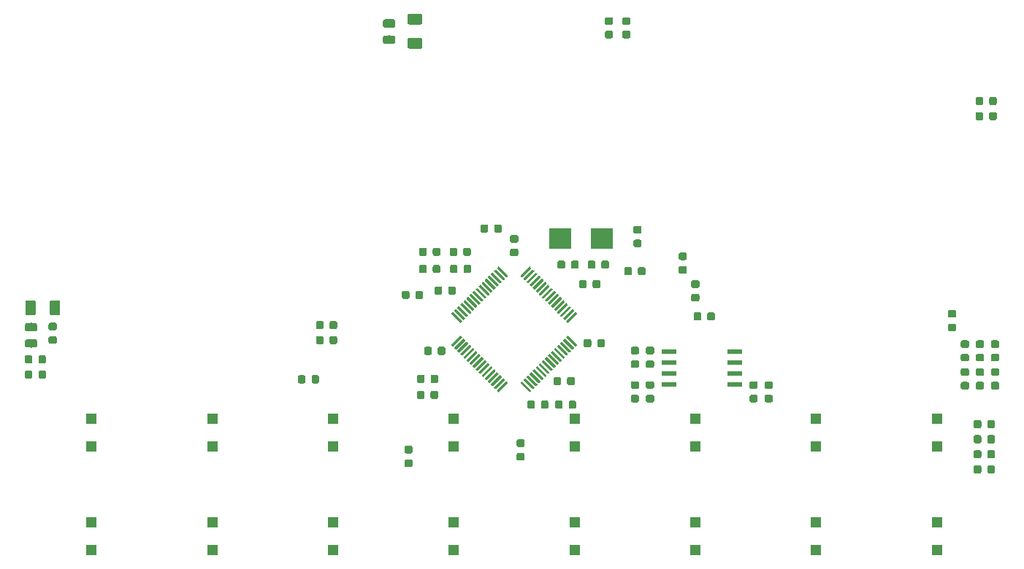
<source format=gbp>
G04 #@! TF.GenerationSoftware,KiCad,Pcbnew,(5.1.4)-1*
G04 #@! TF.CreationDate,2020-02-21T15:42:12+09:00*
G04 #@! TF.ProjectId,groove-pad-ctrl,67726f6f-7665-42d7-9061-642d6374726c,rev?*
G04 #@! TF.SameCoordinates,Original*
G04 #@! TF.FileFunction,Paste,Bot*
G04 #@! TF.FilePolarity,Positive*
%FSLAX46Y46*%
G04 Gerber Fmt 4.6, Leading zero omitted, Abs format (unit mm)*
G04 Created by KiCad (PCBNEW (5.1.4)-1) date 2020-02-21 15:42:12*
%MOMM*%
%LPD*%
G04 APERTURE LIST*
%ADD10C,0.100000*%
%ADD11C,0.875000*%
%ADD12C,1.250000*%
%ADD13R,1.220000X1.220000*%
%ADD14C,0.975000*%
%ADD15C,0.300000*%
%ADD16R,1.800000X0.600000*%
%ADD17R,2.500000X2.400000*%
G04 APERTURE END LIST*
D10*
G36*
X128827691Y-82588553D02*
G01*
X128848926Y-82591703D01*
X128869750Y-82596919D01*
X128889962Y-82604151D01*
X128909368Y-82613330D01*
X128927781Y-82624366D01*
X128945024Y-82637154D01*
X128960930Y-82651570D01*
X128975346Y-82667476D01*
X128988134Y-82684719D01*
X128999170Y-82703132D01*
X129008349Y-82722538D01*
X129015581Y-82742750D01*
X129020797Y-82763574D01*
X129023947Y-82784809D01*
X129025000Y-82806250D01*
X129025000Y-83243750D01*
X129023947Y-83265191D01*
X129020797Y-83286426D01*
X129015581Y-83307250D01*
X129008349Y-83327462D01*
X128999170Y-83346868D01*
X128988134Y-83365281D01*
X128975346Y-83382524D01*
X128960930Y-83398430D01*
X128945024Y-83412846D01*
X128927781Y-83425634D01*
X128909368Y-83436670D01*
X128889962Y-83445849D01*
X128869750Y-83453081D01*
X128848926Y-83458297D01*
X128827691Y-83461447D01*
X128806250Y-83462500D01*
X128293750Y-83462500D01*
X128272309Y-83461447D01*
X128251074Y-83458297D01*
X128230250Y-83453081D01*
X128210038Y-83445849D01*
X128190632Y-83436670D01*
X128172219Y-83425634D01*
X128154976Y-83412846D01*
X128139070Y-83398430D01*
X128124654Y-83382524D01*
X128111866Y-83365281D01*
X128100830Y-83346868D01*
X128091651Y-83327462D01*
X128084419Y-83307250D01*
X128079203Y-83286426D01*
X128076053Y-83265191D01*
X128075000Y-83243750D01*
X128075000Y-82806250D01*
X128076053Y-82784809D01*
X128079203Y-82763574D01*
X128084419Y-82742750D01*
X128091651Y-82722538D01*
X128100830Y-82703132D01*
X128111866Y-82684719D01*
X128124654Y-82667476D01*
X128139070Y-82651570D01*
X128154976Y-82637154D01*
X128172219Y-82624366D01*
X128190632Y-82613330D01*
X128210038Y-82604151D01*
X128230250Y-82596919D01*
X128251074Y-82591703D01*
X128272309Y-82588553D01*
X128293750Y-82587500D01*
X128806250Y-82587500D01*
X128827691Y-82588553D01*
X128827691Y-82588553D01*
G37*
D11*
X128550000Y-83025000D03*
D10*
G36*
X128827691Y-81013553D02*
G01*
X128848926Y-81016703D01*
X128869750Y-81021919D01*
X128889962Y-81029151D01*
X128909368Y-81038330D01*
X128927781Y-81049366D01*
X128945024Y-81062154D01*
X128960930Y-81076570D01*
X128975346Y-81092476D01*
X128988134Y-81109719D01*
X128999170Y-81128132D01*
X129008349Y-81147538D01*
X129015581Y-81167750D01*
X129020797Y-81188574D01*
X129023947Y-81209809D01*
X129025000Y-81231250D01*
X129025000Y-81668750D01*
X129023947Y-81690191D01*
X129020797Y-81711426D01*
X129015581Y-81732250D01*
X129008349Y-81752462D01*
X128999170Y-81771868D01*
X128988134Y-81790281D01*
X128975346Y-81807524D01*
X128960930Y-81823430D01*
X128945024Y-81837846D01*
X128927781Y-81850634D01*
X128909368Y-81861670D01*
X128889962Y-81870849D01*
X128869750Y-81878081D01*
X128848926Y-81883297D01*
X128827691Y-81886447D01*
X128806250Y-81887500D01*
X128293750Y-81887500D01*
X128272309Y-81886447D01*
X128251074Y-81883297D01*
X128230250Y-81878081D01*
X128210038Y-81870849D01*
X128190632Y-81861670D01*
X128172219Y-81850634D01*
X128154976Y-81837846D01*
X128139070Y-81823430D01*
X128124654Y-81807524D01*
X128111866Y-81790281D01*
X128100830Y-81771868D01*
X128091651Y-81752462D01*
X128084419Y-81732250D01*
X128079203Y-81711426D01*
X128076053Y-81690191D01*
X128075000Y-81668750D01*
X128075000Y-81231250D01*
X128076053Y-81209809D01*
X128079203Y-81188574D01*
X128084419Y-81167750D01*
X128091651Y-81147538D01*
X128100830Y-81128132D01*
X128111866Y-81109719D01*
X128124654Y-81092476D01*
X128139070Y-81076570D01*
X128154976Y-81062154D01*
X128172219Y-81049366D01*
X128190632Y-81038330D01*
X128210038Y-81029151D01*
X128230250Y-81021919D01*
X128251074Y-81016703D01*
X128272309Y-81013553D01*
X128293750Y-81012500D01*
X128806250Y-81012500D01*
X128827691Y-81013553D01*
X128827691Y-81013553D01*
G37*
D11*
X128550000Y-81450000D03*
D10*
G36*
X104490191Y-95026053D02*
G01*
X104511426Y-95029203D01*
X104532250Y-95034419D01*
X104552462Y-95041651D01*
X104571868Y-95050830D01*
X104590281Y-95061866D01*
X104607524Y-95074654D01*
X104623430Y-95089070D01*
X104637846Y-95104976D01*
X104650634Y-95122219D01*
X104661670Y-95140632D01*
X104670849Y-95160038D01*
X104678081Y-95180250D01*
X104683297Y-95201074D01*
X104686447Y-95222309D01*
X104687500Y-95243750D01*
X104687500Y-95756250D01*
X104686447Y-95777691D01*
X104683297Y-95798926D01*
X104678081Y-95819750D01*
X104670849Y-95839962D01*
X104661670Y-95859368D01*
X104650634Y-95877781D01*
X104637846Y-95895024D01*
X104623430Y-95910930D01*
X104607524Y-95925346D01*
X104590281Y-95938134D01*
X104571868Y-95949170D01*
X104552462Y-95958349D01*
X104532250Y-95965581D01*
X104511426Y-95970797D01*
X104490191Y-95973947D01*
X104468750Y-95975000D01*
X104031250Y-95975000D01*
X104009809Y-95973947D01*
X103988574Y-95970797D01*
X103967750Y-95965581D01*
X103947538Y-95958349D01*
X103928132Y-95949170D01*
X103909719Y-95938134D01*
X103892476Y-95925346D01*
X103876570Y-95910930D01*
X103862154Y-95895024D01*
X103849366Y-95877781D01*
X103838330Y-95859368D01*
X103829151Y-95839962D01*
X103821919Y-95819750D01*
X103816703Y-95798926D01*
X103813553Y-95777691D01*
X103812500Y-95756250D01*
X103812500Y-95243750D01*
X103813553Y-95222309D01*
X103816703Y-95201074D01*
X103821919Y-95180250D01*
X103829151Y-95160038D01*
X103838330Y-95140632D01*
X103849366Y-95122219D01*
X103862154Y-95104976D01*
X103876570Y-95089070D01*
X103892476Y-95074654D01*
X103909719Y-95061866D01*
X103928132Y-95050830D01*
X103947538Y-95041651D01*
X103967750Y-95034419D01*
X103988574Y-95029203D01*
X104009809Y-95026053D01*
X104031250Y-95025000D01*
X104468750Y-95025000D01*
X104490191Y-95026053D01*
X104490191Y-95026053D01*
G37*
D11*
X104250000Y-95500000D03*
D10*
G36*
X106065191Y-95026053D02*
G01*
X106086426Y-95029203D01*
X106107250Y-95034419D01*
X106127462Y-95041651D01*
X106146868Y-95050830D01*
X106165281Y-95061866D01*
X106182524Y-95074654D01*
X106198430Y-95089070D01*
X106212846Y-95104976D01*
X106225634Y-95122219D01*
X106236670Y-95140632D01*
X106245849Y-95160038D01*
X106253081Y-95180250D01*
X106258297Y-95201074D01*
X106261447Y-95222309D01*
X106262500Y-95243750D01*
X106262500Y-95756250D01*
X106261447Y-95777691D01*
X106258297Y-95798926D01*
X106253081Y-95819750D01*
X106245849Y-95839962D01*
X106236670Y-95859368D01*
X106225634Y-95877781D01*
X106212846Y-95895024D01*
X106198430Y-95910930D01*
X106182524Y-95925346D01*
X106165281Y-95938134D01*
X106146868Y-95949170D01*
X106127462Y-95958349D01*
X106107250Y-95965581D01*
X106086426Y-95970797D01*
X106065191Y-95973947D01*
X106043750Y-95975000D01*
X105606250Y-95975000D01*
X105584809Y-95973947D01*
X105563574Y-95970797D01*
X105542750Y-95965581D01*
X105522538Y-95958349D01*
X105503132Y-95949170D01*
X105484719Y-95938134D01*
X105467476Y-95925346D01*
X105451570Y-95910930D01*
X105437154Y-95895024D01*
X105424366Y-95877781D01*
X105413330Y-95859368D01*
X105404151Y-95839962D01*
X105396919Y-95819750D01*
X105391703Y-95798926D01*
X105388553Y-95777691D01*
X105387500Y-95756250D01*
X105387500Y-95243750D01*
X105388553Y-95222309D01*
X105391703Y-95201074D01*
X105396919Y-95180250D01*
X105404151Y-95160038D01*
X105413330Y-95140632D01*
X105424366Y-95122219D01*
X105437154Y-95104976D01*
X105451570Y-95089070D01*
X105467476Y-95074654D01*
X105484719Y-95061866D01*
X105503132Y-95050830D01*
X105522538Y-95041651D01*
X105542750Y-95034419D01*
X105563574Y-95029203D01*
X105584809Y-95026053D01*
X105606250Y-95025000D01*
X106043750Y-95025000D01*
X106065191Y-95026053D01*
X106065191Y-95026053D01*
G37*
D11*
X105825000Y-95500000D03*
D10*
G36*
X118027691Y-101276053D02*
G01*
X118048926Y-101279203D01*
X118069750Y-101284419D01*
X118089962Y-101291651D01*
X118109368Y-101300830D01*
X118127781Y-101311866D01*
X118145024Y-101324654D01*
X118160930Y-101339070D01*
X118175346Y-101354976D01*
X118188134Y-101372219D01*
X118199170Y-101390632D01*
X118208349Y-101410038D01*
X118215581Y-101430250D01*
X118220797Y-101451074D01*
X118223947Y-101472309D01*
X118225000Y-101493750D01*
X118225000Y-102006250D01*
X118223947Y-102027691D01*
X118220797Y-102048926D01*
X118215581Y-102069750D01*
X118208349Y-102089962D01*
X118199170Y-102109368D01*
X118188134Y-102127781D01*
X118175346Y-102145024D01*
X118160930Y-102160930D01*
X118145024Y-102175346D01*
X118127781Y-102188134D01*
X118109368Y-102199170D01*
X118089962Y-102208349D01*
X118069750Y-102215581D01*
X118048926Y-102220797D01*
X118027691Y-102223947D01*
X118006250Y-102225000D01*
X117568750Y-102225000D01*
X117547309Y-102223947D01*
X117526074Y-102220797D01*
X117505250Y-102215581D01*
X117485038Y-102208349D01*
X117465632Y-102199170D01*
X117447219Y-102188134D01*
X117429976Y-102175346D01*
X117414070Y-102160930D01*
X117399654Y-102145024D01*
X117386866Y-102127781D01*
X117375830Y-102109368D01*
X117366651Y-102089962D01*
X117359419Y-102069750D01*
X117354203Y-102048926D01*
X117351053Y-102027691D01*
X117350000Y-102006250D01*
X117350000Y-101493750D01*
X117351053Y-101472309D01*
X117354203Y-101451074D01*
X117359419Y-101430250D01*
X117366651Y-101410038D01*
X117375830Y-101390632D01*
X117386866Y-101372219D01*
X117399654Y-101354976D01*
X117414070Y-101339070D01*
X117429976Y-101324654D01*
X117447219Y-101311866D01*
X117465632Y-101300830D01*
X117485038Y-101291651D01*
X117505250Y-101284419D01*
X117526074Y-101279203D01*
X117547309Y-101276053D01*
X117568750Y-101275000D01*
X118006250Y-101275000D01*
X118027691Y-101276053D01*
X118027691Y-101276053D01*
G37*
D11*
X117787500Y-101750000D03*
D10*
G36*
X116452691Y-101276053D02*
G01*
X116473926Y-101279203D01*
X116494750Y-101284419D01*
X116514962Y-101291651D01*
X116534368Y-101300830D01*
X116552781Y-101311866D01*
X116570024Y-101324654D01*
X116585930Y-101339070D01*
X116600346Y-101354976D01*
X116613134Y-101372219D01*
X116624170Y-101390632D01*
X116633349Y-101410038D01*
X116640581Y-101430250D01*
X116645797Y-101451074D01*
X116648947Y-101472309D01*
X116650000Y-101493750D01*
X116650000Y-102006250D01*
X116648947Y-102027691D01*
X116645797Y-102048926D01*
X116640581Y-102069750D01*
X116633349Y-102089962D01*
X116624170Y-102109368D01*
X116613134Y-102127781D01*
X116600346Y-102145024D01*
X116585930Y-102160930D01*
X116570024Y-102175346D01*
X116552781Y-102188134D01*
X116534368Y-102199170D01*
X116514962Y-102208349D01*
X116494750Y-102215581D01*
X116473926Y-102220797D01*
X116452691Y-102223947D01*
X116431250Y-102225000D01*
X115993750Y-102225000D01*
X115972309Y-102223947D01*
X115951074Y-102220797D01*
X115930250Y-102215581D01*
X115910038Y-102208349D01*
X115890632Y-102199170D01*
X115872219Y-102188134D01*
X115854976Y-102175346D01*
X115839070Y-102160930D01*
X115824654Y-102145024D01*
X115811866Y-102127781D01*
X115800830Y-102109368D01*
X115791651Y-102089962D01*
X115784419Y-102069750D01*
X115779203Y-102048926D01*
X115776053Y-102027691D01*
X115775000Y-102006250D01*
X115775000Y-101493750D01*
X115776053Y-101472309D01*
X115779203Y-101451074D01*
X115784419Y-101430250D01*
X115791651Y-101410038D01*
X115800830Y-101390632D01*
X115811866Y-101372219D01*
X115824654Y-101354976D01*
X115839070Y-101339070D01*
X115854976Y-101324654D01*
X115872219Y-101311866D01*
X115890632Y-101300830D01*
X115910038Y-101291651D01*
X115930250Y-101284419D01*
X115951074Y-101279203D01*
X115972309Y-101276053D01*
X115993750Y-101275000D01*
X116431250Y-101275000D01*
X116452691Y-101276053D01*
X116452691Y-101276053D01*
G37*
D11*
X116212500Y-101750000D03*
D10*
G36*
X124565191Y-94126053D02*
G01*
X124586426Y-94129203D01*
X124607250Y-94134419D01*
X124627462Y-94141651D01*
X124646868Y-94150830D01*
X124665281Y-94161866D01*
X124682524Y-94174654D01*
X124698430Y-94189070D01*
X124712846Y-94204976D01*
X124725634Y-94222219D01*
X124736670Y-94240632D01*
X124745849Y-94260038D01*
X124753081Y-94280250D01*
X124758297Y-94301074D01*
X124761447Y-94322309D01*
X124762500Y-94343750D01*
X124762500Y-94856250D01*
X124761447Y-94877691D01*
X124758297Y-94898926D01*
X124753081Y-94919750D01*
X124745849Y-94939962D01*
X124736670Y-94959368D01*
X124725634Y-94977781D01*
X124712846Y-94995024D01*
X124698430Y-95010930D01*
X124682524Y-95025346D01*
X124665281Y-95038134D01*
X124646868Y-95049170D01*
X124627462Y-95058349D01*
X124607250Y-95065581D01*
X124586426Y-95070797D01*
X124565191Y-95073947D01*
X124543750Y-95075000D01*
X124106250Y-95075000D01*
X124084809Y-95073947D01*
X124063574Y-95070797D01*
X124042750Y-95065581D01*
X124022538Y-95058349D01*
X124003132Y-95049170D01*
X123984719Y-95038134D01*
X123967476Y-95025346D01*
X123951570Y-95010930D01*
X123937154Y-94995024D01*
X123924366Y-94977781D01*
X123913330Y-94959368D01*
X123904151Y-94939962D01*
X123896919Y-94919750D01*
X123891703Y-94898926D01*
X123888553Y-94877691D01*
X123887500Y-94856250D01*
X123887500Y-94343750D01*
X123888553Y-94322309D01*
X123891703Y-94301074D01*
X123896919Y-94280250D01*
X123904151Y-94260038D01*
X123913330Y-94240632D01*
X123924366Y-94222219D01*
X123937154Y-94204976D01*
X123951570Y-94189070D01*
X123967476Y-94174654D01*
X123984719Y-94161866D01*
X124003132Y-94150830D01*
X124022538Y-94141651D01*
X124042750Y-94134419D01*
X124063574Y-94129203D01*
X124084809Y-94126053D01*
X124106250Y-94125000D01*
X124543750Y-94125000D01*
X124565191Y-94126053D01*
X124565191Y-94126053D01*
G37*
D11*
X124325000Y-94600000D03*
D10*
G36*
X122990191Y-94126053D02*
G01*
X123011426Y-94129203D01*
X123032250Y-94134419D01*
X123052462Y-94141651D01*
X123071868Y-94150830D01*
X123090281Y-94161866D01*
X123107524Y-94174654D01*
X123123430Y-94189070D01*
X123137846Y-94204976D01*
X123150634Y-94222219D01*
X123161670Y-94240632D01*
X123170849Y-94260038D01*
X123178081Y-94280250D01*
X123183297Y-94301074D01*
X123186447Y-94322309D01*
X123187500Y-94343750D01*
X123187500Y-94856250D01*
X123186447Y-94877691D01*
X123183297Y-94898926D01*
X123178081Y-94919750D01*
X123170849Y-94939962D01*
X123161670Y-94959368D01*
X123150634Y-94977781D01*
X123137846Y-94995024D01*
X123123430Y-95010930D01*
X123107524Y-95025346D01*
X123090281Y-95038134D01*
X123071868Y-95049170D01*
X123052462Y-95058349D01*
X123032250Y-95065581D01*
X123011426Y-95070797D01*
X122990191Y-95073947D01*
X122968750Y-95075000D01*
X122531250Y-95075000D01*
X122509809Y-95073947D01*
X122488574Y-95070797D01*
X122467750Y-95065581D01*
X122447538Y-95058349D01*
X122428132Y-95049170D01*
X122409719Y-95038134D01*
X122392476Y-95025346D01*
X122376570Y-95010930D01*
X122362154Y-94995024D01*
X122349366Y-94977781D01*
X122338330Y-94959368D01*
X122329151Y-94939962D01*
X122321919Y-94919750D01*
X122316703Y-94898926D01*
X122313553Y-94877691D01*
X122312500Y-94856250D01*
X122312500Y-94343750D01*
X122313553Y-94322309D01*
X122316703Y-94301074D01*
X122321919Y-94280250D01*
X122329151Y-94260038D01*
X122338330Y-94240632D01*
X122349366Y-94222219D01*
X122362154Y-94204976D01*
X122376570Y-94189070D01*
X122392476Y-94174654D01*
X122409719Y-94161866D01*
X122428132Y-94150830D01*
X122447538Y-94141651D01*
X122467750Y-94134419D01*
X122488574Y-94129203D01*
X122509809Y-94126053D01*
X122531250Y-94125000D01*
X122968750Y-94125000D01*
X122990191Y-94126053D01*
X122990191Y-94126053D01*
G37*
D11*
X122750000Y-94600000D03*
D10*
G36*
X114527691Y-82063553D02*
G01*
X114548926Y-82066703D01*
X114569750Y-82071919D01*
X114589962Y-82079151D01*
X114609368Y-82088330D01*
X114627781Y-82099366D01*
X114645024Y-82112154D01*
X114660930Y-82126570D01*
X114675346Y-82142476D01*
X114688134Y-82159719D01*
X114699170Y-82178132D01*
X114708349Y-82197538D01*
X114715581Y-82217750D01*
X114720797Y-82238574D01*
X114723947Y-82259809D01*
X114725000Y-82281250D01*
X114725000Y-82718750D01*
X114723947Y-82740191D01*
X114720797Y-82761426D01*
X114715581Y-82782250D01*
X114708349Y-82802462D01*
X114699170Y-82821868D01*
X114688134Y-82840281D01*
X114675346Y-82857524D01*
X114660930Y-82873430D01*
X114645024Y-82887846D01*
X114627781Y-82900634D01*
X114609368Y-82911670D01*
X114589962Y-82920849D01*
X114569750Y-82928081D01*
X114548926Y-82933297D01*
X114527691Y-82936447D01*
X114506250Y-82937500D01*
X113993750Y-82937500D01*
X113972309Y-82936447D01*
X113951074Y-82933297D01*
X113930250Y-82928081D01*
X113910038Y-82920849D01*
X113890632Y-82911670D01*
X113872219Y-82900634D01*
X113854976Y-82887846D01*
X113839070Y-82873430D01*
X113824654Y-82857524D01*
X113811866Y-82840281D01*
X113800830Y-82821868D01*
X113791651Y-82802462D01*
X113784419Y-82782250D01*
X113779203Y-82761426D01*
X113776053Y-82740191D01*
X113775000Y-82718750D01*
X113775000Y-82281250D01*
X113776053Y-82259809D01*
X113779203Y-82238574D01*
X113784419Y-82217750D01*
X113791651Y-82197538D01*
X113800830Y-82178132D01*
X113811866Y-82159719D01*
X113824654Y-82142476D01*
X113839070Y-82126570D01*
X113854976Y-82112154D01*
X113872219Y-82099366D01*
X113890632Y-82088330D01*
X113910038Y-82079151D01*
X113930250Y-82071919D01*
X113951074Y-82066703D01*
X113972309Y-82063553D01*
X113993750Y-82062500D01*
X114506250Y-82062500D01*
X114527691Y-82063553D01*
X114527691Y-82063553D01*
G37*
D11*
X114250000Y-82500000D03*
D10*
G36*
X114527691Y-83638553D02*
G01*
X114548926Y-83641703D01*
X114569750Y-83646919D01*
X114589962Y-83654151D01*
X114609368Y-83663330D01*
X114627781Y-83674366D01*
X114645024Y-83687154D01*
X114660930Y-83701570D01*
X114675346Y-83717476D01*
X114688134Y-83734719D01*
X114699170Y-83753132D01*
X114708349Y-83772538D01*
X114715581Y-83792750D01*
X114720797Y-83813574D01*
X114723947Y-83834809D01*
X114725000Y-83856250D01*
X114725000Y-84293750D01*
X114723947Y-84315191D01*
X114720797Y-84336426D01*
X114715581Y-84357250D01*
X114708349Y-84377462D01*
X114699170Y-84396868D01*
X114688134Y-84415281D01*
X114675346Y-84432524D01*
X114660930Y-84448430D01*
X114645024Y-84462846D01*
X114627781Y-84475634D01*
X114609368Y-84486670D01*
X114589962Y-84495849D01*
X114569750Y-84503081D01*
X114548926Y-84508297D01*
X114527691Y-84511447D01*
X114506250Y-84512500D01*
X113993750Y-84512500D01*
X113972309Y-84511447D01*
X113951074Y-84508297D01*
X113930250Y-84503081D01*
X113910038Y-84495849D01*
X113890632Y-84486670D01*
X113872219Y-84475634D01*
X113854976Y-84462846D01*
X113839070Y-84448430D01*
X113824654Y-84432524D01*
X113811866Y-84415281D01*
X113800830Y-84396868D01*
X113791651Y-84377462D01*
X113784419Y-84357250D01*
X113779203Y-84336426D01*
X113776053Y-84315191D01*
X113775000Y-84293750D01*
X113775000Y-83856250D01*
X113776053Y-83834809D01*
X113779203Y-83813574D01*
X113784419Y-83792750D01*
X113791651Y-83772538D01*
X113800830Y-83753132D01*
X113811866Y-83734719D01*
X113824654Y-83717476D01*
X113839070Y-83701570D01*
X113854976Y-83687154D01*
X113872219Y-83674366D01*
X113890632Y-83663330D01*
X113910038Y-83654151D01*
X113930250Y-83646919D01*
X113951074Y-83641703D01*
X113972309Y-83638553D01*
X113993750Y-83637500D01*
X114506250Y-83637500D01*
X114527691Y-83638553D01*
X114527691Y-83638553D01*
G37*
D11*
X114250000Y-84075000D03*
D10*
G36*
X135527691Y-87313553D02*
G01*
X135548926Y-87316703D01*
X135569750Y-87321919D01*
X135589962Y-87329151D01*
X135609368Y-87338330D01*
X135627781Y-87349366D01*
X135645024Y-87362154D01*
X135660930Y-87376570D01*
X135675346Y-87392476D01*
X135688134Y-87409719D01*
X135699170Y-87428132D01*
X135708349Y-87447538D01*
X135715581Y-87467750D01*
X135720797Y-87488574D01*
X135723947Y-87509809D01*
X135725000Y-87531250D01*
X135725000Y-87968750D01*
X135723947Y-87990191D01*
X135720797Y-88011426D01*
X135715581Y-88032250D01*
X135708349Y-88052462D01*
X135699170Y-88071868D01*
X135688134Y-88090281D01*
X135675346Y-88107524D01*
X135660930Y-88123430D01*
X135645024Y-88137846D01*
X135627781Y-88150634D01*
X135609368Y-88161670D01*
X135589962Y-88170849D01*
X135569750Y-88178081D01*
X135548926Y-88183297D01*
X135527691Y-88186447D01*
X135506250Y-88187500D01*
X134993750Y-88187500D01*
X134972309Y-88186447D01*
X134951074Y-88183297D01*
X134930250Y-88178081D01*
X134910038Y-88170849D01*
X134890632Y-88161670D01*
X134872219Y-88150634D01*
X134854976Y-88137846D01*
X134839070Y-88123430D01*
X134824654Y-88107524D01*
X134811866Y-88090281D01*
X134800830Y-88071868D01*
X134791651Y-88052462D01*
X134784419Y-88032250D01*
X134779203Y-88011426D01*
X134776053Y-87990191D01*
X134775000Y-87968750D01*
X134775000Y-87531250D01*
X134776053Y-87509809D01*
X134779203Y-87488574D01*
X134784419Y-87467750D01*
X134791651Y-87447538D01*
X134800830Y-87428132D01*
X134811866Y-87409719D01*
X134824654Y-87392476D01*
X134839070Y-87376570D01*
X134854976Y-87362154D01*
X134872219Y-87349366D01*
X134890632Y-87338330D01*
X134910038Y-87329151D01*
X134930250Y-87321919D01*
X134951074Y-87316703D01*
X134972309Y-87313553D01*
X134993750Y-87312500D01*
X135506250Y-87312500D01*
X135527691Y-87313553D01*
X135527691Y-87313553D01*
G37*
D11*
X135250000Y-87750000D03*
D10*
G36*
X135527691Y-88888553D02*
G01*
X135548926Y-88891703D01*
X135569750Y-88896919D01*
X135589962Y-88904151D01*
X135609368Y-88913330D01*
X135627781Y-88924366D01*
X135645024Y-88937154D01*
X135660930Y-88951570D01*
X135675346Y-88967476D01*
X135688134Y-88984719D01*
X135699170Y-89003132D01*
X135708349Y-89022538D01*
X135715581Y-89042750D01*
X135720797Y-89063574D01*
X135723947Y-89084809D01*
X135725000Y-89106250D01*
X135725000Y-89543750D01*
X135723947Y-89565191D01*
X135720797Y-89586426D01*
X135715581Y-89607250D01*
X135708349Y-89627462D01*
X135699170Y-89646868D01*
X135688134Y-89665281D01*
X135675346Y-89682524D01*
X135660930Y-89698430D01*
X135645024Y-89712846D01*
X135627781Y-89725634D01*
X135609368Y-89736670D01*
X135589962Y-89745849D01*
X135569750Y-89753081D01*
X135548926Y-89758297D01*
X135527691Y-89761447D01*
X135506250Y-89762500D01*
X134993750Y-89762500D01*
X134972309Y-89761447D01*
X134951074Y-89758297D01*
X134930250Y-89753081D01*
X134910038Y-89745849D01*
X134890632Y-89736670D01*
X134872219Y-89725634D01*
X134854976Y-89712846D01*
X134839070Y-89698430D01*
X134824654Y-89682524D01*
X134811866Y-89665281D01*
X134800830Y-89646868D01*
X134791651Y-89627462D01*
X134784419Y-89607250D01*
X134779203Y-89586426D01*
X134776053Y-89565191D01*
X134775000Y-89543750D01*
X134775000Y-89106250D01*
X134776053Y-89084809D01*
X134779203Y-89063574D01*
X134784419Y-89042750D01*
X134791651Y-89022538D01*
X134800830Y-89003132D01*
X134811866Y-88984719D01*
X134824654Y-88967476D01*
X134839070Y-88951570D01*
X134854976Y-88937154D01*
X134872219Y-88924366D01*
X134890632Y-88913330D01*
X134910038Y-88904151D01*
X134930250Y-88896919D01*
X134951074Y-88891703D01*
X134972309Y-88888553D01*
X134993750Y-88887500D01*
X135506250Y-88887500D01*
X135527691Y-88888553D01*
X135527691Y-88888553D01*
G37*
D11*
X135250000Y-89325000D03*
D10*
G36*
X169777691Y-108776053D02*
G01*
X169798926Y-108779203D01*
X169819750Y-108784419D01*
X169839962Y-108791651D01*
X169859368Y-108800830D01*
X169877781Y-108811866D01*
X169895024Y-108824654D01*
X169910930Y-108839070D01*
X169925346Y-108854976D01*
X169938134Y-108872219D01*
X169949170Y-108890632D01*
X169958349Y-108910038D01*
X169965581Y-108930250D01*
X169970797Y-108951074D01*
X169973947Y-108972309D01*
X169975000Y-108993750D01*
X169975000Y-109506250D01*
X169973947Y-109527691D01*
X169970797Y-109548926D01*
X169965581Y-109569750D01*
X169958349Y-109589962D01*
X169949170Y-109609368D01*
X169938134Y-109627781D01*
X169925346Y-109645024D01*
X169910930Y-109660930D01*
X169895024Y-109675346D01*
X169877781Y-109688134D01*
X169859368Y-109699170D01*
X169839962Y-109708349D01*
X169819750Y-109715581D01*
X169798926Y-109720797D01*
X169777691Y-109723947D01*
X169756250Y-109725000D01*
X169318750Y-109725000D01*
X169297309Y-109723947D01*
X169276074Y-109720797D01*
X169255250Y-109715581D01*
X169235038Y-109708349D01*
X169215632Y-109699170D01*
X169197219Y-109688134D01*
X169179976Y-109675346D01*
X169164070Y-109660930D01*
X169149654Y-109645024D01*
X169136866Y-109627781D01*
X169125830Y-109609368D01*
X169116651Y-109589962D01*
X169109419Y-109569750D01*
X169104203Y-109548926D01*
X169101053Y-109527691D01*
X169100000Y-109506250D01*
X169100000Y-108993750D01*
X169101053Y-108972309D01*
X169104203Y-108951074D01*
X169109419Y-108930250D01*
X169116651Y-108910038D01*
X169125830Y-108890632D01*
X169136866Y-108872219D01*
X169149654Y-108854976D01*
X169164070Y-108839070D01*
X169179976Y-108824654D01*
X169197219Y-108811866D01*
X169215632Y-108800830D01*
X169235038Y-108791651D01*
X169255250Y-108784419D01*
X169276074Y-108779203D01*
X169297309Y-108776053D01*
X169318750Y-108775000D01*
X169756250Y-108775000D01*
X169777691Y-108776053D01*
X169777691Y-108776053D01*
G37*
D11*
X169537500Y-109250000D03*
D10*
G36*
X168202691Y-108776053D02*
G01*
X168223926Y-108779203D01*
X168244750Y-108784419D01*
X168264962Y-108791651D01*
X168284368Y-108800830D01*
X168302781Y-108811866D01*
X168320024Y-108824654D01*
X168335930Y-108839070D01*
X168350346Y-108854976D01*
X168363134Y-108872219D01*
X168374170Y-108890632D01*
X168383349Y-108910038D01*
X168390581Y-108930250D01*
X168395797Y-108951074D01*
X168398947Y-108972309D01*
X168400000Y-108993750D01*
X168400000Y-109506250D01*
X168398947Y-109527691D01*
X168395797Y-109548926D01*
X168390581Y-109569750D01*
X168383349Y-109589962D01*
X168374170Y-109609368D01*
X168363134Y-109627781D01*
X168350346Y-109645024D01*
X168335930Y-109660930D01*
X168320024Y-109675346D01*
X168302781Y-109688134D01*
X168284368Y-109699170D01*
X168264962Y-109708349D01*
X168244750Y-109715581D01*
X168223926Y-109720797D01*
X168202691Y-109723947D01*
X168181250Y-109725000D01*
X167743750Y-109725000D01*
X167722309Y-109723947D01*
X167701074Y-109720797D01*
X167680250Y-109715581D01*
X167660038Y-109708349D01*
X167640632Y-109699170D01*
X167622219Y-109688134D01*
X167604976Y-109675346D01*
X167589070Y-109660930D01*
X167574654Y-109645024D01*
X167561866Y-109627781D01*
X167550830Y-109609368D01*
X167541651Y-109589962D01*
X167534419Y-109569750D01*
X167529203Y-109548926D01*
X167526053Y-109527691D01*
X167525000Y-109506250D01*
X167525000Y-108993750D01*
X167526053Y-108972309D01*
X167529203Y-108951074D01*
X167534419Y-108930250D01*
X167541651Y-108910038D01*
X167550830Y-108890632D01*
X167561866Y-108872219D01*
X167574654Y-108854976D01*
X167589070Y-108839070D01*
X167604976Y-108824654D01*
X167622219Y-108811866D01*
X167640632Y-108800830D01*
X167660038Y-108791651D01*
X167680250Y-108784419D01*
X167701074Y-108779203D01*
X167722309Y-108776053D01*
X167743750Y-108775000D01*
X168181250Y-108775000D01*
X168202691Y-108776053D01*
X168202691Y-108776053D01*
G37*
D11*
X167962500Y-109250000D03*
D10*
G36*
X105702691Y-88026053D02*
G01*
X105723926Y-88029203D01*
X105744750Y-88034419D01*
X105764962Y-88041651D01*
X105784368Y-88050830D01*
X105802781Y-88061866D01*
X105820024Y-88074654D01*
X105835930Y-88089070D01*
X105850346Y-88104976D01*
X105863134Y-88122219D01*
X105874170Y-88140632D01*
X105883349Y-88160038D01*
X105890581Y-88180250D01*
X105895797Y-88201074D01*
X105898947Y-88222309D01*
X105900000Y-88243750D01*
X105900000Y-88756250D01*
X105898947Y-88777691D01*
X105895797Y-88798926D01*
X105890581Y-88819750D01*
X105883349Y-88839962D01*
X105874170Y-88859368D01*
X105863134Y-88877781D01*
X105850346Y-88895024D01*
X105835930Y-88910930D01*
X105820024Y-88925346D01*
X105802781Y-88938134D01*
X105784368Y-88949170D01*
X105764962Y-88958349D01*
X105744750Y-88965581D01*
X105723926Y-88970797D01*
X105702691Y-88973947D01*
X105681250Y-88975000D01*
X105243750Y-88975000D01*
X105222309Y-88973947D01*
X105201074Y-88970797D01*
X105180250Y-88965581D01*
X105160038Y-88958349D01*
X105140632Y-88949170D01*
X105122219Y-88938134D01*
X105104976Y-88925346D01*
X105089070Y-88910930D01*
X105074654Y-88895024D01*
X105061866Y-88877781D01*
X105050830Y-88859368D01*
X105041651Y-88839962D01*
X105034419Y-88819750D01*
X105029203Y-88798926D01*
X105026053Y-88777691D01*
X105025000Y-88756250D01*
X105025000Y-88243750D01*
X105026053Y-88222309D01*
X105029203Y-88201074D01*
X105034419Y-88180250D01*
X105041651Y-88160038D01*
X105050830Y-88140632D01*
X105061866Y-88122219D01*
X105074654Y-88104976D01*
X105089070Y-88089070D01*
X105104976Y-88074654D01*
X105122219Y-88061866D01*
X105140632Y-88050830D01*
X105160038Y-88041651D01*
X105180250Y-88034419D01*
X105201074Y-88029203D01*
X105222309Y-88026053D01*
X105243750Y-88025000D01*
X105681250Y-88025000D01*
X105702691Y-88026053D01*
X105702691Y-88026053D01*
G37*
D11*
X105462500Y-88500000D03*
D10*
G36*
X107277691Y-88026053D02*
G01*
X107298926Y-88029203D01*
X107319750Y-88034419D01*
X107339962Y-88041651D01*
X107359368Y-88050830D01*
X107377781Y-88061866D01*
X107395024Y-88074654D01*
X107410930Y-88089070D01*
X107425346Y-88104976D01*
X107438134Y-88122219D01*
X107449170Y-88140632D01*
X107458349Y-88160038D01*
X107465581Y-88180250D01*
X107470797Y-88201074D01*
X107473947Y-88222309D01*
X107475000Y-88243750D01*
X107475000Y-88756250D01*
X107473947Y-88777691D01*
X107470797Y-88798926D01*
X107465581Y-88819750D01*
X107458349Y-88839962D01*
X107449170Y-88859368D01*
X107438134Y-88877781D01*
X107425346Y-88895024D01*
X107410930Y-88910930D01*
X107395024Y-88925346D01*
X107377781Y-88938134D01*
X107359368Y-88949170D01*
X107339962Y-88958349D01*
X107319750Y-88965581D01*
X107298926Y-88970797D01*
X107277691Y-88973947D01*
X107256250Y-88975000D01*
X106818750Y-88975000D01*
X106797309Y-88973947D01*
X106776074Y-88970797D01*
X106755250Y-88965581D01*
X106735038Y-88958349D01*
X106715632Y-88949170D01*
X106697219Y-88938134D01*
X106679976Y-88925346D01*
X106664070Y-88910930D01*
X106649654Y-88895024D01*
X106636866Y-88877781D01*
X106625830Y-88859368D01*
X106616651Y-88839962D01*
X106609419Y-88819750D01*
X106604203Y-88798926D01*
X106601053Y-88777691D01*
X106600000Y-88756250D01*
X106600000Y-88243750D01*
X106601053Y-88222309D01*
X106604203Y-88201074D01*
X106609419Y-88180250D01*
X106616651Y-88160038D01*
X106625830Y-88140632D01*
X106636866Y-88122219D01*
X106649654Y-88104976D01*
X106664070Y-88089070D01*
X106679976Y-88074654D01*
X106697219Y-88061866D01*
X106715632Y-88050830D01*
X106735038Y-88041651D01*
X106755250Y-88034419D01*
X106776074Y-88029203D01*
X106797309Y-88026053D01*
X106818750Y-88025000D01*
X107256250Y-88025000D01*
X107277691Y-88026053D01*
X107277691Y-88026053D01*
G37*
D11*
X107037500Y-88500000D03*
D10*
G36*
X124027691Y-87276053D02*
G01*
X124048926Y-87279203D01*
X124069750Y-87284419D01*
X124089962Y-87291651D01*
X124109368Y-87300830D01*
X124127781Y-87311866D01*
X124145024Y-87324654D01*
X124160930Y-87339070D01*
X124175346Y-87354976D01*
X124188134Y-87372219D01*
X124199170Y-87390632D01*
X124208349Y-87410038D01*
X124215581Y-87430250D01*
X124220797Y-87451074D01*
X124223947Y-87472309D01*
X124225000Y-87493750D01*
X124225000Y-88006250D01*
X124223947Y-88027691D01*
X124220797Y-88048926D01*
X124215581Y-88069750D01*
X124208349Y-88089962D01*
X124199170Y-88109368D01*
X124188134Y-88127781D01*
X124175346Y-88145024D01*
X124160930Y-88160930D01*
X124145024Y-88175346D01*
X124127781Y-88188134D01*
X124109368Y-88199170D01*
X124089962Y-88208349D01*
X124069750Y-88215581D01*
X124048926Y-88220797D01*
X124027691Y-88223947D01*
X124006250Y-88225000D01*
X123568750Y-88225000D01*
X123547309Y-88223947D01*
X123526074Y-88220797D01*
X123505250Y-88215581D01*
X123485038Y-88208349D01*
X123465632Y-88199170D01*
X123447219Y-88188134D01*
X123429976Y-88175346D01*
X123414070Y-88160930D01*
X123399654Y-88145024D01*
X123386866Y-88127781D01*
X123375830Y-88109368D01*
X123366651Y-88089962D01*
X123359419Y-88069750D01*
X123354203Y-88048926D01*
X123351053Y-88027691D01*
X123350000Y-88006250D01*
X123350000Y-87493750D01*
X123351053Y-87472309D01*
X123354203Y-87451074D01*
X123359419Y-87430250D01*
X123366651Y-87410038D01*
X123375830Y-87390632D01*
X123386866Y-87372219D01*
X123399654Y-87354976D01*
X123414070Y-87339070D01*
X123429976Y-87324654D01*
X123447219Y-87311866D01*
X123465632Y-87300830D01*
X123485038Y-87291651D01*
X123505250Y-87284419D01*
X123526074Y-87279203D01*
X123547309Y-87276053D01*
X123568750Y-87275000D01*
X124006250Y-87275000D01*
X124027691Y-87276053D01*
X124027691Y-87276053D01*
G37*
D11*
X123787500Y-87750000D03*
D10*
G36*
X122452691Y-87276053D02*
G01*
X122473926Y-87279203D01*
X122494750Y-87284419D01*
X122514962Y-87291651D01*
X122534368Y-87300830D01*
X122552781Y-87311866D01*
X122570024Y-87324654D01*
X122585930Y-87339070D01*
X122600346Y-87354976D01*
X122613134Y-87372219D01*
X122624170Y-87390632D01*
X122633349Y-87410038D01*
X122640581Y-87430250D01*
X122645797Y-87451074D01*
X122648947Y-87472309D01*
X122650000Y-87493750D01*
X122650000Y-88006250D01*
X122648947Y-88027691D01*
X122645797Y-88048926D01*
X122640581Y-88069750D01*
X122633349Y-88089962D01*
X122624170Y-88109368D01*
X122613134Y-88127781D01*
X122600346Y-88145024D01*
X122585930Y-88160930D01*
X122570024Y-88175346D01*
X122552781Y-88188134D01*
X122534368Y-88199170D01*
X122514962Y-88208349D01*
X122494750Y-88215581D01*
X122473926Y-88220797D01*
X122452691Y-88223947D01*
X122431250Y-88225000D01*
X121993750Y-88225000D01*
X121972309Y-88223947D01*
X121951074Y-88220797D01*
X121930250Y-88215581D01*
X121910038Y-88208349D01*
X121890632Y-88199170D01*
X121872219Y-88188134D01*
X121854976Y-88175346D01*
X121839070Y-88160930D01*
X121824654Y-88145024D01*
X121811866Y-88127781D01*
X121800830Y-88109368D01*
X121791651Y-88089962D01*
X121784419Y-88069750D01*
X121779203Y-88048926D01*
X121776053Y-88027691D01*
X121775000Y-88006250D01*
X121775000Y-87493750D01*
X121776053Y-87472309D01*
X121779203Y-87451074D01*
X121784419Y-87430250D01*
X121791651Y-87410038D01*
X121800830Y-87390632D01*
X121811866Y-87372219D01*
X121824654Y-87354976D01*
X121839070Y-87339070D01*
X121854976Y-87324654D01*
X121872219Y-87311866D01*
X121890632Y-87300830D01*
X121910038Y-87291651D01*
X121930250Y-87284419D01*
X121951074Y-87279203D01*
X121972309Y-87276053D01*
X121993750Y-87275000D01*
X122431250Y-87275000D01*
X122452691Y-87276053D01*
X122452691Y-87276053D01*
G37*
D11*
X122212500Y-87750000D03*
D10*
G36*
X58202691Y-96026053D02*
G01*
X58223926Y-96029203D01*
X58244750Y-96034419D01*
X58264962Y-96041651D01*
X58284368Y-96050830D01*
X58302781Y-96061866D01*
X58320024Y-96074654D01*
X58335930Y-96089070D01*
X58350346Y-96104976D01*
X58363134Y-96122219D01*
X58374170Y-96140632D01*
X58383349Y-96160038D01*
X58390581Y-96180250D01*
X58395797Y-96201074D01*
X58398947Y-96222309D01*
X58400000Y-96243750D01*
X58400000Y-96756250D01*
X58398947Y-96777691D01*
X58395797Y-96798926D01*
X58390581Y-96819750D01*
X58383349Y-96839962D01*
X58374170Y-96859368D01*
X58363134Y-96877781D01*
X58350346Y-96895024D01*
X58335930Y-96910930D01*
X58320024Y-96925346D01*
X58302781Y-96938134D01*
X58284368Y-96949170D01*
X58264962Y-96958349D01*
X58244750Y-96965581D01*
X58223926Y-96970797D01*
X58202691Y-96973947D01*
X58181250Y-96975000D01*
X57743750Y-96975000D01*
X57722309Y-96973947D01*
X57701074Y-96970797D01*
X57680250Y-96965581D01*
X57660038Y-96958349D01*
X57640632Y-96949170D01*
X57622219Y-96938134D01*
X57604976Y-96925346D01*
X57589070Y-96910930D01*
X57574654Y-96895024D01*
X57561866Y-96877781D01*
X57550830Y-96859368D01*
X57541651Y-96839962D01*
X57534419Y-96819750D01*
X57529203Y-96798926D01*
X57526053Y-96777691D01*
X57525000Y-96756250D01*
X57525000Y-96243750D01*
X57526053Y-96222309D01*
X57529203Y-96201074D01*
X57534419Y-96180250D01*
X57541651Y-96160038D01*
X57550830Y-96140632D01*
X57561866Y-96122219D01*
X57574654Y-96104976D01*
X57589070Y-96089070D01*
X57604976Y-96074654D01*
X57622219Y-96061866D01*
X57640632Y-96050830D01*
X57660038Y-96041651D01*
X57680250Y-96034419D01*
X57701074Y-96029203D01*
X57722309Y-96026053D01*
X57743750Y-96025000D01*
X58181250Y-96025000D01*
X58202691Y-96026053D01*
X58202691Y-96026053D01*
G37*
D11*
X57962500Y-96500000D03*
D10*
G36*
X59777691Y-96026053D02*
G01*
X59798926Y-96029203D01*
X59819750Y-96034419D01*
X59839962Y-96041651D01*
X59859368Y-96050830D01*
X59877781Y-96061866D01*
X59895024Y-96074654D01*
X59910930Y-96089070D01*
X59925346Y-96104976D01*
X59938134Y-96122219D01*
X59949170Y-96140632D01*
X59958349Y-96160038D01*
X59965581Y-96180250D01*
X59970797Y-96201074D01*
X59973947Y-96222309D01*
X59975000Y-96243750D01*
X59975000Y-96756250D01*
X59973947Y-96777691D01*
X59970797Y-96798926D01*
X59965581Y-96819750D01*
X59958349Y-96839962D01*
X59949170Y-96859368D01*
X59938134Y-96877781D01*
X59925346Y-96895024D01*
X59910930Y-96910930D01*
X59895024Y-96925346D01*
X59877781Y-96938134D01*
X59859368Y-96949170D01*
X59839962Y-96958349D01*
X59819750Y-96965581D01*
X59798926Y-96970797D01*
X59777691Y-96973947D01*
X59756250Y-96975000D01*
X59318750Y-96975000D01*
X59297309Y-96973947D01*
X59276074Y-96970797D01*
X59255250Y-96965581D01*
X59235038Y-96958349D01*
X59215632Y-96949170D01*
X59197219Y-96938134D01*
X59179976Y-96925346D01*
X59164070Y-96910930D01*
X59149654Y-96895024D01*
X59136866Y-96877781D01*
X59125830Y-96859368D01*
X59116651Y-96839962D01*
X59109419Y-96819750D01*
X59104203Y-96798926D01*
X59101053Y-96777691D01*
X59100000Y-96756250D01*
X59100000Y-96243750D01*
X59101053Y-96222309D01*
X59104203Y-96201074D01*
X59109419Y-96180250D01*
X59116651Y-96160038D01*
X59125830Y-96140632D01*
X59136866Y-96122219D01*
X59149654Y-96104976D01*
X59164070Y-96089070D01*
X59179976Y-96074654D01*
X59197219Y-96061866D01*
X59215632Y-96050830D01*
X59235038Y-96041651D01*
X59255250Y-96034419D01*
X59276074Y-96029203D01*
X59297309Y-96026053D01*
X59318750Y-96025000D01*
X59756250Y-96025000D01*
X59777691Y-96026053D01*
X59777691Y-96026053D01*
G37*
D11*
X59537500Y-96500000D03*
D10*
G36*
X58599504Y-89626204D02*
G01*
X58623773Y-89629804D01*
X58647571Y-89635765D01*
X58670671Y-89644030D01*
X58692849Y-89654520D01*
X58713893Y-89667133D01*
X58733598Y-89681747D01*
X58751777Y-89698223D01*
X58768253Y-89716402D01*
X58782867Y-89736107D01*
X58795480Y-89757151D01*
X58805970Y-89779329D01*
X58814235Y-89802429D01*
X58820196Y-89826227D01*
X58823796Y-89850496D01*
X58825000Y-89875000D01*
X58825000Y-91125000D01*
X58823796Y-91149504D01*
X58820196Y-91173773D01*
X58814235Y-91197571D01*
X58805970Y-91220671D01*
X58795480Y-91242849D01*
X58782867Y-91263893D01*
X58768253Y-91283598D01*
X58751777Y-91301777D01*
X58733598Y-91318253D01*
X58713893Y-91332867D01*
X58692849Y-91345480D01*
X58670671Y-91355970D01*
X58647571Y-91364235D01*
X58623773Y-91370196D01*
X58599504Y-91373796D01*
X58575000Y-91375000D01*
X57825000Y-91375000D01*
X57800496Y-91373796D01*
X57776227Y-91370196D01*
X57752429Y-91364235D01*
X57729329Y-91355970D01*
X57707151Y-91345480D01*
X57686107Y-91332867D01*
X57666402Y-91318253D01*
X57648223Y-91301777D01*
X57631747Y-91283598D01*
X57617133Y-91263893D01*
X57604520Y-91242849D01*
X57594030Y-91220671D01*
X57585765Y-91197571D01*
X57579804Y-91173773D01*
X57576204Y-91149504D01*
X57575000Y-91125000D01*
X57575000Y-89875000D01*
X57576204Y-89850496D01*
X57579804Y-89826227D01*
X57585765Y-89802429D01*
X57594030Y-89779329D01*
X57604520Y-89757151D01*
X57617133Y-89736107D01*
X57631747Y-89716402D01*
X57648223Y-89698223D01*
X57666402Y-89681747D01*
X57686107Y-89667133D01*
X57707151Y-89654520D01*
X57729329Y-89644030D01*
X57752429Y-89635765D01*
X57776227Y-89629804D01*
X57800496Y-89626204D01*
X57825000Y-89625000D01*
X58575000Y-89625000D01*
X58599504Y-89626204D01*
X58599504Y-89626204D01*
G37*
D12*
X58200000Y-90500000D03*
D10*
G36*
X61399504Y-89626204D02*
G01*
X61423773Y-89629804D01*
X61447571Y-89635765D01*
X61470671Y-89644030D01*
X61492849Y-89654520D01*
X61513893Y-89667133D01*
X61533598Y-89681747D01*
X61551777Y-89698223D01*
X61568253Y-89716402D01*
X61582867Y-89736107D01*
X61595480Y-89757151D01*
X61605970Y-89779329D01*
X61614235Y-89802429D01*
X61620196Y-89826227D01*
X61623796Y-89850496D01*
X61625000Y-89875000D01*
X61625000Y-91125000D01*
X61623796Y-91149504D01*
X61620196Y-91173773D01*
X61614235Y-91197571D01*
X61605970Y-91220671D01*
X61595480Y-91242849D01*
X61582867Y-91263893D01*
X61568253Y-91283598D01*
X61551777Y-91301777D01*
X61533598Y-91318253D01*
X61513893Y-91332867D01*
X61492849Y-91345480D01*
X61470671Y-91355970D01*
X61447571Y-91364235D01*
X61423773Y-91370196D01*
X61399504Y-91373796D01*
X61375000Y-91375000D01*
X60625000Y-91375000D01*
X60600496Y-91373796D01*
X60576227Y-91370196D01*
X60552429Y-91364235D01*
X60529329Y-91355970D01*
X60507151Y-91345480D01*
X60486107Y-91332867D01*
X60466402Y-91318253D01*
X60448223Y-91301777D01*
X60431747Y-91283598D01*
X60417133Y-91263893D01*
X60404520Y-91242849D01*
X60394030Y-91220671D01*
X60385765Y-91197571D01*
X60379804Y-91173773D01*
X60376204Y-91149504D01*
X60375000Y-91125000D01*
X60375000Y-89875000D01*
X60376204Y-89850496D01*
X60379804Y-89826227D01*
X60385765Y-89802429D01*
X60394030Y-89779329D01*
X60404520Y-89757151D01*
X60417133Y-89736107D01*
X60431747Y-89716402D01*
X60448223Y-89698223D01*
X60466402Y-89681747D01*
X60486107Y-89667133D01*
X60507151Y-89654520D01*
X60529329Y-89644030D01*
X60552429Y-89635765D01*
X60576227Y-89629804D01*
X60600496Y-89626204D01*
X60625000Y-89625000D01*
X61375000Y-89625000D01*
X61399504Y-89626204D01*
X61399504Y-89626204D01*
G37*
D12*
X61000000Y-90500000D03*
D10*
G36*
X112615191Y-80826053D02*
G01*
X112636426Y-80829203D01*
X112657250Y-80834419D01*
X112677462Y-80841651D01*
X112696868Y-80850830D01*
X112715281Y-80861866D01*
X112732524Y-80874654D01*
X112748430Y-80889070D01*
X112762846Y-80904976D01*
X112775634Y-80922219D01*
X112786670Y-80940632D01*
X112795849Y-80960038D01*
X112803081Y-80980250D01*
X112808297Y-81001074D01*
X112811447Y-81022309D01*
X112812500Y-81043750D01*
X112812500Y-81556250D01*
X112811447Y-81577691D01*
X112808297Y-81598926D01*
X112803081Y-81619750D01*
X112795849Y-81639962D01*
X112786670Y-81659368D01*
X112775634Y-81677781D01*
X112762846Y-81695024D01*
X112748430Y-81710930D01*
X112732524Y-81725346D01*
X112715281Y-81738134D01*
X112696868Y-81749170D01*
X112677462Y-81758349D01*
X112657250Y-81765581D01*
X112636426Y-81770797D01*
X112615191Y-81773947D01*
X112593750Y-81775000D01*
X112156250Y-81775000D01*
X112134809Y-81773947D01*
X112113574Y-81770797D01*
X112092750Y-81765581D01*
X112072538Y-81758349D01*
X112053132Y-81749170D01*
X112034719Y-81738134D01*
X112017476Y-81725346D01*
X112001570Y-81710930D01*
X111987154Y-81695024D01*
X111974366Y-81677781D01*
X111963330Y-81659368D01*
X111954151Y-81639962D01*
X111946919Y-81619750D01*
X111941703Y-81598926D01*
X111938553Y-81577691D01*
X111937500Y-81556250D01*
X111937500Y-81043750D01*
X111938553Y-81022309D01*
X111941703Y-81001074D01*
X111946919Y-80980250D01*
X111954151Y-80960038D01*
X111963330Y-80940632D01*
X111974366Y-80922219D01*
X111987154Y-80904976D01*
X112001570Y-80889070D01*
X112017476Y-80874654D01*
X112034719Y-80861866D01*
X112053132Y-80850830D01*
X112072538Y-80841651D01*
X112092750Y-80834419D01*
X112113574Y-80829203D01*
X112134809Y-80826053D01*
X112156250Y-80825000D01*
X112593750Y-80825000D01*
X112615191Y-80826053D01*
X112615191Y-80826053D01*
G37*
D11*
X112375000Y-81300000D03*
D10*
G36*
X111040191Y-80826053D02*
G01*
X111061426Y-80829203D01*
X111082250Y-80834419D01*
X111102462Y-80841651D01*
X111121868Y-80850830D01*
X111140281Y-80861866D01*
X111157524Y-80874654D01*
X111173430Y-80889070D01*
X111187846Y-80904976D01*
X111200634Y-80922219D01*
X111211670Y-80940632D01*
X111220849Y-80960038D01*
X111228081Y-80980250D01*
X111233297Y-81001074D01*
X111236447Y-81022309D01*
X111237500Y-81043750D01*
X111237500Y-81556250D01*
X111236447Y-81577691D01*
X111233297Y-81598926D01*
X111228081Y-81619750D01*
X111220849Y-81639962D01*
X111211670Y-81659368D01*
X111200634Y-81677781D01*
X111187846Y-81695024D01*
X111173430Y-81710930D01*
X111157524Y-81725346D01*
X111140281Y-81738134D01*
X111121868Y-81749170D01*
X111102462Y-81758349D01*
X111082250Y-81765581D01*
X111061426Y-81770797D01*
X111040191Y-81773947D01*
X111018750Y-81775000D01*
X110581250Y-81775000D01*
X110559809Y-81773947D01*
X110538574Y-81770797D01*
X110517750Y-81765581D01*
X110497538Y-81758349D01*
X110478132Y-81749170D01*
X110459719Y-81738134D01*
X110442476Y-81725346D01*
X110426570Y-81710930D01*
X110412154Y-81695024D01*
X110399366Y-81677781D01*
X110388330Y-81659368D01*
X110379151Y-81639962D01*
X110371919Y-81619750D01*
X110366703Y-81598926D01*
X110363553Y-81577691D01*
X110362500Y-81556250D01*
X110362500Y-81043750D01*
X110363553Y-81022309D01*
X110366703Y-81001074D01*
X110371919Y-80980250D01*
X110379151Y-80960038D01*
X110388330Y-80940632D01*
X110399366Y-80922219D01*
X110412154Y-80904976D01*
X110426570Y-80889070D01*
X110442476Y-80874654D01*
X110459719Y-80861866D01*
X110478132Y-80850830D01*
X110497538Y-80841651D01*
X110517750Y-80834419D01*
X110538574Y-80829203D01*
X110559809Y-80826053D01*
X110581250Y-80825000D01*
X111018750Y-80825000D01*
X111040191Y-80826053D01*
X111040191Y-80826053D01*
G37*
D11*
X110800000Y-81300000D03*
D10*
G36*
X119490191Y-98526053D02*
G01*
X119511426Y-98529203D01*
X119532250Y-98534419D01*
X119552462Y-98541651D01*
X119571868Y-98550830D01*
X119590281Y-98561866D01*
X119607524Y-98574654D01*
X119623430Y-98589070D01*
X119637846Y-98604976D01*
X119650634Y-98622219D01*
X119661670Y-98640632D01*
X119670849Y-98660038D01*
X119678081Y-98680250D01*
X119683297Y-98701074D01*
X119686447Y-98722309D01*
X119687500Y-98743750D01*
X119687500Y-99256250D01*
X119686447Y-99277691D01*
X119683297Y-99298926D01*
X119678081Y-99319750D01*
X119670849Y-99339962D01*
X119661670Y-99359368D01*
X119650634Y-99377781D01*
X119637846Y-99395024D01*
X119623430Y-99410930D01*
X119607524Y-99425346D01*
X119590281Y-99438134D01*
X119571868Y-99449170D01*
X119552462Y-99458349D01*
X119532250Y-99465581D01*
X119511426Y-99470797D01*
X119490191Y-99473947D01*
X119468750Y-99475000D01*
X119031250Y-99475000D01*
X119009809Y-99473947D01*
X118988574Y-99470797D01*
X118967750Y-99465581D01*
X118947538Y-99458349D01*
X118928132Y-99449170D01*
X118909719Y-99438134D01*
X118892476Y-99425346D01*
X118876570Y-99410930D01*
X118862154Y-99395024D01*
X118849366Y-99377781D01*
X118838330Y-99359368D01*
X118829151Y-99339962D01*
X118821919Y-99319750D01*
X118816703Y-99298926D01*
X118813553Y-99277691D01*
X118812500Y-99256250D01*
X118812500Y-98743750D01*
X118813553Y-98722309D01*
X118816703Y-98701074D01*
X118821919Y-98680250D01*
X118829151Y-98660038D01*
X118838330Y-98640632D01*
X118849366Y-98622219D01*
X118862154Y-98604976D01*
X118876570Y-98589070D01*
X118892476Y-98574654D01*
X118909719Y-98561866D01*
X118928132Y-98550830D01*
X118947538Y-98541651D01*
X118967750Y-98534419D01*
X118988574Y-98529203D01*
X119009809Y-98526053D01*
X119031250Y-98525000D01*
X119468750Y-98525000D01*
X119490191Y-98526053D01*
X119490191Y-98526053D01*
G37*
D11*
X119250000Y-99000000D03*
D10*
G36*
X121065191Y-98526053D02*
G01*
X121086426Y-98529203D01*
X121107250Y-98534419D01*
X121127462Y-98541651D01*
X121146868Y-98550830D01*
X121165281Y-98561866D01*
X121182524Y-98574654D01*
X121198430Y-98589070D01*
X121212846Y-98604976D01*
X121225634Y-98622219D01*
X121236670Y-98640632D01*
X121245849Y-98660038D01*
X121253081Y-98680250D01*
X121258297Y-98701074D01*
X121261447Y-98722309D01*
X121262500Y-98743750D01*
X121262500Y-99256250D01*
X121261447Y-99277691D01*
X121258297Y-99298926D01*
X121253081Y-99319750D01*
X121245849Y-99339962D01*
X121236670Y-99359368D01*
X121225634Y-99377781D01*
X121212846Y-99395024D01*
X121198430Y-99410930D01*
X121182524Y-99425346D01*
X121165281Y-99438134D01*
X121146868Y-99449170D01*
X121127462Y-99458349D01*
X121107250Y-99465581D01*
X121086426Y-99470797D01*
X121065191Y-99473947D01*
X121043750Y-99475000D01*
X120606250Y-99475000D01*
X120584809Y-99473947D01*
X120563574Y-99470797D01*
X120542750Y-99465581D01*
X120522538Y-99458349D01*
X120503132Y-99449170D01*
X120484719Y-99438134D01*
X120467476Y-99425346D01*
X120451570Y-99410930D01*
X120437154Y-99395024D01*
X120424366Y-99377781D01*
X120413330Y-99359368D01*
X120404151Y-99339962D01*
X120396919Y-99319750D01*
X120391703Y-99298926D01*
X120388553Y-99277691D01*
X120387500Y-99256250D01*
X120387500Y-98743750D01*
X120388553Y-98722309D01*
X120391703Y-98701074D01*
X120396919Y-98680250D01*
X120404151Y-98660038D01*
X120413330Y-98640632D01*
X120424366Y-98622219D01*
X120437154Y-98604976D01*
X120451570Y-98589070D01*
X120467476Y-98574654D01*
X120484719Y-98561866D01*
X120503132Y-98550830D01*
X120522538Y-98541651D01*
X120542750Y-98534419D01*
X120563574Y-98529203D01*
X120584809Y-98526053D01*
X120606250Y-98525000D01*
X121043750Y-98525000D01*
X121065191Y-98526053D01*
X121065191Y-98526053D01*
G37*
D11*
X120825000Y-99000000D03*
D10*
G36*
X121527691Y-85026053D02*
G01*
X121548926Y-85029203D01*
X121569750Y-85034419D01*
X121589962Y-85041651D01*
X121609368Y-85050830D01*
X121627781Y-85061866D01*
X121645024Y-85074654D01*
X121660930Y-85089070D01*
X121675346Y-85104976D01*
X121688134Y-85122219D01*
X121699170Y-85140632D01*
X121708349Y-85160038D01*
X121715581Y-85180250D01*
X121720797Y-85201074D01*
X121723947Y-85222309D01*
X121725000Y-85243750D01*
X121725000Y-85756250D01*
X121723947Y-85777691D01*
X121720797Y-85798926D01*
X121715581Y-85819750D01*
X121708349Y-85839962D01*
X121699170Y-85859368D01*
X121688134Y-85877781D01*
X121675346Y-85895024D01*
X121660930Y-85910930D01*
X121645024Y-85925346D01*
X121627781Y-85938134D01*
X121609368Y-85949170D01*
X121589962Y-85958349D01*
X121569750Y-85965581D01*
X121548926Y-85970797D01*
X121527691Y-85973947D01*
X121506250Y-85975000D01*
X121068750Y-85975000D01*
X121047309Y-85973947D01*
X121026074Y-85970797D01*
X121005250Y-85965581D01*
X120985038Y-85958349D01*
X120965632Y-85949170D01*
X120947219Y-85938134D01*
X120929976Y-85925346D01*
X120914070Y-85910930D01*
X120899654Y-85895024D01*
X120886866Y-85877781D01*
X120875830Y-85859368D01*
X120866651Y-85839962D01*
X120859419Y-85819750D01*
X120854203Y-85798926D01*
X120851053Y-85777691D01*
X120850000Y-85756250D01*
X120850000Y-85243750D01*
X120851053Y-85222309D01*
X120854203Y-85201074D01*
X120859419Y-85180250D01*
X120866651Y-85160038D01*
X120875830Y-85140632D01*
X120886866Y-85122219D01*
X120899654Y-85104976D01*
X120914070Y-85089070D01*
X120929976Y-85074654D01*
X120947219Y-85061866D01*
X120965632Y-85050830D01*
X120985038Y-85041651D01*
X121005250Y-85034419D01*
X121026074Y-85029203D01*
X121047309Y-85026053D01*
X121068750Y-85025000D01*
X121506250Y-85025000D01*
X121527691Y-85026053D01*
X121527691Y-85026053D01*
G37*
D11*
X121287500Y-85500000D03*
D10*
G36*
X119952691Y-85026053D02*
G01*
X119973926Y-85029203D01*
X119994750Y-85034419D01*
X120014962Y-85041651D01*
X120034368Y-85050830D01*
X120052781Y-85061866D01*
X120070024Y-85074654D01*
X120085930Y-85089070D01*
X120100346Y-85104976D01*
X120113134Y-85122219D01*
X120124170Y-85140632D01*
X120133349Y-85160038D01*
X120140581Y-85180250D01*
X120145797Y-85201074D01*
X120148947Y-85222309D01*
X120150000Y-85243750D01*
X120150000Y-85756250D01*
X120148947Y-85777691D01*
X120145797Y-85798926D01*
X120140581Y-85819750D01*
X120133349Y-85839962D01*
X120124170Y-85859368D01*
X120113134Y-85877781D01*
X120100346Y-85895024D01*
X120085930Y-85910930D01*
X120070024Y-85925346D01*
X120052781Y-85938134D01*
X120034368Y-85949170D01*
X120014962Y-85958349D01*
X119994750Y-85965581D01*
X119973926Y-85970797D01*
X119952691Y-85973947D01*
X119931250Y-85975000D01*
X119493750Y-85975000D01*
X119472309Y-85973947D01*
X119451074Y-85970797D01*
X119430250Y-85965581D01*
X119410038Y-85958349D01*
X119390632Y-85949170D01*
X119372219Y-85938134D01*
X119354976Y-85925346D01*
X119339070Y-85910930D01*
X119324654Y-85895024D01*
X119311866Y-85877781D01*
X119300830Y-85859368D01*
X119291651Y-85839962D01*
X119284419Y-85819750D01*
X119279203Y-85798926D01*
X119276053Y-85777691D01*
X119275000Y-85756250D01*
X119275000Y-85243750D01*
X119276053Y-85222309D01*
X119279203Y-85201074D01*
X119284419Y-85180250D01*
X119291651Y-85160038D01*
X119300830Y-85140632D01*
X119311866Y-85122219D01*
X119324654Y-85104976D01*
X119339070Y-85089070D01*
X119354976Y-85074654D01*
X119372219Y-85061866D01*
X119390632Y-85050830D01*
X119410038Y-85041651D01*
X119430250Y-85034419D01*
X119451074Y-85029203D01*
X119472309Y-85026053D01*
X119493750Y-85025000D01*
X119931250Y-85025000D01*
X119952691Y-85026053D01*
X119952691Y-85026053D01*
G37*
D11*
X119712500Y-85500000D03*
D10*
G36*
X123452691Y-85026053D02*
G01*
X123473926Y-85029203D01*
X123494750Y-85034419D01*
X123514962Y-85041651D01*
X123534368Y-85050830D01*
X123552781Y-85061866D01*
X123570024Y-85074654D01*
X123585930Y-85089070D01*
X123600346Y-85104976D01*
X123613134Y-85122219D01*
X123624170Y-85140632D01*
X123633349Y-85160038D01*
X123640581Y-85180250D01*
X123645797Y-85201074D01*
X123648947Y-85222309D01*
X123650000Y-85243750D01*
X123650000Y-85756250D01*
X123648947Y-85777691D01*
X123645797Y-85798926D01*
X123640581Y-85819750D01*
X123633349Y-85839962D01*
X123624170Y-85859368D01*
X123613134Y-85877781D01*
X123600346Y-85895024D01*
X123585930Y-85910930D01*
X123570024Y-85925346D01*
X123552781Y-85938134D01*
X123534368Y-85949170D01*
X123514962Y-85958349D01*
X123494750Y-85965581D01*
X123473926Y-85970797D01*
X123452691Y-85973947D01*
X123431250Y-85975000D01*
X122993750Y-85975000D01*
X122972309Y-85973947D01*
X122951074Y-85970797D01*
X122930250Y-85965581D01*
X122910038Y-85958349D01*
X122890632Y-85949170D01*
X122872219Y-85938134D01*
X122854976Y-85925346D01*
X122839070Y-85910930D01*
X122824654Y-85895024D01*
X122811866Y-85877781D01*
X122800830Y-85859368D01*
X122791651Y-85839962D01*
X122784419Y-85819750D01*
X122779203Y-85798926D01*
X122776053Y-85777691D01*
X122775000Y-85756250D01*
X122775000Y-85243750D01*
X122776053Y-85222309D01*
X122779203Y-85201074D01*
X122784419Y-85180250D01*
X122791651Y-85160038D01*
X122800830Y-85140632D01*
X122811866Y-85122219D01*
X122824654Y-85104976D01*
X122839070Y-85089070D01*
X122854976Y-85074654D01*
X122872219Y-85061866D01*
X122890632Y-85050830D01*
X122910038Y-85041651D01*
X122930250Y-85034419D01*
X122951074Y-85029203D01*
X122972309Y-85026053D01*
X122993750Y-85025000D01*
X123431250Y-85025000D01*
X123452691Y-85026053D01*
X123452691Y-85026053D01*
G37*
D11*
X123212500Y-85500000D03*
D10*
G36*
X125027691Y-85026053D02*
G01*
X125048926Y-85029203D01*
X125069750Y-85034419D01*
X125089962Y-85041651D01*
X125109368Y-85050830D01*
X125127781Y-85061866D01*
X125145024Y-85074654D01*
X125160930Y-85089070D01*
X125175346Y-85104976D01*
X125188134Y-85122219D01*
X125199170Y-85140632D01*
X125208349Y-85160038D01*
X125215581Y-85180250D01*
X125220797Y-85201074D01*
X125223947Y-85222309D01*
X125225000Y-85243750D01*
X125225000Y-85756250D01*
X125223947Y-85777691D01*
X125220797Y-85798926D01*
X125215581Y-85819750D01*
X125208349Y-85839962D01*
X125199170Y-85859368D01*
X125188134Y-85877781D01*
X125175346Y-85895024D01*
X125160930Y-85910930D01*
X125145024Y-85925346D01*
X125127781Y-85938134D01*
X125109368Y-85949170D01*
X125089962Y-85958349D01*
X125069750Y-85965581D01*
X125048926Y-85970797D01*
X125027691Y-85973947D01*
X125006250Y-85975000D01*
X124568750Y-85975000D01*
X124547309Y-85973947D01*
X124526074Y-85970797D01*
X124505250Y-85965581D01*
X124485038Y-85958349D01*
X124465632Y-85949170D01*
X124447219Y-85938134D01*
X124429976Y-85925346D01*
X124414070Y-85910930D01*
X124399654Y-85895024D01*
X124386866Y-85877781D01*
X124375830Y-85859368D01*
X124366651Y-85839962D01*
X124359419Y-85819750D01*
X124354203Y-85798926D01*
X124351053Y-85777691D01*
X124350000Y-85756250D01*
X124350000Y-85243750D01*
X124351053Y-85222309D01*
X124354203Y-85201074D01*
X124359419Y-85180250D01*
X124366651Y-85160038D01*
X124375830Y-85140632D01*
X124386866Y-85122219D01*
X124399654Y-85104976D01*
X124414070Y-85089070D01*
X124429976Y-85074654D01*
X124447219Y-85061866D01*
X124465632Y-85050830D01*
X124485038Y-85041651D01*
X124505250Y-85034419D01*
X124526074Y-85029203D01*
X124547309Y-85026053D01*
X124568750Y-85025000D01*
X125006250Y-85025000D01*
X125027691Y-85026053D01*
X125027691Y-85026053D01*
G37*
D11*
X124787500Y-85500000D03*
D10*
G36*
X103399504Y-59176204D02*
G01*
X103423773Y-59179804D01*
X103447571Y-59185765D01*
X103470671Y-59194030D01*
X103492849Y-59204520D01*
X103513893Y-59217133D01*
X103533598Y-59231747D01*
X103551777Y-59248223D01*
X103568253Y-59266402D01*
X103582867Y-59286107D01*
X103595480Y-59307151D01*
X103605970Y-59329329D01*
X103614235Y-59352429D01*
X103620196Y-59376227D01*
X103623796Y-59400496D01*
X103625000Y-59425000D01*
X103625000Y-60175000D01*
X103623796Y-60199504D01*
X103620196Y-60223773D01*
X103614235Y-60247571D01*
X103605970Y-60270671D01*
X103595480Y-60292849D01*
X103582867Y-60313893D01*
X103568253Y-60333598D01*
X103551777Y-60351777D01*
X103533598Y-60368253D01*
X103513893Y-60382867D01*
X103492849Y-60395480D01*
X103470671Y-60405970D01*
X103447571Y-60414235D01*
X103423773Y-60420196D01*
X103399504Y-60423796D01*
X103375000Y-60425000D01*
X102125000Y-60425000D01*
X102100496Y-60423796D01*
X102076227Y-60420196D01*
X102052429Y-60414235D01*
X102029329Y-60405970D01*
X102007151Y-60395480D01*
X101986107Y-60382867D01*
X101966402Y-60368253D01*
X101948223Y-60351777D01*
X101931747Y-60333598D01*
X101917133Y-60313893D01*
X101904520Y-60292849D01*
X101894030Y-60270671D01*
X101885765Y-60247571D01*
X101879804Y-60223773D01*
X101876204Y-60199504D01*
X101875000Y-60175000D01*
X101875000Y-59425000D01*
X101876204Y-59400496D01*
X101879804Y-59376227D01*
X101885765Y-59352429D01*
X101894030Y-59329329D01*
X101904520Y-59307151D01*
X101917133Y-59286107D01*
X101931747Y-59266402D01*
X101948223Y-59248223D01*
X101966402Y-59231747D01*
X101986107Y-59217133D01*
X102007151Y-59204520D01*
X102029329Y-59194030D01*
X102052429Y-59185765D01*
X102076227Y-59179804D01*
X102100496Y-59176204D01*
X102125000Y-59175000D01*
X103375000Y-59175000D01*
X103399504Y-59176204D01*
X103399504Y-59176204D01*
G37*
D12*
X102750000Y-59800000D03*
D10*
G36*
X103399504Y-56376204D02*
G01*
X103423773Y-56379804D01*
X103447571Y-56385765D01*
X103470671Y-56394030D01*
X103492849Y-56404520D01*
X103513893Y-56417133D01*
X103533598Y-56431747D01*
X103551777Y-56448223D01*
X103568253Y-56466402D01*
X103582867Y-56486107D01*
X103595480Y-56507151D01*
X103605970Y-56529329D01*
X103614235Y-56552429D01*
X103620196Y-56576227D01*
X103623796Y-56600496D01*
X103625000Y-56625000D01*
X103625000Y-57375000D01*
X103623796Y-57399504D01*
X103620196Y-57423773D01*
X103614235Y-57447571D01*
X103605970Y-57470671D01*
X103595480Y-57492849D01*
X103582867Y-57513893D01*
X103568253Y-57533598D01*
X103551777Y-57551777D01*
X103533598Y-57568253D01*
X103513893Y-57582867D01*
X103492849Y-57595480D01*
X103470671Y-57605970D01*
X103447571Y-57614235D01*
X103423773Y-57620196D01*
X103399504Y-57623796D01*
X103375000Y-57625000D01*
X102125000Y-57625000D01*
X102100496Y-57623796D01*
X102076227Y-57620196D01*
X102052429Y-57614235D01*
X102029329Y-57605970D01*
X102007151Y-57595480D01*
X101986107Y-57582867D01*
X101966402Y-57568253D01*
X101948223Y-57551777D01*
X101931747Y-57533598D01*
X101917133Y-57513893D01*
X101904520Y-57492849D01*
X101894030Y-57470671D01*
X101885765Y-57447571D01*
X101879804Y-57423773D01*
X101876204Y-57399504D01*
X101875000Y-57375000D01*
X101875000Y-56625000D01*
X101876204Y-56600496D01*
X101879804Y-56576227D01*
X101885765Y-56552429D01*
X101894030Y-56529329D01*
X101904520Y-56507151D01*
X101917133Y-56486107D01*
X101931747Y-56466402D01*
X101948223Y-56448223D01*
X101966402Y-56431747D01*
X101986107Y-56417133D01*
X102007151Y-56404520D01*
X102029329Y-56394030D01*
X102052429Y-56385765D01*
X102076227Y-56379804D01*
X102100496Y-56376204D01*
X102125000Y-56375000D01*
X103375000Y-56375000D01*
X103399504Y-56376204D01*
X103399504Y-56376204D01*
G37*
D12*
X102750000Y-57000000D03*
D10*
G36*
X130277691Y-95026053D02*
G01*
X130298926Y-95029203D01*
X130319750Y-95034419D01*
X130339962Y-95041651D01*
X130359368Y-95050830D01*
X130377781Y-95061866D01*
X130395024Y-95074654D01*
X130410930Y-95089070D01*
X130425346Y-95104976D01*
X130438134Y-95122219D01*
X130449170Y-95140632D01*
X130458349Y-95160038D01*
X130465581Y-95180250D01*
X130470797Y-95201074D01*
X130473947Y-95222309D01*
X130475000Y-95243750D01*
X130475000Y-95681250D01*
X130473947Y-95702691D01*
X130470797Y-95723926D01*
X130465581Y-95744750D01*
X130458349Y-95764962D01*
X130449170Y-95784368D01*
X130438134Y-95802781D01*
X130425346Y-95820024D01*
X130410930Y-95835930D01*
X130395024Y-95850346D01*
X130377781Y-95863134D01*
X130359368Y-95874170D01*
X130339962Y-95883349D01*
X130319750Y-95890581D01*
X130298926Y-95895797D01*
X130277691Y-95898947D01*
X130256250Y-95900000D01*
X129743750Y-95900000D01*
X129722309Y-95898947D01*
X129701074Y-95895797D01*
X129680250Y-95890581D01*
X129660038Y-95883349D01*
X129640632Y-95874170D01*
X129622219Y-95863134D01*
X129604976Y-95850346D01*
X129589070Y-95835930D01*
X129574654Y-95820024D01*
X129561866Y-95802781D01*
X129550830Y-95784368D01*
X129541651Y-95764962D01*
X129534419Y-95744750D01*
X129529203Y-95723926D01*
X129526053Y-95702691D01*
X129525000Y-95681250D01*
X129525000Y-95243750D01*
X129526053Y-95222309D01*
X129529203Y-95201074D01*
X129534419Y-95180250D01*
X129541651Y-95160038D01*
X129550830Y-95140632D01*
X129561866Y-95122219D01*
X129574654Y-95104976D01*
X129589070Y-95089070D01*
X129604976Y-95074654D01*
X129622219Y-95061866D01*
X129640632Y-95050830D01*
X129660038Y-95041651D01*
X129680250Y-95034419D01*
X129701074Y-95029203D01*
X129722309Y-95026053D01*
X129743750Y-95025000D01*
X130256250Y-95025000D01*
X130277691Y-95026053D01*
X130277691Y-95026053D01*
G37*
D11*
X130000000Y-95462500D03*
D10*
G36*
X130277691Y-96601053D02*
G01*
X130298926Y-96604203D01*
X130319750Y-96609419D01*
X130339962Y-96616651D01*
X130359368Y-96625830D01*
X130377781Y-96636866D01*
X130395024Y-96649654D01*
X130410930Y-96664070D01*
X130425346Y-96679976D01*
X130438134Y-96697219D01*
X130449170Y-96715632D01*
X130458349Y-96735038D01*
X130465581Y-96755250D01*
X130470797Y-96776074D01*
X130473947Y-96797309D01*
X130475000Y-96818750D01*
X130475000Y-97256250D01*
X130473947Y-97277691D01*
X130470797Y-97298926D01*
X130465581Y-97319750D01*
X130458349Y-97339962D01*
X130449170Y-97359368D01*
X130438134Y-97377781D01*
X130425346Y-97395024D01*
X130410930Y-97410930D01*
X130395024Y-97425346D01*
X130377781Y-97438134D01*
X130359368Y-97449170D01*
X130339962Y-97458349D01*
X130319750Y-97465581D01*
X130298926Y-97470797D01*
X130277691Y-97473947D01*
X130256250Y-97475000D01*
X129743750Y-97475000D01*
X129722309Y-97473947D01*
X129701074Y-97470797D01*
X129680250Y-97465581D01*
X129660038Y-97458349D01*
X129640632Y-97449170D01*
X129622219Y-97438134D01*
X129604976Y-97425346D01*
X129589070Y-97410930D01*
X129574654Y-97395024D01*
X129561866Y-97377781D01*
X129550830Y-97359368D01*
X129541651Y-97339962D01*
X129534419Y-97319750D01*
X129529203Y-97298926D01*
X129526053Y-97277691D01*
X129525000Y-97256250D01*
X129525000Y-96818750D01*
X129526053Y-96797309D01*
X129529203Y-96776074D01*
X129534419Y-96755250D01*
X129541651Y-96735038D01*
X129550830Y-96715632D01*
X129561866Y-96697219D01*
X129574654Y-96679976D01*
X129589070Y-96664070D01*
X129604976Y-96649654D01*
X129622219Y-96636866D01*
X129640632Y-96625830D01*
X129660038Y-96616651D01*
X129680250Y-96609419D01*
X129701074Y-96604203D01*
X129722309Y-96601053D01*
X129743750Y-96600000D01*
X130256250Y-96600000D01*
X130277691Y-96601053D01*
X130277691Y-96601053D01*
G37*
D11*
X130000000Y-97037500D03*
D13*
X65250000Y-103365000D03*
X65250000Y-106635000D03*
X79250000Y-103365000D03*
X79250000Y-106635000D03*
X93250000Y-103365000D03*
X93250000Y-106635000D03*
X107250000Y-103365000D03*
X107250000Y-106635000D03*
X121250000Y-106635000D03*
X121250000Y-103365000D03*
X135250000Y-106635000D03*
X135250000Y-103365000D03*
X149250000Y-103365000D03*
X149250000Y-106635000D03*
X163250000Y-103365000D03*
X163250000Y-106635000D03*
X65250000Y-118635000D03*
X65250000Y-115365000D03*
X79250000Y-118635000D03*
X79250000Y-115365000D03*
X93250000Y-115365000D03*
X93250000Y-118635000D03*
X107250000Y-118635000D03*
X107250000Y-115365000D03*
X121250000Y-118635000D03*
X121250000Y-115365000D03*
X135250000Y-118635000D03*
X135250000Y-115365000D03*
X149250000Y-118635000D03*
X149250000Y-115365000D03*
X163250000Y-115365000D03*
X163250000Y-118635000D03*
D10*
G36*
X58730142Y-94138674D02*
G01*
X58753803Y-94142184D01*
X58777007Y-94147996D01*
X58799529Y-94156054D01*
X58821153Y-94166282D01*
X58841670Y-94178579D01*
X58860883Y-94192829D01*
X58878607Y-94208893D01*
X58894671Y-94226617D01*
X58908921Y-94245830D01*
X58921218Y-94266347D01*
X58931446Y-94287971D01*
X58939504Y-94310493D01*
X58945316Y-94333697D01*
X58948826Y-94357358D01*
X58950000Y-94381250D01*
X58950000Y-94868750D01*
X58948826Y-94892642D01*
X58945316Y-94916303D01*
X58939504Y-94939507D01*
X58931446Y-94962029D01*
X58921218Y-94983653D01*
X58908921Y-95004170D01*
X58894671Y-95023383D01*
X58878607Y-95041107D01*
X58860883Y-95057171D01*
X58841670Y-95071421D01*
X58821153Y-95083718D01*
X58799529Y-95093946D01*
X58777007Y-95102004D01*
X58753803Y-95107816D01*
X58730142Y-95111326D01*
X58706250Y-95112500D01*
X57793750Y-95112500D01*
X57769858Y-95111326D01*
X57746197Y-95107816D01*
X57722993Y-95102004D01*
X57700471Y-95093946D01*
X57678847Y-95083718D01*
X57658330Y-95071421D01*
X57639117Y-95057171D01*
X57621393Y-95041107D01*
X57605329Y-95023383D01*
X57591079Y-95004170D01*
X57578782Y-94983653D01*
X57568554Y-94962029D01*
X57560496Y-94939507D01*
X57554684Y-94916303D01*
X57551174Y-94892642D01*
X57550000Y-94868750D01*
X57550000Y-94381250D01*
X57551174Y-94357358D01*
X57554684Y-94333697D01*
X57560496Y-94310493D01*
X57568554Y-94287971D01*
X57578782Y-94266347D01*
X57591079Y-94245830D01*
X57605329Y-94226617D01*
X57621393Y-94208893D01*
X57639117Y-94192829D01*
X57658330Y-94178579D01*
X57678847Y-94166282D01*
X57700471Y-94156054D01*
X57722993Y-94147996D01*
X57746197Y-94142184D01*
X57769858Y-94138674D01*
X57793750Y-94137500D01*
X58706250Y-94137500D01*
X58730142Y-94138674D01*
X58730142Y-94138674D01*
G37*
D14*
X58250000Y-94625000D03*
D10*
G36*
X58730142Y-92263674D02*
G01*
X58753803Y-92267184D01*
X58777007Y-92272996D01*
X58799529Y-92281054D01*
X58821153Y-92291282D01*
X58841670Y-92303579D01*
X58860883Y-92317829D01*
X58878607Y-92333893D01*
X58894671Y-92351617D01*
X58908921Y-92370830D01*
X58921218Y-92391347D01*
X58931446Y-92412971D01*
X58939504Y-92435493D01*
X58945316Y-92458697D01*
X58948826Y-92482358D01*
X58950000Y-92506250D01*
X58950000Y-92993750D01*
X58948826Y-93017642D01*
X58945316Y-93041303D01*
X58939504Y-93064507D01*
X58931446Y-93087029D01*
X58921218Y-93108653D01*
X58908921Y-93129170D01*
X58894671Y-93148383D01*
X58878607Y-93166107D01*
X58860883Y-93182171D01*
X58841670Y-93196421D01*
X58821153Y-93208718D01*
X58799529Y-93218946D01*
X58777007Y-93227004D01*
X58753803Y-93232816D01*
X58730142Y-93236326D01*
X58706250Y-93237500D01*
X57793750Y-93237500D01*
X57769858Y-93236326D01*
X57746197Y-93232816D01*
X57722993Y-93227004D01*
X57700471Y-93218946D01*
X57678847Y-93208718D01*
X57658330Y-93196421D01*
X57639117Y-93182171D01*
X57621393Y-93166107D01*
X57605329Y-93148383D01*
X57591079Y-93129170D01*
X57578782Y-93108653D01*
X57568554Y-93087029D01*
X57560496Y-93064507D01*
X57554684Y-93041303D01*
X57551174Y-93017642D01*
X57550000Y-92993750D01*
X57550000Y-92506250D01*
X57551174Y-92482358D01*
X57554684Y-92458697D01*
X57560496Y-92435493D01*
X57568554Y-92412971D01*
X57578782Y-92391347D01*
X57591079Y-92370830D01*
X57605329Y-92351617D01*
X57621393Y-92333893D01*
X57639117Y-92317829D01*
X57658330Y-92303579D01*
X57678847Y-92291282D01*
X57700471Y-92281054D01*
X57722993Y-92272996D01*
X57746197Y-92267184D01*
X57769858Y-92263674D01*
X57793750Y-92262500D01*
X58706250Y-92262500D01*
X58730142Y-92263674D01*
X58730142Y-92263674D01*
G37*
D14*
X58250000Y-92750000D03*
D10*
G36*
X100230142Y-58888674D02*
G01*
X100253803Y-58892184D01*
X100277007Y-58897996D01*
X100299529Y-58906054D01*
X100321153Y-58916282D01*
X100341670Y-58928579D01*
X100360883Y-58942829D01*
X100378607Y-58958893D01*
X100394671Y-58976617D01*
X100408921Y-58995830D01*
X100421218Y-59016347D01*
X100431446Y-59037971D01*
X100439504Y-59060493D01*
X100445316Y-59083697D01*
X100448826Y-59107358D01*
X100450000Y-59131250D01*
X100450000Y-59618750D01*
X100448826Y-59642642D01*
X100445316Y-59666303D01*
X100439504Y-59689507D01*
X100431446Y-59712029D01*
X100421218Y-59733653D01*
X100408921Y-59754170D01*
X100394671Y-59773383D01*
X100378607Y-59791107D01*
X100360883Y-59807171D01*
X100341670Y-59821421D01*
X100321153Y-59833718D01*
X100299529Y-59843946D01*
X100277007Y-59852004D01*
X100253803Y-59857816D01*
X100230142Y-59861326D01*
X100206250Y-59862500D01*
X99293750Y-59862500D01*
X99269858Y-59861326D01*
X99246197Y-59857816D01*
X99222993Y-59852004D01*
X99200471Y-59843946D01*
X99178847Y-59833718D01*
X99158330Y-59821421D01*
X99139117Y-59807171D01*
X99121393Y-59791107D01*
X99105329Y-59773383D01*
X99091079Y-59754170D01*
X99078782Y-59733653D01*
X99068554Y-59712029D01*
X99060496Y-59689507D01*
X99054684Y-59666303D01*
X99051174Y-59642642D01*
X99050000Y-59618750D01*
X99050000Y-59131250D01*
X99051174Y-59107358D01*
X99054684Y-59083697D01*
X99060496Y-59060493D01*
X99068554Y-59037971D01*
X99078782Y-59016347D01*
X99091079Y-58995830D01*
X99105329Y-58976617D01*
X99121393Y-58958893D01*
X99139117Y-58942829D01*
X99158330Y-58928579D01*
X99178847Y-58916282D01*
X99200471Y-58906054D01*
X99222993Y-58897996D01*
X99246197Y-58892184D01*
X99269858Y-58888674D01*
X99293750Y-58887500D01*
X100206250Y-58887500D01*
X100230142Y-58888674D01*
X100230142Y-58888674D01*
G37*
D14*
X99750000Y-59375000D03*
D10*
G36*
X100230142Y-57013674D02*
G01*
X100253803Y-57017184D01*
X100277007Y-57022996D01*
X100299529Y-57031054D01*
X100321153Y-57041282D01*
X100341670Y-57053579D01*
X100360883Y-57067829D01*
X100378607Y-57083893D01*
X100394671Y-57101617D01*
X100408921Y-57120830D01*
X100421218Y-57141347D01*
X100431446Y-57162971D01*
X100439504Y-57185493D01*
X100445316Y-57208697D01*
X100448826Y-57232358D01*
X100450000Y-57256250D01*
X100450000Y-57743750D01*
X100448826Y-57767642D01*
X100445316Y-57791303D01*
X100439504Y-57814507D01*
X100431446Y-57837029D01*
X100421218Y-57858653D01*
X100408921Y-57879170D01*
X100394671Y-57898383D01*
X100378607Y-57916107D01*
X100360883Y-57932171D01*
X100341670Y-57946421D01*
X100321153Y-57958718D01*
X100299529Y-57968946D01*
X100277007Y-57977004D01*
X100253803Y-57982816D01*
X100230142Y-57986326D01*
X100206250Y-57987500D01*
X99293750Y-57987500D01*
X99269858Y-57986326D01*
X99246197Y-57982816D01*
X99222993Y-57977004D01*
X99200471Y-57968946D01*
X99178847Y-57958718D01*
X99158330Y-57946421D01*
X99139117Y-57932171D01*
X99121393Y-57916107D01*
X99105329Y-57898383D01*
X99091079Y-57879170D01*
X99078782Y-57858653D01*
X99068554Y-57837029D01*
X99060496Y-57814507D01*
X99054684Y-57791303D01*
X99051174Y-57767642D01*
X99050000Y-57743750D01*
X99050000Y-57256250D01*
X99051174Y-57232358D01*
X99054684Y-57208697D01*
X99060496Y-57185493D01*
X99068554Y-57162971D01*
X99078782Y-57141347D01*
X99091079Y-57120830D01*
X99105329Y-57101617D01*
X99121393Y-57083893D01*
X99139117Y-57067829D01*
X99158330Y-57053579D01*
X99178847Y-57041282D01*
X99200471Y-57031054D01*
X99222993Y-57022996D01*
X99246197Y-57017184D01*
X99269858Y-57013674D01*
X99293750Y-57012500D01*
X100206250Y-57012500D01*
X100230142Y-57013674D01*
X100230142Y-57013674D01*
G37*
D14*
X99750000Y-57500000D03*
D10*
G36*
X61027691Y-92238553D02*
G01*
X61048926Y-92241703D01*
X61069750Y-92246919D01*
X61089962Y-92254151D01*
X61109368Y-92263330D01*
X61127781Y-92274366D01*
X61145024Y-92287154D01*
X61160930Y-92301570D01*
X61175346Y-92317476D01*
X61188134Y-92334719D01*
X61199170Y-92353132D01*
X61208349Y-92372538D01*
X61215581Y-92392750D01*
X61220797Y-92413574D01*
X61223947Y-92434809D01*
X61225000Y-92456250D01*
X61225000Y-92893750D01*
X61223947Y-92915191D01*
X61220797Y-92936426D01*
X61215581Y-92957250D01*
X61208349Y-92977462D01*
X61199170Y-92996868D01*
X61188134Y-93015281D01*
X61175346Y-93032524D01*
X61160930Y-93048430D01*
X61145024Y-93062846D01*
X61127781Y-93075634D01*
X61109368Y-93086670D01*
X61089962Y-93095849D01*
X61069750Y-93103081D01*
X61048926Y-93108297D01*
X61027691Y-93111447D01*
X61006250Y-93112500D01*
X60493750Y-93112500D01*
X60472309Y-93111447D01*
X60451074Y-93108297D01*
X60430250Y-93103081D01*
X60410038Y-93095849D01*
X60390632Y-93086670D01*
X60372219Y-93075634D01*
X60354976Y-93062846D01*
X60339070Y-93048430D01*
X60324654Y-93032524D01*
X60311866Y-93015281D01*
X60300830Y-92996868D01*
X60291651Y-92977462D01*
X60284419Y-92957250D01*
X60279203Y-92936426D01*
X60276053Y-92915191D01*
X60275000Y-92893750D01*
X60275000Y-92456250D01*
X60276053Y-92434809D01*
X60279203Y-92413574D01*
X60284419Y-92392750D01*
X60291651Y-92372538D01*
X60300830Y-92353132D01*
X60311866Y-92334719D01*
X60324654Y-92317476D01*
X60339070Y-92301570D01*
X60354976Y-92287154D01*
X60372219Y-92274366D01*
X60390632Y-92263330D01*
X60410038Y-92254151D01*
X60430250Y-92246919D01*
X60451074Y-92241703D01*
X60472309Y-92238553D01*
X60493750Y-92237500D01*
X61006250Y-92237500D01*
X61027691Y-92238553D01*
X61027691Y-92238553D01*
G37*
D11*
X60750000Y-92675000D03*
D10*
G36*
X61027691Y-93813553D02*
G01*
X61048926Y-93816703D01*
X61069750Y-93821919D01*
X61089962Y-93829151D01*
X61109368Y-93838330D01*
X61127781Y-93849366D01*
X61145024Y-93862154D01*
X61160930Y-93876570D01*
X61175346Y-93892476D01*
X61188134Y-93909719D01*
X61199170Y-93928132D01*
X61208349Y-93947538D01*
X61215581Y-93967750D01*
X61220797Y-93988574D01*
X61223947Y-94009809D01*
X61225000Y-94031250D01*
X61225000Y-94468750D01*
X61223947Y-94490191D01*
X61220797Y-94511426D01*
X61215581Y-94532250D01*
X61208349Y-94552462D01*
X61199170Y-94571868D01*
X61188134Y-94590281D01*
X61175346Y-94607524D01*
X61160930Y-94623430D01*
X61145024Y-94637846D01*
X61127781Y-94650634D01*
X61109368Y-94661670D01*
X61089962Y-94670849D01*
X61069750Y-94678081D01*
X61048926Y-94683297D01*
X61027691Y-94686447D01*
X61006250Y-94687500D01*
X60493750Y-94687500D01*
X60472309Y-94686447D01*
X60451074Y-94683297D01*
X60430250Y-94678081D01*
X60410038Y-94670849D01*
X60390632Y-94661670D01*
X60372219Y-94650634D01*
X60354976Y-94637846D01*
X60339070Y-94623430D01*
X60324654Y-94607524D01*
X60311866Y-94590281D01*
X60300830Y-94571868D01*
X60291651Y-94552462D01*
X60284419Y-94532250D01*
X60279203Y-94511426D01*
X60276053Y-94490191D01*
X60275000Y-94468750D01*
X60275000Y-94031250D01*
X60276053Y-94009809D01*
X60279203Y-93988574D01*
X60284419Y-93967750D01*
X60291651Y-93947538D01*
X60300830Y-93928132D01*
X60311866Y-93909719D01*
X60324654Y-93892476D01*
X60339070Y-93876570D01*
X60354976Y-93862154D01*
X60372219Y-93849366D01*
X60390632Y-93838330D01*
X60410038Y-93829151D01*
X60430250Y-93821919D01*
X60451074Y-93816703D01*
X60472309Y-93813553D01*
X60493750Y-93812500D01*
X61006250Y-93812500D01*
X61027691Y-93813553D01*
X61027691Y-93813553D01*
G37*
D11*
X60750000Y-94250000D03*
D10*
G36*
X93527691Y-93776053D02*
G01*
X93548926Y-93779203D01*
X93569750Y-93784419D01*
X93589962Y-93791651D01*
X93609368Y-93800830D01*
X93627781Y-93811866D01*
X93645024Y-93824654D01*
X93660930Y-93839070D01*
X93675346Y-93854976D01*
X93688134Y-93872219D01*
X93699170Y-93890632D01*
X93708349Y-93910038D01*
X93715581Y-93930250D01*
X93720797Y-93951074D01*
X93723947Y-93972309D01*
X93725000Y-93993750D01*
X93725000Y-94506250D01*
X93723947Y-94527691D01*
X93720797Y-94548926D01*
X93715581Y-94569750D01*
X93708349Y-94589962D01*
X93699170Y-94609368D01*
X93688134Y-94627781D01*
X93675346Y-94645024D01*
X93660930Y-94660930D01*
X93645024Y-94675346D01*
X93627781Y-94688134D01*
X93609368Y-94699170D01*
X93589962Y-94708349D01*
X93569750Y-94715581D01*
X93548926Y-94720797D01*
X93527691Y-94723947D01*
X93506250Y-94725000D01*
X93068750Y-94725000D01*
X93047309Y-94723947D01*
X93026074Y-94720797D01*
X93005250Y-94715581D01*
X92985038Y-94708349D01*
X92965632Y-94699170D01*
X92947219Y-94688134D01*
X92929976Y-94675346D01*
X92914070Y-94660930D01*
X92899654Y-94645024D01*
X92886866Y-94627781D01*
X92875830Y-94609368D01*
X92866651Y-94589962D01*
X92859419Y-94569750D01*
X92854203Y-94548926D01*
X92851053Y-94527691D01*
X92850000Y-94506250D01*
X92850000Y-93993750D01*
X92851053Y-93972309D01*
X92854203Y-93951074D01*
X92859419Y-93930250D01*
X92866651Y-93910038D01*
X92875830Y-93890632D01*
X92886866Y-93872219D01*
X92899654Y-93854976D01*
X92914070Y-93839070D01*
X92929976Y-93824654D01*
X92947219Y-93811866D01*
X92965632Y-93800830D01*
X92985038Y-93791651D01*
X93005250Y-93784419D01*
X93026074Y-93779203D01*
X93047309Y-93776053D01*
X93068750Y-93775000D01*
X93506250Y-93775000D01*
X93527691Y-93776053D01*
X93527691Y-93776053D01*
G37*
D11*
X93287500Y-94250000D03*
D10*
G36*
X91952691Y-93776053D02*
G01*
X91973926Y-93779203D01*
X91994750Y-93784419D01*
X92014962Y-93791651D01*
X92034368Y-93800830D01*
X92052781Y-93811866D01*
X92070024Y-93824654D01*
X92085930Y-93839070D01*
X92100346Y-93854976D01*
X92113134Y-93872219D01*
X92124170Y-93890632D01*
X92133349Y-93910038D01*
X92140581Y-93930250D01*
X92145797Y-93951074D01*
X92148947Y-93972309D01*
X92150000Y-93993750D01*
X92150000Y-94506250D01*
X92148947Y-94527691D01*
X92145797Y-94548926D01*
X92140581Y-94569750D01*
X92133349Y-94589962D01*
X92124170Y-94609368D01*
X92113134Y-94627781D01*
X92100346Y-94645024D01*
X92085930Y-94660930D01*
X92070024Y-94675346D01*
X92052781Y-94688134D01*
X92034368Y-94699170D01*
X92014962Y-94708349D01*
X91994750Y-94715581D01*
X91973926Y-94720797D01*
X91952691Y-94723947D01*
X91931250Y-94725000D01*
X91493750Y-94725000D01*
X91472309Y-94723947D01*
X91451074Y-94720797D01*
X91430250Y-94715581D01*
X91410038Y-94708349D01*
X91390632Y-94699170D01*
X91372219Y-94688134D01*
X91354976Y-94675346D01*
X91339070Y-94660930D01*
X91324654Y-94645024D01*
X91311866Y-94627781D01*
X91300830Y-94609368D01*
X91291651Y-94589962D01*
X91284419Y-94569750D01*
X91279203Y-94548926D01*
X91276053Y-94527691D01*
X91275000Y-94506250D01*
X91275000Y-93993750D01*
X91276053Y-93972309D01*
X91279203Y-93951074D01*
X91284419Y-93930250D01*
X91291651Y-93910038D01*
X91300830Y-93890632D01*
X91311866Y-93872219D01*
X91324654Y-93854976D01*
X91339070Y-93839070D01*
X91354976Y-93824654D01*
X91372219Y-93811866D01*
X91390632Y-93800830D01*
X91410038Y-93791651D01*
X91430250Y-93784419D01*
X91451074Y-93779203D01*
X91472309Y-93776053D01*
X91493750Y-93775000D01*
X91931250Y-93775000D01*
X91952691Y-93776053D01*
X91952691Y-93776053D01*
G37*
D11*
X91712500Y-94250000D03*
D10*
G36*
X165277691Y-90776053D02*
G01*
X165298926Y-90779203D01*
X165319750Y-90784419D01*
X165339962Y-90791651D01*
X165359368Y-90800830D01*
X165377781Y-90811866D01*
X165395024Y-90824654D01*
X165410930Y-90839070D01*
X165425346Y-90854976D01*
X165438134Y-90872219D01*
X165449170Y-90890632D01*
X165458349Y-90910038D01*
X165465581Y-90930250D01*
X165470797Y-90951074D01*
X165473947Y-90972309D01*
X165475000Y-90993750D01*
X165475000Y-91431250D01*
X165473947Y-91452691D01*
X165470797Y-91473926D01*
X165465581Y-91494750D01*
X165458349Y-91514962D01*
X165449170Y-91534368D01*
X165438134Y-91552781D01*
X165425346Y-91570024D01*
X165410930Y-91585930D01*
X165395024Y-91600346D01*
X165377781Y-91613134D01*
X165359368Y-91624170D01*
X165339962Y-91633349D01*
X165319750Y-91640581D01*
X165298926Y-91645797D01*
X165277691Y-91648947D01*
X165256250Y-91650000D01*
X164743750Y-91650000D01*
X164722309Y-91648947D01*
X164701074Y-91645797D01*
X164680250Y-91640581D01*
X164660038Y-91633349D01*
X164640632Y-91624170D01*
X164622219Y-91613134D01*
X164604976Y-91600346D01*
X164589070Y-91585930D01*
X164574654Y-91570024D01*
X164561866Y-91552781D01*
X164550830Y-91534368D01*
X164541651Y-91514962D01*
X164534419Y-91494750D01*
X164529203Y-91473926D01*
X164526053Y-91452691D01*
X164525000Y-91431250D01*
X164525000Y-90993750D01*
X164526053Y-90972309D01*
X164529203Y-90951074D01*
X164534419Y-90930250D01*
X164541651Y-90910038D01*
X164550830Y-90890632D01*
X164561866Y-90872219D01*
X164574654Y-90854976D01*
X164589070Y-90839070D01*
X164604976Y-90824654D01*
X164622219Y-90811866D01*
X164640632Y-90800830D01*
X164660038Y-90791651D01*
X164680250Y-90784419D01*
X164701074Y-90779203D01*
X164722309Y-90776053D01*
X164743750Y-90775000D01*
X165256250Y-90775000D01*
X165277691Y-90776053D01*
X165277691Y-90776053D01*
G37*
D11*
X165000000Y-91212500D03*
D10*
G36*
X165277691Y-92351053D02*
G01*
X165298926Y-92354203D01*
X165319750Y-92359419D01*
X165339962Y-92366651D01*
X165359368Y-92375830D01*
X165377781Y-92386866D01*
X165395024Y-92399654D01*
X165410930Y-92414070D01*
X165425346Y-92429976D01*
X165438134Y-92447219D01*
X165449170Y-92465632D01*
X165458349Y-92485038D01*
X165465581Y-92505250D01*
X165470797Y-92526074D01*
X165473947Y-92547309D01*
X165475000Y-92568750D01*
X165475000Y-93006250D01*
X165473947Y-93027691D01*
X165470797Y-93048926D01*
X165465581Y-93069750D01*
X165458349Y-93089962D01*
X165449170Y-93109368D01*
X165438134Y-93127781D01*
X165425346Y-93145024D01*
X165410930Y-93160930D01*
X165395024Y-93175346D01*
X165377781Y-93188134D01*
X165359368Y-93199170D01*
X165339962Y-93208349D01*
X165319750Y-93215581D01*
X165298926Y-93220797D01*
X165277691Y-93223947D01*
X165256250Y-93225000D01*
X164743750Y-93225000D01*
X164722309Y-93223947D01*
X164701074Y-93220797D01*
X164680250Y-93215581D01*
X164660038Y-93208349D01*
X164640632Y-93199170D01*
X164622219Y-93188134D01*
X164604976Y-93175346D01*
X164589070Y-93160930D01*
X164574654Y-93145024D01*
X164561866Y-93127781D01*
X164550830Y-93109368D01*
X164541651Y-93089962D01*
X164534419Y-93069750D01*
X164529203Y-93048926D01*
X164526053Y-93027691D01*
X164525000Y-93006250D01*
X164525000Y-92568750D01*
X164526053Y-92547309D01*
X164529203Y-92526074D01*
X164534419Y-92505250D01*
X164541651Y-92485038D01*
X164550830Y-92465632D01*
X164561866Y-92447219D01*
X164574654Y-92429976D01*
X164589070Y-92414070D01*
X164604976Y-92399654D01*
X164622219Y-92386866D01*
X164640632Y-92375830D01*
X164660038Y-92366651D01*
X164680250Y-92359419D01*
X164701074Y-92354203D01*
X164722309Y-92351053D01*
X164743750Y-92350000D01*
X165256250Y-92350000D01*
X165277691Y-92351053D01*
X165277691Y-92351053D01*
G37*
D11*
X165000000Y-92787500D03*
D10*
G36*
X168202691Y-103526053D02*
G01*
X168223926Y-103529203D01*
X168244750Y-103534419D01*
X168264962Y-103541651D01*
X168284368Y-103550830D01*
X168302781Y-103561866D01*
X168320024Y-103574654D01*
X168335930Y-103589070D01*
X168350346Y-103604976D01*
X168363134Y-103622219D01*
X168374170Y-103640632D01*
X168383349Y-103660038D01*
X168390581Y-103680250D01*
X168395797Y-103701074D01*
X168398947Y-103722309D01*
X168400000Y-103743750D01*
X168400000Y-104256250D01*
X168398947Y-104277691D01*
X168395797Y-104298926D01*
X168390581Y-104319750D01*
X168383349Y-104339962D01*
X168374170Y-104359368D01*
X168363134Y-104377781D01*
X168350346Y-104395024D01*
X168335930Y-104410930D01*
X168320024Y-104425346D01*
X168302781Y-104438134D01*
X168284368Y-104449170D01*
X168264962Y-104458349D01*
X168244750Y-104465581D01*
X168223926Y-104470797D01*
X168202691Y-104473947D01*
X168181250Y-104475000D01*
X167743750Y-104475000D01*
X167722309Y-104473947D01*
X167701074Y-104470797D01*
X167680250Y-104465581D01*
X167660038Y-104458349D01*
X167640632Y-104449170D01*
X167622219Y-104438134D01*
X167604976Y-104425346D01*
X167589070Y-104410930D01*
X167574654Y-104395024D01*
X167561866Y-104377781D01*
X167550830Y-104359368D01*
X167541651Y-104339962D01*
X167534419Y-104319750D01*
X167529203Y-104298926D01*
X167526053Y-104277691D01*
X167525000Y-104256250D01*
X167525000Y-103743750D01*
X167526053Y-103722309D01*
X167529203Y-103701074D01*
X167534419Y-103680250D01*
X167541651Y-103660038D01*
X167550830Y-103640632D01*
X167561866Y-103622219D01*
X167574654Y-103604976D01*
X167589070Y-103589070D01*
X167604976Y-103574654D01*
X167622219Y-103561866D01*
X167640632Y-103550830D01*
X167660038Y-103541651D01*
X167680250Y-103534419D01*
X167701074Y-103529203D01*
X167722309Y-103526053D01*
X167743750Y-103525000D01*
X168181250Y-103525000D01*
X168202691Y-103526053D01*
X168202691Y-103526053D01*
G37*
D11*
X167962500Y-104000000D03*
D10*
G36*
X169777691Y-103526053D02*
G01*
X169798926Y-103529203D01*
X169819750Y-103534419D01*
X169839962Y-103541651D01*
X169859368Y-103550830D01*
X169877781Y-103561866D01*
X169895024Y-103574654D01*
X169910930Y-103589070D01*
X169925346Y-103604976D01*
X169938134Y-103622219D01*
X169949170Y-103640632D01*
X169958349Y-103660038D01*
X169965581Y-103680250D01*
X169970797Y-103701074D01*
X169973947Y-103722309D01*
X169975000Y-103743750D01*
X169975000Y-104256250D01*
X169973947Y-104277691D01*
X169970797Y-104298926D01*
X169965581Y-104319750D01*
X169958349Y-104339962D01*
X169949170Y-104359368D01*
X169938134Y-104377781D01*
X169925346Y-104395024D01*
X169910930Y-104410930D01*
X169895024Y-104425346D01*
X169877781Y-104438134D01*
X169859368Y-104449170D01*
X169839962Y-104458349D01*
X169819750Y-104465581D01*
X169798926Y-104470797D01*
X169777691Y-104473947D01*
X169756250Y-104475000D01*
X169318750Y-104475000D01*
X169297309Y-104473947D01*
X169276074Y-104470797D01*
X169255250Y-104465581D01*
X169235038Y-104458349D01*
X169215632Y-104449170D01*
X169197219Y-104438134D01*
X169179976Y-104425346D01*
X169164070Y-104410930D01*
X169149654Y-104395024D01*
X169136866Y-104377781D01*
X169125830Y-104359368D01*
X169116651Y-104339962D01*
X169109419Y-104319750D01*
X169104203Y-104298926D01*
X169101053Y-104277691D01*
X169100000Y-104256250D01*
X169100000Y-103743750D01*
X169101053Y-103722309D01*
X169104203Y-103701074D01*
X169109419Y-103680250D01*
X169116651Y-103660038D01*
X169125830Y-103640632D01*
X169136866Y-103622219D01*
X169149654Y-103604976D01*
X169164070Y-103589070D01*
X169179976Y-103574654D01*
X169197219Y-103561866D01*
X169215632Y-103550830D01*
X169235038Y-103541651D01*
X169255250Y-103534419D01*
X169276074Y-103529203D01*
X169297309Y-103526053D01*
X169318750Y-103525000D01*
X169756250Y-103525000D01*
X169777691Y-103526053D01*
X169777691Y-103526053D01*
G37*
D11*
X169537500Y-104000000D03*
D10*
G36*
X109065191Y-85526053D02*
G01*
X109086426Y-85529203D01*
X109107250Y-85534419D01*
X109127462Y-85541651D01*
X109146868Y-85550830D01*
X109165281Y-85561866D01*
X109182524Y-85574654D01*
X109198430Y-85589070D01*
X109212846Y-85604976D01*
X109225634Y-85622219D01*
X109236670Y-85640632D01*
X109245849Y-85660038D01*
X109253081Y-85680250D01*
X109258297Y-85701074D01*
X109261447Y-85722309D01*
X109262500Y-85743750D01*
X109262500Y-86256250D01*
X109261447Y-86277691D01*
X109258297Y-86298926D01*
X109253081Y-86319750D01*
X109245849Y-86339962D01*
X109236670Y-86359368D01*
X109225634Y-86377781D01*
X109212846Y-86395024D01*
X109198430Y-86410930D01*
X109182524Y-86425346D01*
X109165281Y-86438134D01*
X109146868Y-86449170D01*
X109127462Y-86458349D01*
X109107250Y-86465581D01*
X109086426Y-86470797D01*
X109065191Y-86473947D01*
X109043750Y-86475000D01*
X108606250Y-86475000D01*
X108584809Y-86473947D01*
X108563574Y-86470797D01*
X108542750Y-86465581D01*
X108522538Y-86458349D01*
X108503132Y-86449170D01*
X108484719Y-86438134D01*
X108467476Y-86425346D01*
X108451570Y-86410930D01*
X108437154Y-86395024D01*
X108424366Y-86377781D01*
X108413330Y-86359368D01*
X108404151Y-86339962D01*
X108396919Y-86319750D01*
X108391703Y-86298926D01*
X108388553Y-86277691D01*
X108387500Y-86256250D01*
X108387500Y-85743750D01*
X108388553Y-85722309D01*
X108391703Y-85701074D01*
X108396919Y-85680250D01*
X108404151Y-85660038D01*
X108413330Y-85640632D01*
X108424366Y-85622219D01*
X108437154Y-85604976D01*
X108451570Y-85589070D01*
X108467476Y-85574654D01*
X108484719Y-85561866D01*
X108503132Y-85550830D01*
X108522538Y-85541651D01*
X108542750Y-85534419D01*
X108563574Y-85529203D01*
X108584809Y-85526053D01*
X108606250Y-85525000D01*
X109043750Y-85525000D01*
X109065191Y-85526053D01*
X109065191Y-85526053D01*
G37*
D11*
X108825000Y-86000000D03*
D10*
G36*
X107490191Y-85526053D02*
G01*
X107511426Y-85529203D01*
X107532250Y-85534419D01*
X107552462Y-85541651D01*
X107571868Y-85550830D01*
X107590281Y-85561866D01*
X107607524Y-85574654D01*
X107623430Y-85589070D01*
X107637846Y-85604976D01*
X107650634Y-85622219D01*
X107661670Y-85640632D01*
X107670849Y-85660038D01*
X107678081Y-85680250D01*
X107683297Y-85701074D01*
X107686447Y-85722309D01*
X107687500Y-85743750D01*
X107687500Y-86256250D01*
X107686447Y-86277691D01*
X107683297Y-86298926D01*
X107678081Y-86319750D01*
X107670849Y-86339962D01*
X107661670Y-86359368D01*
X107650634Y-86377781D01*
X107637846Y-86395024D01*
X107623430Y-86410930D01*
X107607524Y-86425346D01*
X107590281Y-86438134D01*
X107571868Y-86449170D01*
X107552462Y-86458349D01*
X107532250Y-86465581D01*
X107511426Y-86470797D01*
X107490191Y-86473947D01*
X107468750Y-86475000D01*
X107031250Y-86475000D01*
X107009809Y-86473947D01*
X106988574Y-86470797D01*
X106967750Y-86465581D01*
X106947538Y-86458349D01*
X106928132Y-86449170D01*
X106909719Y-86438134D01*
X106892476Y-86425346D01*
X106876570Y-86410930D01*
X106862154Y-86395024D01*
X106849366Y-86377781D01*
X106838330Y-86359368D01*
X106829151Y-86339962D01*
X106821919Y-86319750D01*
X106816703Y-86298926D01*
X106813553Y-86277691D01*
X106812500Y-86256250D01*
X106812500Y-85743750D01*
X106813553Y-85722309D01*
X106816703Y-85701074D01*
X106821919Y-85680250D01*
X106829151Y-85660038D01*
X106838330Y-85640632D01*
X106849366Y-85622219D01*
X106862154Y-85604976D01*
X106876570Y-85589070D01*
X106892476Y-85574654D01*
X106909719Y-85561866D01*
X106928132Y-85550830D01*
X106947538Y-85541651D01*
X106967750Y-85534419D01*
X106988574Y-85529203D01*
X107009809Y-85526053D01*
X107031250Y-85525000D01*
X107468750Y-85525000D01*
X107490191Y-85526053D01*
X107490191Y-85526053D01*
G37*
D11*
X107250000Y-86000000D03*
D10*
G36*
X135740191Y-91026053D02*
G01*
X135761426Y-91029203D01*
X135782250Y-91034419D01*
X135802462Y-91041651D01*
X135821868Y-91050830D01*
X135840281Y-91061866D01*
X135857524Y-91074654D01*
X135873430Y-91089070D01*
X135887846Y-91104976D01*
X135900634Y-91122219D01*
X135911670Y-91140632D01*
X135920849Y-91160038D01*
X135928081Y-91180250D01*
X135933297Y-91201074D01*
X135936447Y-91222309D01*
X135937500Y-91243750D01*
X135937500Y-91756250D01*
X135936447Y-91777691D01*
X135933297Y-91798926D01*
X135928081Y-91819750D01*
X135920849Y-91839962D01*
X135911670Y-91859368D01*
X135900634Y-91877781D01*
X135887846Y-91895024D01*
X135873430Y-91910930D01*
X135857524Y-91925346D01*
X135840281Y-91938134D01*
X135821868Y-91949170D01*
X135802462Y-91958349D01*
X135782250Y-91965581D01*
X135761426Y-91970797D01*
X135740191Y-91973947D01*
X135718750Y-91975000D01*
X135281250Y-91975000D01*
X135259809Y-91973947D01*
X135238574Y-91970797D01*
X135217750Y-91965581D01*
X135197538Y-91958349D01*
X135178132Y-91949170D01*
X135159719Y-91938134D01*
X135142476Y-91925346D01*
X135126570Y-91910930D01*
X135112154Y-91895024D01*
X135099366Y-91877781D01*
X135088330Y-91859368D01*
X135079151Y-91839962D01*
X135071919Y-91819750D01*
X135066703Y-91798926D01*
X135063553Y-91777691D01*
X135062500Y-91756250D01*
X135062500Y-91243750D01*
X135063553Y-91222309D01*
X135066703Y-91201074D01*
X135071919Y-91180250D01*
X135079151Y-91160038D01*
X135088330Y-91140632D01*
X135099366Y-91122219D01*
X135112154Y-91104976D01*
X135126570Y-91089070D01*
X135142476Y-91074654D01*
X135159719Y-91061866D01*
X135178132Y-91050830D01*
X135197538Y-91041651D01*
X135217750Y-91034419D01*
X135238574Y-91029203D01*
X135259809Y-91026053D01*
X135281250Y-91025000D01*
X135718750Y-91025000D01*
X135740191Y-91026053D01*
X135740191Y-91026053D01*
G37*
D11*
X135500000Y-91500000D03*
D10*
G36*
X137315191Y-91026053D02*
G01*
X137336426Y-91029203D01*
X137357250Y-91034419D01*
X137377462Y-91041651D01*
X137396868Y-91050830D01*
X137415281Y-91061866D01*
X137432524Y-91074654D01*
X137448430Y-91089070D01*
X137462846Y-91104976D01*
X137475634Y-91122219D01*
X137486670Y-91140632D01*
X137495849Y-91160038D01*
X137503081Y-91180250D01*
X137508297Y-91201074D01*
X137511447Y-91222309D01*
X137512500Y-91243750D01*
X137512500Y-91756250D01*
X137511447Y-91777691D01*
X137508297Y-91798926D01*
X137503081Y-91819750D01*
X137495849Y-91839962D01*
X137486670Y-91859368D01*
X137475634Y-91877781D01*
X137462846Y-91895024D01*
X137448430Y-91910930D01*
X137432524Y-91925346D01*
X137415281Y-91938134D01*
X137396868Y-91949170D01*
X137377462Y-91958349D01*
X137357250Y-91965581D01*
X137336426Y-91970797D01*
X137315191Y-91973947D01*
X137293750Y-91975000D01*
X136856250Y-91975000D01*
X136834809Y-91973947D01*
X136813574Y-91970797D01*
X136792750Y-91965581D01*
X136772538Y-91958349D01*
X136753132Y-91949170D01*
X136734719Y-91938134D01*
X136717476Y-91925346D01*
X136701570Y-91910930D01*
X136687154Y-91895024D01*
X136674366Y-91877781D01*
X136663330Y-91859368D01*
X136654151Y-91839962D01*
X136646919Y-91819750D01*
X136641703Y-91798926D01*
X136638553Y-91777691D01*
X136637500Y-91756250D01*
X136637500Y-91243750D01*
X136638553Y-91222309D01*
X136641703Y-91201074D01*
X136646919Y-91180250D01*
X136654151Y-91160038D01*
X136663330Y-91140632D01*
X136674366Y-91122219D01*
X136687154Y-91104976D01*
X136701570Y-91089070D01*
X136717476Y-91074654D01*
X136734719Y-91061866D01*
X136753132Y-91050830D01*
X136772538Y-91041651D01*
X136792750Y-91034419D01*
X136813574Y-91029203D01*
X136834809Y-91026053D01*
X136856250Y-91025000D01*
X137293750Y-91025000D01*
X137315191Y-91026053D01*
X137315191Y-91026053D01*
G37*
D11*
X137075000Y-91500000D03*
D10*
G36*
X105490191Y-85526053D02*
G01*
X105511426Y-85529203D01*
X105532250Y-85534419D01*
X105552462Y-85541651D01*
X105571868Y-85550830D01*
X105590281Y-85561866D01*
X105607524Y-85574654D01*
X105623430Y-85589070D01*
X105637846Y-85604976D01*
X105650634Y-85622219D01*
X105661670Y-85640632D01*
X105670849Y-85660038D01*
X105678081Y-85680250D01*
X105683297Y-85701074D01*
X105686447Y-85722309D01*
X105687500Y-85743750D01*
X105687500Y-86256250D01*
X105686447Y-86277691D01*
X105683297Y-86298926D01*
X105678081Y-86319750D01*
X105670849Y-86339962D01*
X105661670Y-86359368D01*
X105650634Y-86377781D01*
X105637846Y-86395024D01*
X105623430Y-86410930D01*
X105607524Y-86425346D01*
X105590281Y-86438134D01*
X105571868Y-86449170D01*
X105552462Y-86458349D01*
X105532250Y-86465581D01*
X105511426Y-86470797D01*
X105490191Y-86473947D01*
X105468750Y-86475000D01*
X105031250Y-86475000D01*
X105009809Y-86473947D01*
X104988574Y-86470797D01*
X104967750Y-86465581D01*
X104947538Y-86458349D01*
X104928132Y-86449170D01*
X104909719Y-86438134D01*
X104892476Y-86425346D01*
X104876570Y-86410930D01*
X104862154Y-86395024D01*
X104849366Y-86377781D01*
X104838330Y-86359368D01*
X104829151Y-86339962D01*
X104821919Y-86319750D01*
X104816703Y-86298926D01*
X104813553Y-86277691D01*
X104812500Y-86256250D01*
X104812500Y-85743750D01*
X104813553Y-85722309D01*
X104816703Y-85701074D01*
X104821919Y-85680250D01*
X104829151Y-85660038D01*
X104838330Y-85640632D01*
X104849366Y-85622219D01*
X104862154Y-85604976D01*
X104876570Y-85589070D01*
X104892476Y-85574654D01*
X104909719Y-85561866D01*
X104928132Y-85550830D01*
X104947538Y-85541651D01*
X104967750Y-85534419D01*
X104988574Y-85529203D01*
X105009809Y-85526053D01*
X105031250Y-85525000D01*
X105468750Y-85525000D01*
X105490191Y-85526053D01*
X105490191Y-85526053D01*
G37*
D11*
X105250000Y-86000000D03*
D10*
G36*
X103915191Y-85526053D02*
G01*
X103936426Y-85529203D01*
X103957250Y-85534419D01*
X103977462Y-85541651D01*
X103996868Y-85550830D01*
X104015281Y-85561866D01*
X104032524Y-85574654D01*
X104048430Y-85589070D01*
X104062846Y-85604976D01*
X104075634Y-85622219D01*
X104086670Y-85640632D01*
X104095849Y-85660038D01*
X104103081Y-85680250D01*
X104108297Y-85701074D01*
X104111447Y-85722309D01*
X104112500Y-85743750D01*
X104112500Y-86256250D01*
X104111447Y-86277691D01*
X104108297Y-86298926D01*
X104103081Y-86319750D01*
X104095849Y-86339962D01*
X104086670Y-86359368D01*
X104075634Y-86377781D01*
X104062846Y-86395024D01*
X104048430Y-86410930D01*
X104032524Y-86425346D01*
X104015281Y-86438134D01*
X103996868Y-86449170D01*
X103977462Y-86458349D01*
X103957250Y-86465581D01*
X103936426Y-86470797D01*
X103915191Y-86473947D01*
X103893750Y-86475000D01*
X103456250Y-86475000D01*
X103434809Y-86473947D01*
X103413574Y-86470797D01*
X103392750Y-86465581D01*
X103372538Y-86458349D01*
X103353132Y-86449170D01*
X103334719Y-86438134D01*
X103317476Y-86425346D01*
X103301570Y-86410930D01*
X103287154Y-86395024D01*
X103274366Y-86377781D01*
X103263330Y-86359368D01*
X103254151Y-86339962D01*
X103246919Y-86319750D01*
X103241703Y-86298926D01*
X103238553Y-86277691D01*
X103237500Y-86256250D01*
X103237500Y-85743750D01*
X103238553Y-85722309D01*
X103241703Y-85701074D01*
X103246919Y-85680250D01*
X103254151Y-85660038D01*
X103263330Y-85640632D01*
X103274366Y-85622219D01*
X103287154Y-85604976D01*
X103301570Y-85589070D01*
X103317476Y-85574654D01*
X103334719Y-85561866D01*
X103353132Y-85550830D01*
X103372538Y-85541651D01*
X103392750Y-85534419D01*
X103413574Y-85529203D01*
X103434809Y-85526053D01*
X103456250Y-85525000D01*
X103893750Y-85525000D01*
X103915191Y-85526053D01*
X103915191Y-85526053D01*
G37*
D11*
X103675000Y-86000000D03*
D10*
G36*
X134077691Y-84088553D02*
G01*
X134098926Y-84091703D01*
X134119750Y-84096919D01*
X134139962Y-84104151D01*
X134159368Y-84113330D01*
X134177781Y-84124366D01*
X134195024Y-84137154D01*
X134210930Y-84151570D01*
X134225346Y-84167476D01*
X134238134Y-84184719D01*
X134249170Y-84203132D01*
X134258349Y-84222538D01*
X134265581Y-84242750D01*
X134270797Y-84263574D01*
X134273947Y-84284809D01*
X134275000Y-84306250D01*
X134275000Y-84743750D01*
X134273947Y-84765191D01*
X134270797Y-84786426D01*
X134265581Y-84807250D01*
X134258349Y-84827462D01*
X134249170Y-84846868D01*
X134238134Y-84865281D01*
X134225346Y-84882524D01*
X134210930Y-84898430D01*
X134195024Y-84912846D01*
X134177781Y-84925634D01*
X134159368Y-84936670D01*
X134139962Y-84945849D01*
X134119750Y-84953081D01*
X134098926Y-84958297D01*
X134077691Y-84961447D01*
X134056250Y-84962500D01*
X133543750Y-84962500D01*
X133522309Y-84961447D01*
X133501074Y-84958297D01*
X133480250Y-84953081D01*
X133460038Y-84945849D01*
X133440632Y-84936670D01*
X133422219Y-84925634D01*
X133404976Y-84912846D01*
X133389070Y-84898430D01*
X133374654Y-84882524D01*
X133361866Y-84865281D01*
X133350830Y-84846868D01*
X133341651Y-84827462D01*
X133334419Y-84807250D01*
X133329203Y-84786426D01*
X133326053Y-84765191D01*
X133325000Y-84743750D01*
X133325000Y-84306250D01*
X133326053Y-84284809D01*
X133329203Y-84263574D01*
X133334419Y-84242750D01*
X133341651Y-84222538D01*
X133350830Y-84203132D01*
X133361866Y-84184719D01*
X133374654Y-84167476D01*
X133389070Y-84151570D01*
X133404976Y-84137154D01*
X133422219Y-84124366D01*
X133440632Y-84113330D01*
X133460038Y-84104151D01*
X133480250Y-84096919D01*
X133501074Y-84091703D01*
X133522309Y-84088553D01*
X133543750Y-84087500D01*
X134056250Y-84087500D01*
X134077691Y-84088553D01*
X134077691Y-84088553D01*
G37*
D11*
X133800000Y-84525000D03*
D10*
G36*
X134077691Y-85663553D02*
G01*
X134098926Y-85666703D01*
X134119750Y-85671919D01*
X134139962Y-85679151D01*
X134159368Y-85688330D01*
X134177781Y-85699366D01*
X134195024Y-85712154D01*
X134210930Y-85726570D01*
X134225346Y-85742476D01*
X134238134Y-85759719D01*
X134249170Y-85778132D01*
X134258349Y-85797538D01*
X134265581Y-85817750D01*
X134270797Y-85838574D01*
X134273947Y-85859809D01*
X134275000Y-85881250D01*
X134275000Y-86318750D01*
X134273947Y-86340191D01*
X134270797Y-86361426D01*
X134265581Y-86382250D01*
X134258349Y-86402462D01*
X134249170Y-86421868D01*
X134238134Y-86440281D01*
X134225346Y-86457524D01*
X134210930Y-86473430D01*
X134195024Y-86487846D01*
X134177781Y-86500634D01*
X134159368Y-86511670D01*
X134139962Y-86520849D01*
X134119750Y-86528081D01*
X134098926Y-86533297D01*
X134077691Y-86536447D01*
X134056250Y-86537500D01*
X133543750Y-86537500D01*
X133522309Y-86536447D01*
X133501074Y-86533297D01*
X133480250Y-86528081D01*
X133460038Y-86520849D01*
X133440632Y-86511670D01*
X133422219Y-86500634D01*
X133404976Y-86487846D01*
X133389070Y-86473430D01*
X133374654Y-86457524D01*
X133361866Y-86440281D01*
X133350830Y-86421868D01*
X133341651Y-86402462D01*
X133334419Y-86382250D01*
X133329203Y-86361426D01*
X133326053Y-86340191D01*
X133325000Y-86318750D01*
X133325000Y-85881250D01*
X133326053Y-85859809D01*
X133329203Y-85838574D01*
X133334419Y-85817750D01*
X133341651Y-85797538D01*
X133350830Y-85778132D01*
X133361866Y-85759719D01*
X133374654Y-85742476D01*
X133389070Y-85726570D01*
X133404976Y-85712154D01*
X133422219Y-85699366D01*
X133440632Y-85688330D01*
X133460038Y-85679151D01*
X133480250Y-85671919D01*
X133501074Y-85666703D01*
X133522309Y-85663553D01*
X133543750Y-85662500D01*
X134056250Y-85662500D01*
X134077691Y-85663553D01*
X134077691Y-85663553D01*
G37*
D11*
X133800000Y-86100000D03*
D10*
G36*
X168202691Y-105276053D02*
G01*
X168223926Y-105279203D01*
X168244750Y-105284419D01*
X168264962Y-105291651D01*
X168284368Y-105300830D01*
X168302781Y-105311866D01*
X168320024Y-105324654D01*
X168335930Y-105339070D01*
X168350346Y-105354976D01*
X168363134Y-105372219D01*
X168374170Y-105390632D01*
X168383349Y-105410038D01*
X168390581Y-105430250D01*
X168395797Y-105451074D01*
X168398947Y-105472309D01*
X168400000Y-105493750D01*
X168400000Y-106006250D01*
X168398947Y-106027691D01*
X168395797Y-106048926D01*
X168390581Y-106069750D01*
X168383349Y-106089962D01*
X168374170Y-106109368D01*
X168363134Y-106127781D01*
X168350346Y-106145024D01*
X168335930Y-106160930D01*
X168320024Y-106175346D01*
X168302781Y-106188134D01*
X168284368Y-106199170D01*
X168264962Y-106208349D01*
X168244750Y-106215581D01*
X168223926Y-106220797D01*
X168202691Y-106223947D01*
X168181250Y-106225000D01*
X167743750Y-106225000D01*
X167722309Y-106223947D01*
X167701074Y-106220797D01*
X167680250Y-106215581D01*
X167660038Y-106208349D01*
X167640632Y-106199170D01*
X167622219Y-106188134D01*
X167604976Y-106175346D01*
X167589070Y-106160930D01*
X167574654Y-106145024D01*
X167561866Y-106127781D01*
X167550830Y-106109368D01*
X167541651Y-106089962D01*
X167534419Y-106069750D01*
X167529203Y-106048926D01*
X167526053Y-106027691D01*
X167525000Y-106006250D01*
X167525000Y-105493750D01*
X167526053Y-105472309D01*
X167529203Y-105451074D01*
X167534419Y-105430250D01*
X167541651Y-105410038D01*
X167550830Y-105390632D01*
X167561866Y-105372219D01*
X167574654Y-105354976D01*
X167589070Y-105339070D01*
X167604976Y-105324654D01*
X167622219Y-105311866D01*
X167640632Y-105300830D01*
X167660038Y-105291651D01*
X167680250Y-105284419D01*
X167701074Y-105279203D01*
X167722309Y-105276053D01*
X167743750Y-105275000D01*
X168181250Y-105275000D01*
X168202691Y-105276053D01*
X168202691Y-105276053D01*
G37*
D11*
X167962500Y-105750000D03*
D10*
G36*
X169777691Y-105276053D02*
G01*
X169798926Y-105279203D01*
X169819750Y-105284419D01*
X169839962Y-105291651D01*
X169859368Y-105300830D01*
X169877781Y-105311866D01*
X169895024Y-105324654D01*
X169910930Y-105339070D01*
X169925346Y-105354976D01*
X169938134Y-105372219D01*
X169949170Y-105390632D01*
X169958349Y-105410038D01*
X169965581Y-105430250D01*
X169970797Y-105451074D01*
X169973947Y-105472309D01*
X169975000Y-105493750D01*
X169975000Y-106006250D01*
X169973947Y-106027691D01*
X169970797Y-106048926D01*
X169965581Y-106069750D01*
X169958349Y-106089962D01*
X169949170Y-106109368D01*
X169938134Y-106127781D01*
X169925346Y-106145024D01*
X169910930Y-106160930D01*
X169895024Y-106175346D01*
X169877781Y-106188134D01*
X169859368Y-106199170D01*
X169839962Y-106208349D01*
X169819750Y-106215581D01*
X169798926Y-106220797D01*
X169777691Y-106223947D01*
X169756250Y-106225000D01*
X169318750Y-106225000D01*
X169297309Y-106223947D01*
X169276074Y-106220797D01*
X169255250Y-106215581D01*
X169235038Y-106208349D01*
X169215632Y-106199170D01*
X169197219Y-106188134D01*
X169179976Y-106175346D01*
X169164070Y-106160930D01*
X169149654Y-106145024D01*
X169136866Y-106127781D01*
X169125830Y-106109368D01*
X169116651Y-106089962D01*
X169109419Y-106069750D01*
X169104203Y-106048926D01*
X169101053Y-106027691D01*
X169100000Y-106006250D01*
X169100000Y-105493750D01*
X169101053Y-105472309D01*
X169104203Y-105451074D01*
X169109419Y-105430250D01*
X169116651Y-105410038D01*
X169125830Y-105390632D01*
X169136866Y-105372219D01*
X169149654Y-105354976D01*
X169164070Y-105339070D01*
X169179976Y-105324654D01*
X169197219Y-105311866D01*
X169215632Y-105300830D01*
X169235038Y-105291651D01*
X169255250Y-105284419D01*
X169276074Y-105279203D01*
X169297309Y-105276053D01*
X169318750Y-105275000D01*
X169756250Y-105275000D01*
X169777691Y-105276053D01*
X169777691Y-105276053D01*
G37*
D11*
X169537500Y-105750000D03*
D10*
G36*
X168202691Y-107026053D02*
G01*
X168223926Y-107029203D01*
X168244750Y-107034419D01*
X168264962Y-107041651D01*
X168284368Y-107050830D01*
X168302781Y-107061866D01*
X168320024Y-107074654D01*
X168335930Y-107089070D01*
X168350346Y-107104976D01*
X168363134Y-107122219D01*
X168374170Y-107140632D01*
X168383349Y-107160038D01*
X168390581Y-107180250D01*
X168395797Y-107201074D01*
X168398947Y-107222309D01*
X168400000Y-107243750D01*
X168400000Y-107756250D01*
X168398947Y-107777691D01*
X168395797Y-107798926D01*
X168390581Y-107819750D01*
X168383349Y-107839962D01*
X168374170Y-107859368D01*
X168363134Y-107877781D01*
X168350346Y-107895024D01*
X168335930Y-107910930D01*
X168320024Y-107925346D01*
X168302781Y-107938134D01*
X168284368Y-107949170D01*
X168264962Y-107958349D01*
X168244750Y-107965581D01*
X168223926Y-107970797D01*
X168202691Y-107973947D01*
X168181250Y-107975000D01*
X167743750Y-107975000D01*
X167722309Y-107973947D01*
X167701074Y-107970797D01*
X167680250Y-107965581D01*
X167660038Y-107958349D01*
X167640632Y-107949170D01*
X167622219Y-107938134D01*
X167604976Y-107925346D01*
X167589070Y-107910930D01*
X167574654Y-107895024D01*
X167561866Y-107877781D01*
X167550830Y-107859368D01*
X167541651Y-107839962D01*
X167534419Y-107819750D01*
X167529203Y-107798926D01*
X167526053Y-107777691D01*
X167525000Y-107756250D01*
X167525000Y-107243750D01*
X167526053Y-107222309D01*
X167529203Y-107201074D01*
X167534419Y-107180250D01*
X167541651Y-107160038D01*
X167550830Y-107140632D01*
X167561866Y-107122219D01*
X167574654Y-107104976D01*
X167589070Y-107089070D01*
X167604976Y-107074654D01*
X167622219Y-107061866D01*
X167640632Y-107050830D01*
X167660038Y-107041651D01*
X167680250Y-107034419D01*
X167701074Y-107029203D01*
X167722309Y-107026053D01*
X167743750Y-107025000D01*
X168181250Y-107025000D01*
X168202691Y-107026053D01*
X168202691Y-107026053D01*
G37*
D11*
X167962500Y-107500000D03*
D10*
G36*
X169777691Y-107026053D02*
G01*
X169798926Y-107029203D01*
X169819750Y-107034419D01*
X169839962Y-107041651D01*
X169859368Y-107050830D01*
X169877781Y-107061866D01*
X169895024Y-107074654D01*
X169910930Y-107089070D01*
X169925346Y-107104976D01*
X169938134Y-107122219D01*
X169949170Y-107140632D01*
X169958349Y-107160038D01*
X169965581Y-107180250D01*
X169970797Y-107201074D01*
X169973947Y-107222309D01*
X169975000Y-107243750D01*
X169975000Y-107756250D01*
X169973947Y-107777691D01*
X169970797Y-107798926D01*
X169965581Y-107819750D01*
X169958349Y-107839962D01*
X169949170Y-107859368D01*
X169938134Y-107877781D01*
X169925346Y-107895024D01*
X169910930Y-107910930D01*
X169895024Y-107925346D01*
X169877781Y-107938134D01*
X169859368Y-107949170D01*
X169839962Y-107958349D01*
X169819750Y-107965581D01*
X169798926Y-107970797D01*
X169777691Y-107973947D01*
X169756250Y-107975000D01*
X169318750Y-107975000D01*
X169297309Y-107973947D01*
X169276074Y-107970797D01*
X169255250Y-107965581D01*
X169235038Y-107958349D01*
X169215632Y-107949170D01*
X169197219Y-107938134D01*
X169179976Y-107925346D01*
X169164070Y-107910930D01*
X169149654Y-107895024D01*
X169136866Y-107877781D01*
X169125830Y-107859368D01*
X169116651Y-107839962D01*
X169109419Y-107819750D01*
X169104203Y-107798926D01*
X169101053Y-107777691D01*
X169100000Y-107756250D01*
X169100000Y-107243750D01*
X169101053Y-107222309D01*
X169104203Y-107201074D01*
X169109419Y-107180250D01*
X169116651Y-107160038D01*
X169125830Y-107140632D01*
X169136866Y-107122219D01*
X169149654Y-107104976D01*
X169164070Y-107089070D01*
X169179976Y-107074654D01*
X169197219Y-107061866D01*
X169215632Y-107050830D01*
X169235038Y-107041651D01*
X169255250Y-107034419D01*
X169276074Y-107029203D01*
X169297309Y-107026053D01*
X169318750Y-107025000D01*
X169756250Y-107025000D01*
X169777691Y-107026053D01*
X169777691Y-107026053D01*
G37*
D11*
X169537500Y-107500000D03*
D10*
G36*
X128527691Y-99026053D02*
G01*
X128548926Y-99029203D01*
X128569750Y-99034419D01*
X128589962Y-99041651D01*
X128609368Y-99050830D01*
X128627781Y-99061866D01*
X128645024Y-99074654D01*
X128660930Y-99089070D01*
X128675346Y-99104976D01*
X128688134Y-99122219D01*
X128699170Y-99140632D01*
X128708349Y-99160038D01*
X128715581Y-99180250D01*
X128720797Y-99201074D01*
X128723947Y-99222309D01*
X128725000Y-99243750D01*
X128725000Y-99681250D01*
X128723947Y-99702691D01*
X128720797Y-99723926D01*
X128715581Y-99744750D01*
X128708349Y-99764962D01*
X128699170Y-99784368D01*
X128688134Y-99802781D01*
X128675346Y-99820024D01*
X128660930Y-99835930D01*
X128645024Y-99850346D01*
X128627781Y-99863134D01*
X128609368Y-99874170D01*
X128589962Y-99883349D01*
X128569750Y-99890581D01*
X128548926Y-99895797D01*
X128527691Y-99898947D01*
X128506250Y-99900000D01*
X127993750Y-99900000D01*
X127972309Y-99898947D01*
X127951074Y-99895797D01*
X127930250Y-99890581D01*
X127910038Y-99883349D01*
X127890632Y-99874170D01*
X127872219Y-99863134D01*
X127854976Y-99850346D01*
X127839070Y-99835930D01*
X127824654Y-99820024D01*
X127811866Y-99802781D01*
X127800830Y-99784368D01*
X127791651Y-99764962D01*
X127784419Y-99744750D01*
X127779203Y-99723926D01*
X127776053Y-99702691D01*
X127775000Y-99681250D01*
X127775000Y-99243750D01*
X127776053Y-99222309D01*
X127779203Y-99201074D01*
X127784419Y-99180250D01*
X127791651Y-99160038D01*
X127800830Y-99140632D01*
X127811866Y-99122219D01*
X127824654Y-99104976D01*
X127839070Y-99089070D01*
X127854976Y-99074654D01*
X127872219Y-99061866D01*
X127890632Y-99050830D01*
X127910038Y-99041651D01*
X127930250Y-99034419D01*
X127951074Y-99029203D01*
X127972309Y-99026053D01*
X127993750Y-99025000D01*
X128506250Y-99025000D01*
X128527691Y-99026053D01*
X128527691Y-99026053D01*
G37*
D11*
X128250000Y-99462500D03*
D10*
G36*
X128527691Y-100601053D02*
G01*
X128548926Y-100604203D01*
X128569750Y-100609419D01*
X128589962Y-100616651D01*
X128609368Y-100625830D01*
X128627781Y-100636866D01*
X128645024Y-100649654D01*
X128660930Y-100664070D01*
X128675346Y-100679976D01*
X128688134Y-100697219D01*
X128699170Y-100715632D01*
X128708349Y-100735038D01*
X128715581Y-100755250D01*
X128720797Y-100776074D01*
X128723947Y-100797309D01*
X128725000Y-100818750D01*
X128725000Y-101256250D01*
X128723947Y-101277691D01*
X128720797Y-101298926D01*
X128715581Y-101319750D01*
X128708349Y-101339962D01*
X128699170Y-101359368D01*
X128688134Y-101377781D01*
X128675346Y-101395024D01*
X128660930Y-101410930D01*
X128645024Y-101425346D01*
X128627781Y-101438134D01*
X128609368Y-101449170D01*
X128589962Y-101458349D01*
X128569750Y-101465581D01*
X128548926Y-101470797D01*
X128527691Y-101473947D01*
X128506250Y-101475000D01*
X127993750Y-101475000D01*
X127972309Y-101473947D01*
X127951074Y-101470797D01*
X127930250Y-101465581D01*
X127910038Y-101458349D01*
X127890632Y-101449170D01*
X127872219Y-101438134D01*
X127854976Y-101425346D01*
X127839070Y-101410930D01*
X127824654Y-101395024D01*
X127811866Y-101377781D01*
X127800830Y-101359368D01*
X127791651Y-101339962D01*
X127784419Y-101319750D01*
X127779203Y-101298926D01*
X127776053Y-101277691D01*
X127775000Y-101256250D01*
X127775000Y-100818750D01*
X127776053Y-100797309D01*
X127779203Y-100776074D01*
X127784419Y-100755250D01*
X127791651Y-100735038D01*
X127800830Y-100715632D01*
X127811866Y-100697219D01*
X127824654Y-100679976D01*
X127839070Y-100664070D01*
X127854976Y-100649654D01*
X127872219Y-100636866D01*
X127890632Y-100625830D01*
X127910038Y-100616651D01*
X127930250Y-100609419D01*
X127951074Y-100604203D01*
X127972309Y-100601053D01*
X127993750Y-100600000D01*
X128506250Y-100600000D01*
X128527691Y-100601053D01*
X128527691Y-100601053D01*
G37*
D11*
X128250000Y-101037500D03*
D10*
G36*
X130277691Y-99026053D02*
G01*
X130298926Y-99029203D01*
X130319750Y-99034419D01*
X130339962Y-99041651D01*
X130359368Y-99050830D01*
X130377781Y-99061866D01*
X130395024Y-99074654D01*
X130410930Y-99089070D01*
X130425346Y-99104976D01*
X130438134Y-99122219D01*
X130449170Y-99140632D01*
X130458349Y-99160038D01*
X130465581Y-99180250D01*
X130470797Y-99201074D01*
X130473947Y-99222309D01*
X130475000Y-99243750D01*
X130475000Y-99681250D01*
X130473947Y-99702691D01*
X130470797Y-99723926D01*
X130465581Y-99744750D01*
X130458349Y-99764962D01*
X130449170Y-99784368D01*
X130438134Y-99802781D01*
X130425346Y-99820024D01*
X130410930Y-99835930D01*
X130395024Y-99850346D01*
X130377781Y-99863134D01*
X130359368Y-99874170D01*
X130339962Y-99883349D01*
X130319750Y-99890581D01*
X130298926Y-99895797D01*
X130277691Y-99898947D01*
X130256250Y-99900000D01*
X129743750Y-99900000D01*
X129722309Y-99898947D01*
X129701074Y-99895797D01*
X129680250Y-99890581D01*
X129660038Y-99883349D01*
X129640632Y-99874170D01*
X129622219Y-99863134D01*
X129604976Y-99850346D01*
X129589070Y-99835930D01*
X129574654Y-99820024D01*
X129561866Y-99802781D01*
X129550830Y-99784368D01*
X129541651Y-99764962D01*
X129534419Y-99744750D01*
X129529203Y-99723926D01*
X129526053Y-99702691D01*
X129525000Y-99681250D01*
X129525000Y-99243750D01*
X129526053Y-99222309D01*
X129529203Y-99201074D01*
X129534419Y-99180250D01*
X129541651Y-99160038D01*
X129550830Y-99140632D01*
X129561866Y-99122219D01*
X129574654Y-99104976D01*
X129589070Y-99089070D01*
X129604976Y-99074654D01*
X129622219Y-99061866D01*
X129640632Y-99050830D01*
X129660038Y-99041651D01*
X129680250Y-99034419D01*
X129701074Y-99029203D01*
X129722309Y-99026053D01*
X129743750Y-99025000D01*
X130256250Y-99025000D01*
X130277691Y-99026053D01*
X130277691Y-99026053D01*
G37*
D11*
X130000000Y-99462500D03*
D10*
G36*
X130277691Y-100601053D02*
G01*
X130298926Y-100604203D01*
X130319750Y-100609419D01*
X130339962Y-100616651D01*
X130359368Y-100625830D01*
X130377781Y-100636866D01*
X130395024Y-100649654D01*
X130410930Y-100664070D01*
X130425346Y-100679976D01*
X130438134Y-100697219D01*
X130449170Y-100715632D01*
X130458349Y-100735038D01*
X130465581Y-100755250D01*
X130470797Y-100776074D01*
X130473947Y-100797309D01*
X130475000Y-100818750D01*
X130475000Y-101256250D01*
X130473947Y-101277691D01*
X130470797Y-101298926D01*
X130465581Y-101319750D01*
X130458349Y-101339962D01*
X130449170Y-101359368D01*
X130438134Y-101377781D01*
X130425346Y-101395024D01*
X130410930Y-101410930D01*
X130395024Y-101425346D01*
X130377781Y-101438134D01*
X130359368Y-101449170D01*
X130339962Y-101458349D01*
X130319750Y-101465581D01*
X130298926Y-101470797D01*
X130277691Y-101473947D01*
X130256250Y-101475000D01*
X129743750Y-101475000D01*
X129722309Y-101473947D01*
X129701074Y-101470797D01*
X129680250Y-101465581D01*
X129660038Y-101458349D01*
X129640632Y-101449170D01*
X129622219Y-101438134D01*
X129604976Y-101425346D01*
X129589070Y-101410930D01*
X129574654Y-101395024D01*
X129561866Y-101377781D01*
X129550830Y-101359368D01*
X129541651Y-101339962D01*
X129534419Y-101319750D01*
X129529203Y-101298926D01*
X129526053Y-101277691D01*
X129525000Y-101256250D01*
X129525000Y-100818750D01*
X129526053Y-100797309D01*
X129529203Y-100776074D01*
X129534419Y-100755250D01*
X129541651Y-100735038D01*
X129550830Y-100715632D01*
X129561866Y-100697219D01*
X129574654Y-100679976D01*
X129589070Y-100664070D01*
X129604976Y-100649654D01*
X129622219Y-100636866D01*
X129640632Y-100625830D01*
X129660038Y-100616651D01*
X129680250Y-100609419D01*
X129701074Y-100604203D01*
X129722309Y-100601053D01*
X129743750Y-100600000D01*
X130256250Y-100600000D01*
X130277691Y-100601053D01*
X130277691Y-100601053D01*
G37*
D11*
X130000000Y-101037500D03*
D10*
G36*
X144027691Y-100601053D02*
G01*
X144048926Y-100604203D01*
X144069750Y-100609419D01*
X144089962Y-100616651D01*
X144109368Y-100625830D01*
X144127781Y-100636866D01*
X144145024Y-100649654D01*
X144160930Y-100664070D01*
X144175346Y-100679976D01*
X144188134Y-100697219D01*
X144199170Y-100715632D01*
X144208349Y-100735038D01*
X144215581Y-100755250D01*
X144220797Y-100776074D01*
X144223947Y-100797309D01*
X144225000Y-100818750D01*
X144225000Y-101256250D01*
X144223947Y-101277691D01*
X144220797Y-101298926D01*
X144215581Y-101319750D01*
X144208349Y-101339962D01*
X144199170Y-101359368D01*
X144188134Y-101377781D01*
X144175346Y-101395024D01*
X144160930Y-101410930D01*
X144145024Y-101425346D01*
X144127781Y-101438134D01*
X144109368Y-101449170D01*
X144089962Y-101458349D01*
X144069750Y-101465581D01*
X144048926Y-101470797D01*
X144027691Y-101473947D01*
X144006250Y-101475000D01*
X143493750Y-101475000D01*
X143472309Y-101473947D01*
X143451074Y-101470797D01*
X143430250Y-101465581D01*
X143410038Y-101458349D01*
X143390632Y-101449170D01*
X143372219Y-101438134D01*
X143354976Y-101425346D01*
X143339070Y-101410930D01*
X143324654Y-101395024D01*
X143311866Y-101377781D01*
X143300830Y-101359368D01*
X143291651Y-101339962D01*
X143284419Y-101319750D01*
X143279203Y-101298926D01*
X143276053Y-101277691D01*
X143275000Y-101256250D01*
X143275000Y-100818750D01*
X143276053Y-100797309D01*
X143279203Y-100776074D01*
X143284419Y-100755250D01*
X143291651Y-100735038D01*
X143300830Y-100715632D01*
X143311866Y-100697219D01*
X143324654Y-100679976D01*
X143339070Y-100664070D01*
X143354976Y-100649654D01*
X143372219Y-100636866D01*
X143390632Y-100625830D01*
X143410038Y-100616651D01*
X143430250Y-100609419D01*
X143451074Y-100604203D01*
X143472309Y-100601053D01*
X143493750Y-100600000D01*
X144006250Y-100600000D01*
X144027691Y-100601053D01*
X144027691Y-100601053D01*
G37*
D11*
X143750000Y-101037500D03*
D10*
G36*
X144027691Y-99026053D02*
G01*
X144048926Y-99029203D01*
X144069750Y-99034419D01*
X144089962Y-99041651D01*
X144109368Y-99050830D01*
X144127781Y-99061866D01*
X144145024Y-99074654D01*
X144160930Y-99089070D01*
X144175346Y-99104976D01*
X144188134Y-99122219D01*
X144199170Y-99140632D01*
X144208349Y-99160038D01*
X144215581Y-99180250D01*
X144220797Y-99201074D01*
X144223947Y-99222309D01*
X144225000Y-99243750D01*
X144225000Y-99681250D01*
X144223947Y-99702691D01*
X144220797Y-99723926D01*
X144215581Y-99744750D01*
X144208349Y-99764962D01*
X144199170Y-99784368D01*
X144188134Y-99802781D01*
X144175346Y-99820024D01*
X144160930Y-99835930D01*
X144145024Y-99850346D01*
X144127781Y-99863134D01*
X144109368Y-99874170D01*
X144089962Y-99883349D01*
X144069750Y-99890581D01*
X144048926Y-99895797D01*
X144027691Y-99898947D01*
X144006250Y-99900000D01*
X143493750Y-99900000D01*
X143472309Y-99898947D01*
X143451074Y-99895797D01*
X143430250Y-99890581D01*
X143410038Y-99883349D01*
X143390632Y-99874170D01*
X143372219Y-99863134D01*
X143354976Y-99850346D01*
X143339070Y-99835930D01*
X143324654Y-99820024D01*
X143311866Y-99802781D01*
X143300830Y-99784368D01*
X143291651Y-99764962D01*
X143284419Y-99744750D01*
X143279203Y-99723926D01*
X143276053Y-99702691D01*
X143275000Y-99681250D01*
X143275000Y-99243750D01*
X143276053Y-99222309D01*
X143279203Y-99201074D01*
X143284419Y-99180250D01*
X143291651Y-99160038D01*
X143300830Y-99140632D01*
X143311866Y-99122219D01*
X143324654Y-99104976D01*
X143339070Y-99089070D01*
X143354976Y-99074654D01*
X143372219Y-99061866D01*
X143390632Y-99050830D01*
X143410038Y-99041651D01*
X143430250Y-99034419D01*
X143451074Y-99029203D01*
X143472309Y-99026053D01*
X143493750Y-99025000D01*
X144006250Y-99025000D01*
X144027691Y-99026053D01*
X144027691Y-99026053D01*
G37*
D11*
X143750000Y-99462500D03*
D10*
G36*
X169990191Y-66026053D02*
G01*
X170011426Y-66029203D01*
X170032250Y-66034419D01*
X170052462Y-66041651D01*
X170071868Y-66050830D01*
X170090281Y-66061866D01*
X170107524Y-66074654D01*
X170123430Y-66089070D01*
X170137846Y-66104976D01*
X170150634Y-66122219D01*
X170161670Y-66140632D01*
X170170849Y-66160038D01*
X170178081Y-66180250D01*
X170183297Y-66201074D01*
X170186447Y-66222309D01*
X170187500Y-66243750D01*
X170187500Y-66756250D01*
X170186447Y-66777691D01*
X170183297Y-66798926D01*
X170178081Y-66819750D01*
X170170849Y-66839962D01*
X170161670Y-66859368D01*
X170150634Y-66877781D01*
X170137846Y-66895024D01*
X170123430Y-66910930D01*
X170107524Y-66925346D01*
X170090281Y-66938134D01*
X170071868Y-66949170D01*
X170052462Y-66958349D01*
X170032250Y-66965581D01*
X170011426Y-66970797D01*
X169990191Y-66973947D01*
X169968750Y-66975000D01*
X169531250Y-66975000D01*
X169509809Y-66973947D01*
X169488574Y-66970797D01*
X169467750Y-66965581D01*
X169447538Y-66958349D01*
X169428132Y-66949170D01*
X169409719Y-66938134D01*
X169392476Y-66925346D01*
X169376570Y-66910930D01*
X169362154Y-66895024D01*
X169349366Y-66877781D01*
X169338330Y-66859368D01*
X169329151Y-66839962D01*
X169321919Y-66819750D01*
X169316703Y-66798926D01*
X169313553Y-66777691D01*
X169312500Y-66756250D01*
X169312500Y-66243750D01*
X169313553Y-66222309D01*
X169316703Y-66201074D01*
X169321919Y-66180250D01*
X169329151Y-66160038D01*
X169338330Y-66140632D01*
X169349366Y-66122219D01*
X169362154Y-66104976D01*
X169376570Y-66089070D01*
X169392476Y-66074654D01*
X169409719Y-66061866D01*
X169428132Y-66050830D01*
X169447538Y-66041651D01*
X169467750Y-66034419D01*
X169488574Y-66029203D01*
X169509809Y-66026053D01*
X169531250Y-66025000D01*
X169968750Y-66025000D01*
X169990191Y-66026053D01*
X169990191Y-66026053D01*
G37*
D11*
X169750000Y-66500000D03*
D10*
G36*
X168415191Y-66026053D02*
G01*
X168436426Y-66029203D01*
X168457250Y-66034419D01*
X168477462Y-66041651D01*
X168496868Y-66050830D01*
X168515281Y-66061866D01*
X168532524Y-66074654D01*
X168548430Y-66089070D01*
X168562846Y-66104976D01*
X168575634Y-66122219D01*
X168586670Y-66140632D01*
X168595849Y-66160038D01*
X168603081Y-66180250D01*
X168608297Y-66201074D01*
X168611447Y-66222309D01*
X168612500Y-66243750D01*
X168612500Y-66756250D01*
X168611447Y-66777691D01*
X168608297Y-66798926D01*
X168603081Y-66819750D01*
X168595849Y-66839962D01*
X168586670Y-66859368D01*
X168575634Y-66877781D01*
X168562846Y-66895024D01*
X168548430Y-66910930D01*
X168532524Y-66925346D01*
X168515281Y-66938134D01*
X168496868Y-66949170D01*
X168477462Y-66958349D01*
X168457250Y-66965581D01*
X168436426Y-66970797D01*
X168415191Y-66973947D01*
X168393750Y-66975000D01*
X167956250Y-66975000D01*
X167934809Y-66973947D01*
X167913574Y-66970797D01*
X167892750Y-66965581D01*
X167872538Y-66958349D01*
X167853132Y-66949170D01*
X167834719Y-66938134D01*
X167817476Y-66925346D01*
X167801570Y-66910930D01*
X167787154Y-66895024D01*
X167774366Y-66877781D01*
X167763330Y-66859368D01*
X167754151Y-66839962D01*
X167746919Y-66819750D01*
X167741703Y-66798926D01*
X167738553Y-66777691D01*
X167737500Y-66756250D01*
X167737500Y-66243750D01*
X167738553Y-66222309D01*
X167741703Y-66201074D01*
X167746919Y-66180250D01*
X167754151Y-66160038D01*
X167763330Y-66140632D01*
X167774366Y-66122219D01*
X167787154Y-66104976D01*
X167801570Y-66089070D01*
X167817476Y-66074654D01*
X167834719Y-66061866D01*
X167853132Y-66050830D01*
X167872538Y-66041651D01*
X167892750Y-66034419D01*
X167913574Y-66029203D01*
X167934809Y-66026053D01*
X167956250Y-66025000D01*
X168393750Y-66025000D01*
X168415191Y-66026053D01*
X168415191Y-66026053D01*
G37*
D11*
X168175000Y-66500000D03*
D10*
G36*
X169990191Y-67776053D02*
G01*
X170011426Y-67779203D01*
X170032250Y-67784419D01*
X170052462Y-67791651D01*
X170071868Y-67800830D01*
X170090281Y-67811866D01*
X170107524Y-67824654D01*
X170123430Y-67839070D01*
X170137846Y-67854976D01*
X170150634Y-67872219D01*
X170161670Y-67890632D01*
X170170849Y-67910038D01*
X170178081Y-67930250D01*
X170183297Y-67951074D01*
X170186447Y-67972309D01*
X170187500Y-67993750D01*
X170187500Y-68506250D01*
X170186447Y-68527691D01*
X170183297Y-68548926D01*
X170178081Y-68569750D01*
X170170849Y-68589962D01*
X170161670Y-68609368D01*
X170150634Y-68627781D01*
X170137846Y-68645024D01*
X170123430Y-68660930D01*
X170107524Y-68675346D01*
X170090281Y-68688134D01*
X170071868Y-68699170D01*
X170052462Y-68708349D01*
X170032250Y-68715581D01*
X170011426Y-68720797D01*
X169990191Y-68723947D01*
X169968750Y-68725000D01*
X169531250Y-68725000D01*
X169509809Y-68723947D01*
X169488574Y-68720797D01*
X169467750Y-68715581D01*
X169447538Y-68708349D01*
X169428132Y-68699170D01*
X169409719Y-68688134D01*
X169392476Y-68675346D01*
X169376570Y-68660930D01*
X169362154Y-68645024D01*
X169349366Y-68627781D01*
X169338330Y-68609368D01*
X169329151Y-68589962D01*
X169321919Y-68569750D01*
X169316703Y-68548926D01*
X169313553Y-68527691D01*
X169312500Y-68506250D01*
X169312500Y-67993750D01*
X169313553Y-67972309D01*
X169316703Y-67951074D01*
X169321919Y-67930250D01*
X169329151Y-67910038D01*
X169338330Y-67890632D01*
X169349366Y-67872219D01*
X169362154Y-67854976D01*
X169376570Y-67839070D01*
X169392476Y-67824654D01*
X169409719Y-67811866D01*
X169428132Y-67800830D01*
X169447538Y-67791651D01*
X169467750Y-67784419D01*
X169488574Y-67779203D01*
X169509809Y-67776053D01*
X169531250Y-67775000D01*
X169968750Y-67775000D01*
X169990191Y-67776053D01*
X169990191Y-67776053D01*
G37*
D11*
X169750000Y-68250000D03*
D10*
G36*
X168415191Y-67776053D02*
G01*
X168436426Y-67779203D01*
X168457250Y-67784419D01*
X168477462Y-67791651D01*
X168496868Y-67800830D01*
X168515281Y-67811866D01*
X168532524Y-67824654D01*
X168548430Y-67839070D01*
X168562846Y-67854976D01*
X168575634Y-67872219D01*
X168586670Y-67890632D01*
X168595849Y-67910038D01*
X168603081Y-67930250D01*
X168608297Y-67951074D01*
X168611447Y-67972309D01*
X168612500Y-67993750D01*
X168612500Y-68506250D01*
X168611447Y-68527691D01*
X168608297Y-68548926D01*
X168603081Y-68569750D01*
X168595849Y-68589962D01*
X168586670Y-68609368D01*
X168575634Y-68627781D01*
X168562846Y-68645024D01*
X168548430Y-68660930D01*
X168532524Y-68675346D01*
X168515281Y-68688134D01*
X168496868Y-68699170D01*
X168477462Y-68708349D01*
X168457250Y-68715581D01*
X168436426Y-68720797D01*
X168415191Y-68723947D01*
X168393750Y-68725000D01*
X167956250Y-68725000D01*
X167934809Y-68723947D01*
X167913574Y-68720797D01*
X167892750Y-68715581D01*
X167872538Y-68708349D01*
X167853132Y-68699170D01*
X167834719Y-68688134D01*
X167817476Y-68675346D01*
X167801570Y-68660930D01*
X167787154Y-68645024D01*
X167774366Y-68627781D01*
X167763330Y-68609368D01*
X167754151Y-68589962D01*
X167746919Y-68569750D01*
X167741703Y-68548926D01*
X167738553Y-68527691D01*
X167737500Y-68506250D01*
X167737500Y-67993750D01*
X167738553Y-67972309D01*
X167741703Y-67951074D01*
X167746919Y-67930250D01*
X167754151Y-67910038D01*
X167763330Y-67890632D01*
X167774366Y-67872219D01*
X167787154Y-67854976D01*
X167801570Y-67839070D01*
X167817476Y-67824654D01*
X167834719Y-67811866D01*
X167853132Y-67800830D01*
X167872538Y-67791651D01*
X167892750Y-67784419D01*
X167913574Y-67779203D01*
X167934809Y-67776053D01*
X167956250Y-67775000D01*
X168393750Y-67775000D01*
X168415191Y-67776053D01*
X168415191Y-67776053D01*
G37*
D11*
X168175000Y-68250000D03*
D10*
G36*
X93527691Y-92026053D02*
G01*
X93548926Y-92029203D01*
X93569750Y-92034419D01*
X93589962Y-92041651D01*
X93609368Y-92050830D01*
X93627781Y-92061866D01*
X93645024Y-92074654D01*
X93660930Y-92089070D01*
X93675346Y-92104976D01*
X93688134Y-92122219D01*
X93699170Y-92140632D01*
X93708349Y-92160038D01*
X93715581Y-92180250D01*
X93720797Y-92201074D01*
X93723947Y-92222309D01*
X93725000Y-92243750D01*
X93725000Y-92756250D01*
X93723947Y-92777691D01*
X93720797Y-92798926D01*
X93715581Y-92819750D01*
X93708349Y-92839962D01*
X93699170Y-92859368D01*
X93688134Y-92877781D01*
X93675346Y-92895024D01*
X93660930Y-92910930D01*
X93645024Y-92925346D01*
X93627781Y-92938134D01*
X93609368Y-92949170D01*
X93589962Y-92958349D01*
X93569750Y-92965581D01*
X93548926Y-92970797D01*
X93527691Y-92973947D01*
X93506250Y-92975000D01*
X93068750Y-92975000D01*
X93047309Y-92973947D01*
X93026074Y-92970797D01*
X93005250Y-92965581D01*
X92985038Y-92958349D01*
X92965632Y-92949170D01*
X92947219Y-92938134D01*
X92929976Y-92925346D01*
X92914070Y-92910930D01*
X92899654Y-92895024D01*
X92886866Y-92877781D01*
X92875830Y-92859368D01*
X92866651Y-92839962D01*
X92859419Y-92819750D01*
X92854203Y-92798926D01*
X92851053Y-92777691D01*
X92850000Y-92756250D01*
X92850000Y-92243750D01*
X92851053Y-92222309D01*
X92854203Y-92201074D01*
X92859419Y-92180250D01*
X92866651Y-92160038D01*
X92875830Y-92140632D01*
X92886866Y-92122219D01*
X92899654Y-92104976D01*
X92914070Y-92089070D01*
X92929976Y-92074654D01*
X92947219Y-92061866D01*
X92965632Y-92050830D01*
X92985038Y-92041651D01*
X93005250Y-92034419D01*
X93026074Y-92029203D01*
X93047309Y-92026053D01*
X93068750Y-92025000D01*
X93506250Y-92025000D01*
X93527691Y-92026053D01*
X93527691Y-92026053D01*
G37*
D11*
X93287500Y-92500000D03*
D10*
G36*
X91952691Y-92026053D02*
G01*
X91973926Y-92029203D01*
X91994750Y-92034419D01*
X92014962Y-92041651D01*
X92034368Y-92050830D01*
X92052781Y-92061866D01*
X92070024Y-92074654D01*
X92085930Y-92089070D01*
X92100346Y-92104976D01*
X92113134Y-92122219D01*
X92124170Y-92140632D01*
X92133349Y-92160038D01*
X92140581Y-92180250D01*
X92145797Y-92201074D01*
X92148947Y-92222309D01*
X92150000Y-92243750D01*
X92150000Y-92756250D01*
X92148947Y-92777691D01*
X92145797Y-92798926D01*
X92140581Y-92819750D01*
X92133349Y-92839962D01*
X92124170Y-92859368D01*
X92113134Y-92877781D01*
X92100346Y-92895024D01*
X92085930Y-92910930D01*
X92070024Y-92925346D01*
X92052781Y-92938134D01*
X92034368Y-92949170D01*
X92014962Y-92958349D01*
X91994750Y-92965581D01*
X91973926Y-92970797D01*
X91952691Y-92973947D01*
X91931250Y-92975000D01*
X91493750Y-92975000D01*
X91472309Y-92973947D01*
X91451074Y-92970797D01*
X91430250Y-92965581D01*
X91410038Y-92958349D01*
X91390632Y-92949170D01*
X91372219Y-92938134D01*
X91354976Y-92925346D01*
X91339070Y-92910930D01*
X91324654Y-92895024D01*
X91311866Y-92877781D01*
X91300830Y-92859368D01*
X91291651Y-92839962D01*
X91284419Y-92819750D01*
X91279203Y-92798926D01*
X91276053Y-92777691D01*
X91275000Y-92756250D01*
X91275000Y-92243750D01*
X91276053Y-92222309D01*
X91279203Y-92201074D01*
X91284419Y-92180250D01*
X91291651Y-92160038D01*
X91300830Y-92140632D01*
X91311866Y-92122219D01*
X91324654Y-92104976D01*
X91339070Y-92089070D01*
X91354976Y-92074654D01*
X91372219Y-92061866D01*
X91390632Y-92050830D01*
X91410038Y-92041651D01*
X91430250Y-92034419D01*
X91451074Y-92029203D01*
X91472309Y-92026053D01*
X91493750Y-92025000D01*
X91931250Y-92025000D01*
X91952691Y-92026053D01*
X91952691Y-92026053D01*
G37*
D11*
X91712500Y-92500000D03*
D10*
G36*
X125527691Y-58351053D02*
G01*
X125548926Y-58354203D01*
X125569750Y-58359419D01*
X125589962Y-58366651D01*
X125609368Y-58375830D01*
X125627781Y-58386866D01*
X125645024Y-58399654D01*
X125660930Y-58414070D01*
X125675346Y-58429976D01*
X125688134Y-58447219D01*
X125699170Y-58465632D01*
X125708349Y-58485038D01*
X125715581Y-58505250D01*
X125720797Y-58526074D01*
X125723947Y-58547309D01*
X125725000Y-58568750D01*
X125725000Y-59006250D01*
X125723947Y-59027691D01*
X125720797Y-59048926D01*
X125715581Y-59069750D01*
X125708349Y-59089962D01*
X125699170Y-59109368D01*
X125688134Y-59127781D01*
X125675346Y-59145024D01*
X125660930Y-59160930D01*
X125645024Y-59175346D01*
X125627781Y-59188134D01*
X125609368Y-59199170D01*
X125589962Y-59208349D01*
X125569750Y-59215581D01*
X125548926Y-59220797D01*
X125527691Y-59223947D01*
X125506250Y-59225000D01*
X124993750Y-59225000D01*
X124972309Y-59223947D01*
X124951074Y-59220797D01*
X124930250Y-59215581D01*
X124910038Y-59208349D01*
X124890632Y-59199170D01*
X124872219Y-59188134D01*
X124854976Y-59175346D01*
X124839070Y-59160930D01*
X124824654Y-59145024D01*
X124811866Y-59127781D01*
X124800830Y-59109368D01*
X124791651Y-59089962D01*
X124784419Y-59069750D01*
X124779203Y-59048926D01*
X124776053Y-59027691D01*
X124775000Y-59006250D01*
X124775000Y-58568750D01*
X124776053Y-58547309D01*
X124779203Y-58526074D01*
X124784419Y-58505250D01*
X124791651Y-58485038D01*
X124800830Y-58465632D01*
X124811866Y-58447219D01*
X124824654Y-58429976D01*
X124839070Y-58414070D01*
X124854976Y-58399654D01*
X124872219Y-58386866D01*
X124890632Y-58375830D01*
X124910038Y-58366651D01*
X124930250Y-58359419D01*
X124951074Y-58354203D01*
X124972309Y-58351053D01*
X124993750Y-58350000D01*
X125506250Y-58350000D01*
X125527691Y-58351053D01*
X125527691Y-58351053D01*
G37*
D11*
X125250000Y-58787500D03*
D10*
G36*
X125527691Y-56776053D02*
G01*
X125548926Y-56779203D01*
X125569750Y-56784419D01*
X125589962Y-56791651D01*
X125609368Y-56800830D01*
X125627781Y-56811866D01*
X125645024Y-56824654D01*
X125660930Y-56839070D01*
X125675346Y-56854976D01*
X125688134Y-56872219D01*
X125699170Y-56890632D01*
X125708349Y-56910038D01*
X125715581Y-56930250D01*
X125720797Y-56951074D01*
X125723947Y-56972309D01*
X125725000Y-56993750D01*
X125725000Y-57431250D01*
X125723947Y-57452691D01*
X125720797Y-57473926D01*
X125715581Y-57494750D01*
X125708349Y-57514962D01*
X125699170Y-57534368D01*
X125688134Y-57552781D01*
X125675346Y-57570024D01*
X125660930Y-57585930D01*
X125645024Y-57600346D01*
X125627781Y-57613134D01*
X125609368Y-57624170D01*
X125589962Y-57633349D01*
X125569750Y-57640581D01*
X125548926Y-57645797D01*
X125527691Y-57648947D01*
X125506250Y-57650000D01*
X124993750Y-57650000D01*
X124972309Y-57648947D01*
X124951074Y-57645797D01*
X124930250Y-57640581D01*
X124910038Y-57633349D01*
X124890632Y-57624170D01*
X124872219Y-57613134D01*
X124854976Y-57600346D01*
X124839070Y-57585930D01*
X124824654Y-57570024D01*
X124811866Y-57552781D01*
X124800830Y-57534368D01*
X124791651Y-57514962D01*
X124784419Y-57494750D01*
X124779203Y-57473926D01*
X124776053Y-57452691D01*
X124775000Y-57431250D01*
X124775000Y-56993750D01*
X124776053Y-56972309D01*
X124779203Y-56951074D01*
X124784419Y-56930250D01*
X124791651Y-56910038D01*
X124800830Y-56890632D01*
X124811866Y-56872219D01*
X124824654Y-56854976D01*
X124839070Y-56839070D01*
X124854976Y-56824654D01*
X124872219Y-56811866D01*
X124890632Y-56800830D01*
X124910038Y-56791651D01*
X124930250Y-56784419D01*
X124951074Y-56779203D01*
X124972309Y-56776053D01*
X124993750Y-56775000D01*
X125506250Y-56775000D01*
X125527691Y-56776053D01*
X125527691Y-56776053D01*
G37*
D11*
X125250000Y-57212500D03*
D10*
G36*
X127527691Y-58351053D02*
G01*
X127548926Y-58354203D01*
X127569750Y-58359419D01*
X127589962Y-58366651D01*
X127609368Y-58375830D01*
X127627781Y-58386866D01*
X127645024Y-58399654D01*
X127660930Y-58414070D01*
X127675346Y-58429976D01*
X127688134Y-58447219D01*
X127699170Y-58465632D01*
X127708349Y-58485038D01*
X127715581Y-58505250D01*
X127720797Y-58526074D01*
X127723947Y-58547309D01*
X127725000Y-58568750D01*
X127725000Y-59006250D01*
X127723947Y-59027691D01*
X127720797Y-59048926D01*
X127715581Y-59069750D01*
X127708349Y-59089962D01*
X127699170Y-59109368D01*
X127688134Y-59127781D01*
X127675346Y-59145024D01*
X127660930Y-59160930D01*
X127645024Y-59175346D01*
X127627781Y-59188134D01*
X127609368Y-59199170D01*
X127589962Y-59208349D01*
X127569750Y-59215581D01*
X127548926Y-59220797D01*
X127527691Y-59223947D01*
X127506250Y-59225000D01*
X126993750Y-59225000D01*
X126972309Y-59223947D01*
X126951074Y-59220797D01*
X126930250Y-59215581D01*
X126910038Y-59208349D01*
X126890632Y-59199170D01*
X126872219Y-59188134D01*
X126854976Y-59175346D01*
X126839070Y-59160930D01*
X126824654Y-59145024D01*
X126811866Y-59127781D01*
X126800830Y-59109368D01*
X126791651Y-59089962D01*
X126784419Y-59069750D01*
X126779203Y-59048926D01*
X126776053Y-59027691D01*
X126775000Y-59006250D01*
X126775000Y-58568750D01*
X126776053Y-58547309D01*
X126779203Y-58526074D01*
X126784419Y-58505250D01*
X126791651Y-58485038D01*
X126800830Y-58465632D01*
X126811866Y-58447219D01*
X126824654Y-58429976D01*
X126839070Y-58414070D01*
X126854976Y-58399654D01*
X126872219Y-58386866D01*
X126890632Y-58375830D01*
X126910038Y-58366651D01*
X126930250Y-58359419D01*
X126951074Y-58354203D01*
X126972309Y-58351053D01*
X126993750Y-58350000D01*
X127506250Y-58350000D01*
X127527691Y-58351053D01*
X127527691Y-58351053D01*
G37*
D11*
X127250000Y-58787500D03*
D10*
G36*
X127527691Y-56776053D02*
G01*
X127548926Y-56779203D01*
X127569750Y-56784419D01*
X127589962Y-56791651D01*
X127609368Y-56800830D01*
X127627781Y-56811866D01*
X127645024Y-56824654D01*
X127660930Y-56839070D01*
X127675346Y-56854976D01*
X127688134Y-56872219D01*
X127699170Y-56890632D01*
X127708349Y-56910038D01*
X127715581Y-56930250D01*
X127720797Y-56951074D01*
X127723947Y-56972309D01*
X127725000Y-56993750D01*
X127725000Y-57431250D01*
X127723947Y-57452691D01*
X127720797Y-57473926D01*
X127715581Y-57494750D01*
X127708349Y-57514962D01*
X127699170Y-57534368D01*
X127688134Y-57552781D01*
X127675346Y-57570024D01*
X127660930Y-57585930D01*
X127645024Y-57600346D01*
X127627781Y-57613134D01*
X127609368Y-57624170D01*
X127589962Y-57633349D01*
X127569750Y-57640581D01*
X127548926Y-57645797D01*
X127527691Y-57648947D01*
X127506250Y-57650000D01*
X126993750Y-57650000D01*
X126972309Y-57648947D01*
X126951074Y-57645797D01*
X126930250Y-57640581D01*
X126910038Y-57633349D01*
X126890632Y-57624170D01*
X126872219Y-57613134D01*
X126854976Y-57600346D01*
X126839070Y-57585930D01*
X126824654Y-57570024D01*
X126811866Y-57552781D01*
X126800830Y-57534368D01*
X126791651Y-57514962D01*
X126784419Y-57494750D01*
X126779203Y-57473926D01*
X126776053Y-57452691D01*
X126775000Y-57431250D01*
X126775000Y-56993750D01*
X126776053Y-56972309D01*
X126779203Y-56951074D01*
X126784419Y-56930250D01*
X126791651Y-56910038D01*
X126800830Y-56890632D01*
X126811866Y-56872219D01*
X126824654Y-56854976D01*
X126839070Y-56839070D01*
X126854976Y-56824654D01*
X126872219Y-56811866D01*
X126890632Y-56800830D01*
X126910038Y-56791651D01*
X126930250Y-56784419D01*
X126951074Y-56779203D01*
X126972309Y-56776053D01*
X126993750Y-56775000D01*
X127506250Y-56775000D01*
X127527691Y-56776053D01*
X127527691Y-56776053D01*
G37*
D11*
X127250000Y-57212500D03*
D10*
G36*
X103665191Y-98276053D02*
G01*
X103686426Y-98279203D01*
X103707250Y-98284419D01*
X103727462Y-98291651D01*
X103746868Y-98300830D01*
X103765281Y-98311866D01*
X103782524Y-98324654D01*
X103798430Y-98339070D01*
X103812846Y-98354976D01*
X103825634Y-98372219D01*
X103836670Y-98390632D01*
X103845849Y-98410038D01*
X103853081Y-98430250D01*
X103858297Y-98451074D01*
X103861447Y-98472309D01*
X103862500Y-98493750D01*
X103862500Y-99006250D01*
X103861447Y-99027691D01*
X103858297Y-99048926D01*
X103853081Y-99069750D01*
X103845849Y-99089962D01*
X103836670Y-99109368D01*
X103825634Y-99127781D01*
X103812846Y-99145024D01*
X103798430Y-99160930D01*
X103782524Y-99175346D01*
X103765281Y-99188134D01*
X103746868Y-99199170D01*
X103727462Y-99208349D01*
X103707250Y-99215581D01*
X103686426Y-99220797D01*
X103665191Y-99223947D01*
X103643750Y-99225000D01*
X103206250Y-99225000D01*
X103184809Y-99223947D01*
X103163574Y-99220797D01*
X103142750Y-99215581D01*
X103122538Y-99208349D01*
X103103132Y-99199170D01*
X103084719Y-99188134D01*
X103067476Y-99175346D01*
X103051570Y-99160930D01*
X103037154Y-99145024D01*
X103024366Y-99127781D01*
X103013330Y-99109368D01*
X103004151Y-99089962D01*
X102996919Y-99069750D01*
X102991703Y-99048926D01*
X102988553Y-99027691D01*
X102987500Y-99006250D01*
X102987500Y-98493750D01*
X102988553Y-98472309D01*
X102991703Y-98451074D01*
X102996919Y-98430250D01*
X103004151Y-98410038D01*
X103013330Y-98390632D01*
X103024366Y-98372219D01*
X103037154Y-98354976D01*
X103051570Y-98339070D01*
X103067476Y-98324654D01*
X103084719Y-98311866D01*
X103103132Y-98300830D01*
X103122538Y-98291651D01*
X103142750Y-98284419D01*
X103163574Y-98279203D01*
X103184809Y-98276053D01*
X103206250Y-98275000D01*
X103643750Y-98275000D01*
X103665191Y-98276053D01*
X103665191Y-98276053D01*
G37*
D11*
X103425000Y-98750000D03*
D10*
G36*
X105240191Y-98276053D02*
G01*
X105261426Y-98279203D01*
X105282250Y-98284419D01*
X105302462Y-98291651D01*
X105321868Y-98300830D01*
X105340281Y-98311866D01*
X105357524Y-98324654D01*
X105373430Y-98339070D01*
X105387846Y-98354976D01*
X105400634Y-98372219D01*
X105411670Y-98390632D01*
X105420849Y-98410038D01*
X105428081Y-98430250D01*
X105433297Y-98451074D01*
X105436447Y-98472309D01*
X105437500Y-98493750D01*
X105437500Y-99006250D01*
X105436447Y-99027691D01*
X105433297Y-99048926D01*
X105428081Y-99069750D01*
X105420849Y-99089962D01*
X105411670Y-99109368D01*
X105400634Y-99127781D01*
X105387846Y-99145024D01*
X105373430Y-99160930D01*
X105357524Y-99175346D01*
X105340281Y-99188134D01*
X105321868Y-99199170D01*
X105302462Y-99208349D01*
X105282250Y-99215581D01*
X105261426Y-99220797D01*
X105240191Y-99223947D01*
X105218750Y-99225000D01*
X104781250Y-99225000D01*
X104759809Y-99223947D01*
X104738574Y-99220797D01*
X104717750Y-99215581D01*
X104697538Y-99208349D01*
X104678132Y-99199170D01*
X104659719Y-99188134D01*
X104642476Y-99175346D01*
X104626570Y-99160930D01*
X104612154Y-99145024D01*
X104599366Y-99127781D01*
X104588330Y-99109368D01*
X104579151Y-99089962D01*
X104571919Y-99069750D01*
X104566703Y-99048926D01*
X104563553Y-99027691D01*
X104562500Y-99006250D01*
X104562500Y-98493750D01*
X104563553Y-98472309D01*
X104566703Y-98451074D01*
X104571919Y-98430250D01*
X104579151Y-98410038D01*
X104588330Y-98390632D01*
X104599366Y-98372219D01*
X104612154Y-98354976D01*
X104626570Y-98339070D01*
X104642476Y-98324654D01*
X104659719Y-98311866D01*
X104678132Y-98300830D01*
X104697538Y-98291651D01*
X104717750Y-98284419D01*
X104738574Y-98279203D01*
X104759809Y-98276053D01*
X104781250Y-98275000D01*
X105218750Y-98275000D01*
X105240191Y-98276053D01*
X105240191Y-98276053D01*
G37*
D11*
X105000000Y-98750000D03*
D10*
G36*
X121240191Y-101276053D02*
G01*
X121261426Y-101279203D01*
X121282250Y-101284419D01*
X121302462Y-101291651D01*
X121321868Y-101300830D01*
X121340281Y-101311866D01*
X121357524Y-101324654D01*
X121373430Y-101339070D01*
X121387846Y-101354976D01*
X121400634Y-101372219D01*
X121411670Y-101390632D01*
X121420849Y-101410038D01*
X121428081Y-101430250D01*
X121433297Y-101451074D01*
X121436447Y-101472309D01*
X121437500Y-101493750D01*
X121437500Y-102006250D01*
X121436447Y-102027691D01*
X121433297Y-102048926D01*
X121428081Y-102069750D01*
X121420849Y-102089962D01*
X121411670Y-102109368D01*
X121400634Y-102127781D01*
X121387846Y-102145024D01*
X121373430Y-102160930D01*
X121357524Y-102175346D01*
X121340281Y-102188134D01*
X121321868Y-102199170D01*
X121302462Y-102208349D01*
X121282250Y-102215581D01*
X121261426Y-102220797D01*
X121240191Y-102223947D01*
X121218750Y-102225000D01*
X120781250Y-102225000D01*
X120759809Y-102223947D01*
X120738574Y-102220797D01*
X120717750Y-102215581D01*
X120697538Y-102208349D01*
X120678132Y-102199170D01*
X120659719Y-102188134D01*
X120642476Y-102175346D01*
X120626570Y-102160930D01*
X120612154Y-102145024D01*
X120599366Y-102127781D01*
X120588330Y-102109368D01*
X120579151Y-102089962D01*
X120571919Y-102069750D01*
X120566703Y-102048926D01*
X120563553Y-102027691D01*
X120562500Y-102006250D01*
X120562500Y-101493750D01*
X120563553Y-101472309D01*
X120566703Y-101451074D01*
X120571919Y-101430250D01*
X120579151Y-101410038D01*
X120588330Y-101390632D01*
X120599366Y-101372219D01*
X120612154Y-101354976D01*
X120626570Y-101339070D01*
X120642476Y-101324654D01*
X120659719Y-101311866D01*
X120678132Y-101300830D01*
X120697538Y-101291651D01*
X120717750Y-101284419D01*
X120738574Y-101279203D01*
X120759809Y-101276053D01*
X120781250Y-101275000D01*
X121218750Y-101275000D01*
X121240191Y-101276053D01*
X121240191Y-101276053D01*
G37*
D11*
X121000000Y-101750000D03*
D10*
G36*
X119665191Y-101276053D02*
G01*
X119686426Y-101279203D01*
X119707250Y-101284419D01*
X119727462Y-101291651D01*
X119746868Y-101300830D01*
X119765281Y-101311866D01*
X119782524Y-101324654D01*
X119798430Y-101339070D01*
X119812846Y-101354976D01*
X119825634Y-101372219D01*
X119836670Y-101390632D01*
X119845849Y-101410038D01*
X119853081Y-101430250D01*
X119858297Y-101451074D01*
X119861447Y-101472309D01*
X119862500Y-101493750D01*
X119862500Y-102006250D01*
X119861447Y-102027691D01*
X119858297Y-102048926D01*
X119853081Y-102069750D01*
X119845849Y-102089962D01*
X119836670Y-102109368D01*
X119825634Y-102127781D01*
X119812846Y-102145024D01*
X119798430Y-102160930D01*
X119782524Y-102175346D01*
X119765281Y-102188134D01*
X119746868Y-102199170D01*
X119727462Y-102208349D01*
X119707250Y-102215581D01*
X119686426Y-102220797D01*
X119665191Y-102223947D01*
X119643750Y-102225000D01*
X119206250Y-102225000D01*
X119184809Y-102223947D01*
X119163574Y-102220797D01*
X119142750Y-102215581D01*
X119122538Y-102208349D01*
X119103132Y-102199170D01*
X119084719Y-102188134D01*
X119067476Y-102175346D01*
X119051570Y-102160930D01*
X119037154Y-102145024D01*
X119024366Y-102127781D01*
X119013330Y-102109368D01*
X119004151Y-102089962D01*
X118996919Y-102069750D01*
X118991703Y-102048926D01*
X118988553Y-102027691D01*
X118987500Y-102006250D01*
X118987500Y-101493750D01*
X118988553Y-101472309D01*
X118991703Y-101451074D01*
X118996919Y-101430250D01*
X119004151Y-101410038D01*
X119013330Y-101390632D01*
X119024366Y-101372219D01*
X119037154Y-101354976D01*
X119051570Y-101339070D01*
X119067476Y-101324654D01*
X119084719Y-101311866D01*
X119103132Y-101300830D01*
X119122538Y-101291651D01*
X119142750Y-101284419D01*
X119163574Y-101279203D01*
X119184809Y-101276053D01*
X119206250Y-101275000D01*
X119643750Y-101275000D01*
X119665191Y-101276053D01*
X119665191Y-101276053D01*
G37*
D11*
X119425000Y-101750000D03*
D10*
G36*
X166777691Y-94276053D02*
G01*
X166798926Y-94279203D01*
X166819750Y-94284419D01*
X166839962Y-94291651D01*
X166859368Y-94300830D01*
X166877781Y-94311866D01*
X166895024Y-94324654D01*
X166910930Y-94339070D01*
X166925346Y-94354976D01*
X166938134Y-94372219D01*
X166949170Y-94390632D01*
X166958349Y-94410038D01*
X166965581Y-94430250D01*
X166970797Y-94451074D01*
X166973947Y-94472309D01*
X166975000Y-94493750D01*
X166975000Y-94931250D01*
X166973947Y-94952691D01*
X166970797Y-94973926D01*
X166965581Y-94994750D01*
X166958349Y-95014962D01*
X166949170Y-95034368D01*
X166938134Y-95052781D01*
X166925346Y-95070024D01*
X166910930Y-95085930D01*
X166895024Y-95100346D01*
X166877781Y-95113134D01*
X166859368Y-95124170D01*
X166839962Y-95133349D01*
X166819750Y-95140581D01*
X166798926Y-95145797D01*
X166777691Y-95148947D01*
X166756250Y-95150000D01*
X166243750Y-95150000D01*
X166222309Y-95148947D01*
X166201074Y-95145797D01*
X166180250Y-95140581D01*
X166160038Y-95133349D01*
X166140632Y-95124170D01*
X166122219Y-95113134D01*
X166104976Y-95100346D01*
X166089070Y-95085930D01*
X166074654Y-95070024D01*
X166061866Y-95052781D01*
X166050830Y-95034368D01*
X166041651Y-95014962D01*
X166034419Y-94994750D01*
X166029203Y-94973926D01*
X166026053Y-94952691D01*
X166025000Y-94931250D01*
X166025000Y-94493750D01*
X166026053Y-94472309D01*
X166029203Y-94451074D01*
X166034419Y-94430250D01*
X166041651Y-94410038D01*
X166050830Y-94390632D01*
X166061866Y-94372219D01*
X166074654Y-94354976D01*
X166089070Y-94339070D01*
X166104976Y-94324654D01*
X166122219Y-94311866D01*
X166140632Y-94300830D01*
X166160038Y-94291651D01*
X166180250Y-94284419D01*
X166201074Y-94279203D01*
X166222309Y-94276053D01*
X166243750Y-94275000D01*
X166756250Y-94275000D01*
X166777691Y-94276053D01*
X166777691Y-94276053D01*
G37*
D11*
X166500000Y-94712500D03*
D10*
G36*
X166777691Y-95851053D02*
G01*
X166798926Y-95854203D01*
X166819750Y-95859419D01*
X166839962Y-95866651D01*
X166859368Y-95875830D01*
X166877781Y-95886866D01*
X166895024Y-95899654D01*
X166910930Y-95914070D01*
X166925346Y-95929976D01*
X166938134Y-95947219D01*
X166949170Y-95965632D01*
X166958349Y-95985038D01*
X166965581Y-96005250D01*
X166970797Y-96026074D01*
X166973947Y-96047309D01*
X166975000Y-96068750D01*
X166975000Y-96506250D01*
X166973947Y-96527691D01*
X166970797Y-96548926D01*
X166965581Y-96569750D01*
X166958349Y-96589962D01*
X166949170Y-96609368D01*
X166938134Y-96627781D01*
X166925346Y-96645024D01*
X166910930Y-96660930D01*
X166895024Y-96675346D01*
X166877781Y-96688134D01*
X166859368Y-96699170D01*
X166839962Y-96708349D01*
X166819750Y-96715581D01*
X166798926Y-96720797D01*
X166777691Y-96723947D01*
X166756250Y-96725000D01*
X166243750Y-96725000D01*
X166222309Y-96723947D01*
X166201074Y-96720797D01*
X166180250Y-96715581D01*
X166160038Y-96708349D01*
X166140632Y-96699170D01*
X166122219Y-96688134D01*
X166104976Y-96675346D01*
X166089070Y-96660930D01*
X166074654Y-96645024D01*
X166061866Y-96627781D01*
X166050830Y-96609368D01*
X166041651Y-96589962D01*
X166034419Y-96569750D01*
X166029203Y-96548926D01*
X166026053Y-96527691D01*
X166025000Y-96506250D01*
X166025000Y-96068750D01*
X166026053Y-96047309D01*
X166029203Y-96026074D01*
X166034419Y-96005250D01*
X166041651Y-95985038D01*
X166050830Y-95965632D01*
X166061866Y-95947219D01*
X166074654Y-95929976D01*
X166089070Y-95914070D01*
X166104976Y-95899654D01*
X166122219Y-95886866D01*
X166140632Y-95875830D01*
X166160038Y-95866651D01*
X166180250Y-95859419D01*
X166201074Y-95854203D01*
X166222309Y-95851053D01*
X166243750Y-95850000D01*
X166756250Y-95850000D01*
X166777691Y-95851053D01*
X166777691Y-95851053D01*
G37*
D11*
X166500000Y-96287500D03*
D10*
G36*
X170277691Y-95851053D02*
G01*
X170298926Y-95854203D01*
X170319750Y-95859419D01*
X170339962Y-95866651D01*
X170359368Y-95875830D01*
X170377781Y-95886866D01*
X170395024Y-95899654D01*
X170410930Y-95914070D01*
X170425346Y-95929976D01*
X170438134Y-95947219D01*
X170449170Y-95965632D01*
X170458349Y-95985038D01*
X170465581Y-96005250D01*
X170470797Y-96026074D01*
X170473947Y-96047309D01*
X170475000Y-96068750D01*
X170475000Y-96506250D01*
X170473947Y-96527691D01*
X170470797Y-96548926D01*
X170465581Y-96569750D01*
X170458349Y-96589962D01*
X170449170Y-96609368D01*
X170438134Y-96627781D01*
X170425346Y-96645024D01*
X170410930Y-96660930D01*
X170395024Y-96675346D01*
X170377781Y-96688134D01*
X170359368Y-96699170D01*
X170339962Y-96708349D01*
X170319750Y-96715581D01*
X170298926Y-96720797D01*
X170277691Y-96723947D01*
X170256250Y-96725000D01*
X169743750Y-96725000D01*
X169722309Y-96723947D01*
X169701074Y-96720797D01*
X169680250Y-96715581D01*
X169660038Y-96708349D01*
X169640632Y-96699170D01*
X169622219Y-96688134D01*
X169604976Y-96675346D01*
X169589070Y-96660930D01*
X169574654Y-96645024D01*
X169561866Y-96627781D01*
X169550830Y-96609368D01*
X169541651Y-96589962D01*
X169534419Y-96569750D01*
X169529203Y-96548926D01*
X169526053Y-96527691D01*
X169525000Y-96506250D01*
X169525000Y-96068750D01*
X169526053Y-96047309D01*
X169529203Y-96026074D01*
X169534419Y-96005250D01*
X169541651Y-95985038D01*
X169550830Y-95965632D01*
X169561866Y-95947219D01*
X169574654Y-95929976D01*
X169589070Y-95914070D01*
X169604976Y-95899654D01*
X169622219Y-95886866D01*
X169640632Y-95875830D01*
X169660038Y-95866651D01*
X169680250Y-95859419D01*
X169701074Y-95854203D01*
X169722309Y-95851053D01*
X169743750Y-95850000D01*
X170256250Y-95850000D01*
X170277691Y-95851053D01*
X170277691Y-95851053D01*
G37*
D11*
X170000000Y-96287500D03*
D10*
G36*
X170277691Y-94276053D02*
G01*
X170298926Y-94279203D01*
X170319750Y-94284419D01*
X170339962Y-94291651D01*
X170359368Y-94300830D01*
X170377781Y-94311866D01*
X170395024Y-94324654D01*
X170410930Y-94339070D01*
X170425346Y-94354976D01*
X170438134Y-94372219D01*
X170449170Y-94390632D01*
X170458349Y-94410038D01*
X170465581Y-94430250D01*
X170470797Y-94451074D01*
X170473947Y-94472309D01*
X170475000Y-94493750D01*
X170475000Y-94931250D01*
X170473947Y-94952691D01*
X170470797Y-94973926D01*
X170465581Y-94994750D01*
X170458349Y-95014962D01*
X170449170Y-95034368D01*
X170438134Y-95052781D01*
X170425346Y-95070024D01*
X170410930Y-95085930D01*
X170395024Y-95100346D01*
X170377781Y-95113134D01*
X170359368Y-95124170D01*
X170339962Y-95133349D01*
X170319750Y-95140581D01*
X170298926Y-95145797D01*
X170277691Y-95148947D01*
X170256250Y-95150000D01*
X169743750Y-95150000D01*
X169722309Y-95148947D01*
X169701074Y-95145797D01*
X169680250Y-95140581D01*
X169660038Y-95133349D01*
X169640632Y-95124170D01*
X169622219Y-95113134D01*
X169604976Y-95100346D01*
X169589070Y-95085930D01*
X169574654Y-95070024D01*
X169561866Y-95052781D01*
X169550830Y-95034368D01*
X169541651Y-95014962D01*
X169534419Y-94994750D01*
X169529203Y-94973926D01*
X169526053Y-94952691D01*
X169525000Y-94931250D01*
X169525000Y-94493750D01*
X169526053Y-94472309D01*
X169529203Y-94451074D01*
X169534419Y-94430250D01*
X169541651Y-94410038D01*
X169550830Y-94390632D01*
X169561866Y-94372219D01*
X169574654Y-94354976D01*
X169589070Y-94339070D01*
X169604976Y-94324654D01*
X169622219Y-94311866D01*
X169640632Y-94300830D01*
X169660038Y-94291651D01*
X169680250Y-94284419D01*
X169701074Y-94279203D01*
X169722309Y-94276053D01*
X169743750Y-94275000D01*
X170256250Y-94275000D01*
X170277691Y-94276053D01*
X170277691Y-94276053D01*
G37*
D11*
X170000000Y-94712500D03*
D10*
G36*
X168527691Y-94276053D02*
G01*
X168548926Y-94279203D01*
X168569750Y-94284419D01*
X168589962Y-94291651D01*
X168609368Y-94300830D01*
X168627781Y-94311866D01*
X168645024Y-94324654D01*
X168660930Y-94339070D01*
X168675346Y-94354976D01*
X168688134Y-94372219D01*
X168699170Y-94390632D01*
X168708349Y-94410038D01*
X168715581Y-94430250D01*
X168720797Y-94451074D01*
X168723947Y-94472309D01*
X168725000Y-94493750D01*
X168725000Y-94931250D01*
X168723947Y-94952691D01*
X168720797Y-94973926D01*
X168715581Y-94994750D01*
X168708349Y-95014962D01*
X168699170Y-95034368D01*
X168688134Y-95052781D01*
X168675346Y-95070024D01*
X168660930Y-95085930D01*
X168645024Y-95100346D01*
X168627781Y-95113134D01*
X168609368Y-95124170D01*
X168589962Y-95133349D01*
X168569750Y-95140581D01*
X168548926Y-95145797D01*
X168527691Y-95148947D01*
X168506250Y-95150000D01*
X167993750Y-95150000D01*
X167972309Y-95148947D01*
X167951074Y-95145797D01*
X167930250Y-95140581D01*
X167910038Y-95133349D01*
X167890632Y-95124170D01*
X167872219Y-95113134D01*
X167854976Y-95100346D01*
X167839070Y-95085930D01*
X167824654Y-95070024D01*
X167811866Y-95052781D01*
X167800830Y-95034368D01*
X167791651Y-95014962D01*
X167784419Y-94994750D01*
X167779203Y-94973926D01*
X167776053Y-94952691D01*
X167775000Y-94931250D01*
X167775000Y-94493750D01*
X167776053Y-94472309D01*
X167779203Y-94451074D01*
X167784419Y-94430250D01*
X167791651Y-94410038D01*
X167800830Y-94390632D01*
X167811866Y-94372219D01*
X167824654Y-94354976D01*
X167839070Y-94339070D01*
X167854976Y-94324654D01*
X167872219Y-94311866D01*
X167890632Y-94300830D01*
X167910038Y-94291651D01*
X167930250Y-94284419D01*
X167951074Y-94279203D01*
X167972309Y-94276053D01*
X167993750Y-94275000D01*
X168506250Y-94275000D01*
X168527691Y-94276053D01*
X168527691Y-94276053D01*
G37*
D11*
X168250000Y-94712500D03*
D10*
G36*
X168527691Y-95851053D02*
G01*
X168548926Y-95854203D01*
X168569750Y-95859419D01*
X168589962Y-95866651D01*
X168609368Y-95875830D01*
X168627781Y-95886866D01*
X168645024Y-95899654D01*
X168660930Y-95914070D01*
X168675346Y-95929976D01*
X168688134Y-95947219D01*
X168699170Y-95965632D01*
X168708349Y-95985038D01*
X168715581Y-96005250D01*
X168720797Y-96026074D01*
X168723947Y-96047309D01*
X168725000Y-96068750D01*
X168725000Y-96506250D01*
X168723947Y-96527691D01*
X168720797Y-96548926D01*
X168715581Y-96569750D01*
X168708349Y-96589962D01*
X168699170Y-96609368D01*
X168688134Y-96627781D01*
X168675346Y-96645024D01*
X168660930Y-96660930D01*
X168645024Y-96675346D01*
X168627781Y-96688134D01*
X168609368Y-96699170D01*
X168589962Y-96708349D01*
X168569750Y-96715581D01*
X168548926Y-96720797D01*
X168527691Y-96723947D01*
X168506250Y-96725000D01*
X167993750Y-96725000D01*
X167972309Y-96723947D01*
X167951074Y-96720797D01*
X167930250Y-96715581D01*
X167910038Y-96708349D01*
X167890632Y-96699170D01*
X167872219Y-96688134D01*
X167854976Y-96675346D01*
X167839070Y-96660930D01*
X167824654Y-96645024D01*
X167811866Y-96627781D01*
X167800830Y-96609368D01*
X167791651Y-96589962D01*
X167784419Y-96569750D01*
X167779203Y-96548926D01*
X167776053Y-96527691D01*
X167775000Y-96506250D01*
X167775000Y-96068750D01*
X167776053Y-96047309D01*
X167779203Y-96026074D01*
X167784419Y-96005250D01*
X167791651Y-95985038D01*
X167800830Y-95965632D01*
X167811866Y-95947219D01*
X167824654Y-95929976D01*
X167839070Y-95914070D01*
X167854976Y-95899654D01*
X167872219Y-95886866D01*
X167890632Y-95875830D01*
X167910038Y-95866651D01*
X167930250Y-95859419D01*
X167951074Y-95854203D01*
X167972309Y-95851053D01*
X167993750Y-95850000D01*
X168506250Y-95850000D01*
X168527691Y-95851053D01*
X168527691Y-95851053D01*
G37*
D11*
X168250000Y-96287500D03*
D10*
G36*
X102277691Y-106526053D02*
G01*
X102298926Y-106529203D01*
X102319750Y-106534419D01*
X102339962Y-106541651D01*
X102359368Y-106550830D01*
X102377781Y-106561866D01*
X102395024Y-106574654D01*
X102410930Y-106589070D01*
X102425346Y-106604976D01*
X102438134Y-106622219D01*
X102449170Y-106640632D01*
X102458349Y-106660038D01*
X102465581Y-106680250D01*
X102470797Y-106701074D01*
X102473947Y-106722309D01*
X102475000Y-106743750D01*
X102475000Y-107181250D01*
X102473947Y-107202691D01*
X102470797Y-107223926D01*
X102465581Y-107244750D01*
X102458349Y-107264962D01*
X102449170Y-107284368D01*
X102438134Y-107302781D01*
X102425346Y-107320024D01*
X102410930Y-107335930D01*
X102395024Y-107350346D01*
X102377781Y-107363134D01*
X102359368Y-107374170D01*
X102339962Y-107383349D01*
X102319750Y-107390581D01*
X102298926Y-107395797D01*
X102277691Y-107398947D01*
X102256250Y-107400000D01*
X101743750Y-107400000D01*
X101722309Y-107398947D01*
X101701074Y-107395797D01*
X101680250Y-107390581D01*
X101660038Y-107383349D01*
X101640632Y-107374170D01*
X101622219Y-107363134D01*
X101604976Y-107350346D01*
X101589070Y-107335930D01*
X101574654Y-107320024D01*
X101561866Y-107302781D01*
X101550830Y-107284368D01*
X101541651Y-107264962D01*
X101534419Y-107244750D01*
X101529203Y-107223926D01*
X101526053Y-107202691D01*
X101525000Y-107181250D01*
X101525000Y-106743750D01*
X101526053Y-106722309D01*
X101529203Y-106701074D01*
X101534419Y-106680250D01*
X101541651Y-106660038D01*
X101550830Y-106640632D01*
X101561866Y-106622219D01*
X101574654Y-106604976D01*
X101589070Y-106589070D01*
X101604976Y-106574654D01*
X101622219Y-106561866D01*
X101640632Y-106550830D01*
X101660038Y-106541651D01*
X101680250Y-106534419D01*
X101701074Y-106529203D01*
X101722309Y-106526053D01*
X101743750Y-106525000D01*
X102256250Y-106525000D01*
X102277691Y-106526053D01*
X102277691Y-106526053D01*
G37*
D11*
X102000000Y-106962500D03*
D10*
G36*
X102277691Y-108101053D02*
G01*
X102298926Y-108104203D01*
X102319750Y-108109419D01*
X102339962Y-108116651D01*
X102359368Y-108125830D01*
X102377781Y-108136866D01*
X102395024Y-108149654D01*
X102410930Y-108164070D01*
X102425346Y-108179976D01*
X102438134Y-108197219D01*
X102449170Y-108215632D01*
X102458349Y-108235038D01*
X102465581Y-108255250D01*
X102470797Y-108276074D01*
X102473947Y-108297309D01*
X102475000Y-108318750D01*
X102475000Y-108756250D01*
X102473947Y-108777691D01*
X102470797Y-108798926D01*
X102465581Y-108819750D01*
X102458349Y-108839962D01*
X102449170Y-108859368D01*
X102438134Y-108877781D01*
X102425346Y-108895024D01*
X102410930Y-108910930D01*
X102395024Y-108925346D01*
X102377781Y-108938134D01*
X102359368Y-108949170D01*
X102339962Y-108958349D01*
X102319750Y-108965581D01*
X102298926Y-108970797D01*
X102277691Y-108973947D01*
X102256250Y-108975000D01*
X101743750Y-108975000D01*
X101722309Y-108973947D01*
X101701074Y-108970797D01*
X101680250Y-108965581D01*
X101660038Y-108958349D01*
X101640632Y-108949170D01*
X101622219Y-108938134D01*
X101604976Y-108925346D01*
X101589070Y-108910930D01*
X101574654Y-108895024D01*
X101561866Y-108877781D01*
X101550830Y-108859368D01*
X101541651Y-108839962D01*
X101534419Y-108819750D01*
X101529203Y-108798926D01*
X101526053Y-108777691D01*
X101525000Y-108756250D01*
X101525000Y-108318750D01*
X101526053Y-108297309D01*
X101529203Y-108276074D01*
X101534419Y-108255250D01*
X101541651Y-108235038D01*
X101550830Y-108215632D01*
X101561866Y-108197219D01*
X101574654Y-108179976D01*
X101589070Y-108164070D01*
X101604976Y-108149654D01*
X101622219Y-108136866D01*
X101640632Y-108125830D01*
X101660038Y-108116651D01*
X101680250Y-108109419D01*
X101701074Y-108104203D01*
X101722309Y-108101053D01*
X101743750Y-108100000D01*
X102256250Y-108100000D01*
X102277691Y-108101053D01*
X102277691Y-108101053D01*
G37*
D11*
X102000000Y-108537500D03*
D10*
G36*
X115277691Y-107351053D02*
G01*
X115298926Y-107354203D01*
X115319750Y-107359419D01*
X115339962Y-107366651D01*
X115359368Y-107375830D01*
X115377781Y-107386866D01*
X115395024Y-107399654D01*
X115410930Y-107414070D01*
X115425346Y-107429976D01*
X115438134Y-107447219D01*
X115449170Y-107465632D01*
X115458349Y-107485038D01*
X115465581Y-107505250D01*
X115470797Y-107526074D01*
X115473947Y-107547309D01*
X115475000Y-107568750D01*
X115475000Y-108006250D01*
X115473947Y-108027691D01*
X115470797Y-108048926D01*
X115465581Y-108069750D01*
X115458349Y-108089962D01*
X115449170Y-108109368D01*
X115438134Y-108127781D01*
X115425346Y-108145024D01*
X115410930Y-108160930D01*
X115395024Y-108175346D01*
X115377781Y-108188134D01*
X115359368Y-108199170D01*
X115339962Y-108208349D01*
X115319750Y-108215581D01*
X115298926Y-108220797D01*
X115277691Y-108223947D01*
X115256250Y-108225000D01*
X114743750Y-108225000D01*
X114722309Y-108223947D01*
X114701074Y-108220797D01*
X114680250Y-108215581D01*
X114660038Y-108208349D01*
X114640632Y-108199170D01*
X114622219Y-108188134D01*
X114604976Y-108175346D01*
X114589070Y-108160930D01*
X114574654Y-108145024D01*
X114561866Y-108127781D01*
X114550830Y-108109368D01*
X114541651Y-108089962D01*
X114534419Y-108069750D01*
X114529203Y-108048926D01*
X114526053Y-108027691D01*
X114525000Y-108006250D01*
X114525000Y-107568750D01*
X114526053Y-107547309D01*
X114529203Y-107526074D01*
X114534419Y-107505250D01*
X114541651Y-107485038D01*
X114550830Y-107465632D01*
X114561866Y-107447219D01*
X114574654Y-107429976D01*
X114589070Y-107414070D01*
X114604976Y-107399654D01*
X114622219Y-107386866D01*
X114640632Y-107375830D01*
X114660038Y-107366651D01*
X114680250Y-107359419D01*
X114701074Y-107354203D01*
X114722309Y-107351053D01*
X114743750Y-107350000D01*
X115256250Y-107350000D01*
X115277691Y-107351053D01*
X115277691Y-107351053D01*
G37*
D11*
X115000000Y-107787500D03*
D10*
G36*
X115277691Y-105776053D02*
G01*
X115298926Y-105779203D01*
X115319750Y-105784419D01*
X115339962Y-105791651D01*
X115359368Y-105800830D01*
X115377781Y-105811866D01*
X115395024Y-105824654D01*
X115410930Y-105839070D01*
X115425346Y-105854976D01*
X115438134Y-105872219D01*
X115449170Y-105890632D01*
X115458349Y-105910038D01*
X115465581Y-105930250D01*
X115470797Y-105951074D01*
X115473947Y-105972309D01*
X115475000Y-105993750D01*
X115475000Y-106431250D01*
X115473947Y-106452691D01*
X115470797Y-106473926D01*
X115465581Y-106494750D01*
X115458349Y-106514962D01*
X115449170Y-106534368D01*
X115438134Y-106552781D01*
X115425346Y-106570024D01*
X115410930Y-106585930D01*
X115395024Y-106600346D01*
X115377781Y-106613134D01*
X115359368Y-106624170D01*
X115339962Y-106633349D01*
X115319750Y-106640581D01*
X115298926Y-106645797D01*
X115277691Y-106648947D01*
X115256250Y-106650000D01*
X114743750Y-106650000D01*
X114722309Y-106648947D01*
X114701074Y-106645797D01*
X114680250Y-106640581D01*
X114660038Y-106633349D01*
X114640632Y-106624170D01*
X114622219Y-106613134D01*
X114604976Y-106600346D01*
X114589070Y-106585930D01*
X114574654Y-106570024D01*
X114561866Y-106552781D01*
X114550830Y-106534368D01*
X114541651Y-106514962D01*
X114534419Y-106494750D01*
X114529203Y-106473926D01*
X114526053Y-106452691D01*
X114525000Y-106431250D01*
X114525000Y-105993750D01*
X114526053Y-105972309D01*
X114529203Y-105951074D01*
X114534419Y-105930250D01*
X114541651Y-105910038D01*
X114550830Y-105890632D01*
X114561866Y-105872219D01*
X114574654Y-105854976D01*
X114589070Y-105839070D01*
X114604976Y-105824654D01*
X114622219Y-105811866D01*
X114640632Y-105800830D01*
X114660038Y-105791651D01*
X114680250Y-105784419D01*
X114701074Y-105779203D01*
X114722309Y-105776053D01*
X114743750Y-105775000D01*
X115256250Y-105775000D01*
X115277691Y-105776053D01*
X115277691Y-105776053D01*
G37*
D11*
X115000000Y-106212500D03*
D10*
G36*
X109027691Y-83526053D02*
G01*
X109048926Y-83529203D01*
X109069750Y-83534419D01*
X109089962Y-83541651D01*
X109109368Y-83550830D01*
X109127781Y-83561866D01*
X109145024Y-83574654D01*
X109160930Y-83589070D01*
X109175346Y-83604976D01*
X109188134Y-83622219D01*
X109199170Y-83640632D01*
X109208349Y-83660038D01*
X109215581Y-83680250D01*
X109220797Y-83701074D01*
X109223947Y-83722309D01*
X109225000Y-83743750D01*
X109225000Y-84256250D01*
X109223947Y-84277691D01*
X109220797Y-84298926D01*
X109215581Y-84319750D01*
X109208349Y-84339962D01*
X109199170Y-84359368D01*
X109188134Y-84377781D01*
X109175346Y-84395024D01*
X109160930Y-84410930D01*
X109145024Y-84425346D01*
X109127781Y-84438134D01*
X109109368Y-84449170D01*
X109089962Y-84458349D01*
X109069750Y-84465581D01*
X109048926Y-84470797D01*
X109027691Y-84473947D01*
X109006250Y-84475000D01*
X108568750Y-84475000D01*
X108547309Y-84473947D01*
X108526074Y-84470797D01*
X108505250Y-84465581D01*
X108485038Y-84458349D01*
X108465632Y-84449170D01*
X108447219Y-84438134D01*
X108429976Y-84425346D01*
X108414070Y-84410930D01*
X108399654Y-84395024D01*
X108386866Y-84377781D01*
X108375830Y-84359368D01*
X108366651Y-84339962D01*
X108359419Y-84319750D01*
X108354203Y-84298926D01*
X108351053Y-84277691D01*
X108350000Y-84256250D01*
X108350000Y-83743750D01*
X108351053Y-83722309D01*
X108354203Y-83701074D01*
X108359419Y-83680250D01*
X108366651Y-83660038D01*
X108375830Y-83640632D01*
X108386866Y-83622219D01*
X108399654Y-83604976D01*
X108414070Y-83589070D01*
X108429976Y-83574654D01*
X108447219Y-83561866D01*
X108465632Y-83550830D01*
X108485038Y-83541651D01*
X108505250Y-83534419D01*
X108526074Y-83529203D01*
X108547309Y-83526053D01*
X108568750Y-83525000D01*
X109006250Y-83525000D01*
X109027691Y-83526053D01*
X109027691Y-83526053D01*
G37*
D11*
X108787500Y-84000000D03*
D10*
G36*
X107452691Y-83526053D02*
G01*
X107473926Y-83529203D01*
X107494750Y-83534419D01*
X107514962Y-83541651D01*
X107534368Y-83550830D01*
X107552781Y-83561866D01*
X107570024Y-83574654D01*
X107585930Y-83589070D01*
X107600346Y-83604976D01*
X107613134Y-83622219D01*
X107624170Y-83640632D01*
X107633349Y-83660038D01*
X107640581Y-83680250D01*
X107645797Y-83701074D01*
X107648947Y-83722309D01*
X107650000Y-83743750D01*
X107650000Y-84256250D01*
X107648947Y-84277691D01*
X107645797Y-84298926D01*
X107640581Y-84319750D01*
X107633349Y-84339962D01*
X107624170Y-84359368D01*
X107613134Y-84377781D01*
X107600346Y-84395024D01*
X107585930Y-84410930D01*
X107570024Y-84425346D01*
X107552781Y-84438134D01*
X107534368Y-84449170D01*
X107514962Y-84458349D01*
X107494750Y-84465581D01*
X107473926Y-84470797D01*
X107452691Y-84473947D01*
X107431250Y-84475000D01*
X106993750Y-84475000D01*
X106972309Y-84473947D01*
X106951074Y-84470797D01*
X106930250Y-84465581D01*
X106910038Y-84458349D01*
X106890632Y-84449170D01*
X106872219Y-84438134D01*
X106854976Y-84425346D01*
X106839070Y-84410930D01*
X106824654Y-84395024D01*
X106811866Y-84377781D01*
X106800830Y-84359368D01*
X106791651Y-84339962D01*
X106784419Y-84319750D01*
X106779203Y-84298926D01*
X106776053Y-84277691D01*
X106775000Y-84256250D01*
X106775000Y-83743750D01*
X106776053Y-83722309D01*
X106779203Y-83701074D01*
X106784419Y-83680250D01*
X106791651Y-83660038D01*
X106800830Y-83640632D01*
X106811866Y-83622219D01*
X106824654Y-83604976D01*
X106839070Y-83589070D01*
X106854976Y-83574654D01*
X106872219Y-83561866D01*
X106890632Y-83550830D01*
X106910038Y-83541651D01*
X106930250Y-83534419D01*
X106951074Y-83529203D01*
X106972309Y-83526053D01*
X106993750Y-83525000D01*
X107431250Y-83525000D01*
X107452691Y-83526053D01*
X107452691Y-83526053D01*
G37*
D11*
X107212500Y-84000000D03*
D10*
G36*
X58202691Y-97776053D02*
G01*
X58223926Y-97779203D01*
X58244750Y-97784419D01*
X58264962Y-97791651D01*
X58284368Y-97800830D01*
X58302781Y-97811866D01*
X58320024Y-97824654D01*
X58335930Y-97839070D01*
X58350346Y-97854976D01*
X58363134Y-97872219D01*
X58374170Y-97890632D01*
X58383349Y-97910038D01*
X58390581Y-97930250D01*
X58395797Y-97951074D01*
X58398947Y-97972309D01*
X58400000Y-97993750D01*
X58400000Y-98506250D01*
X58398947Y-98527691D01*
X58395797Y-98548926D01*
X58390581Y-98569750D01*
X58383349Y-98589962D01*
X58374170Y-98609368D01*
X58363134Y-98627781D01*
X58350346Y-98645024D01*
X58335930Y-98660930D01*
X58320024Y-98675346D01*
X58302781Y-98688134D01*
X58284368Y-98699170D01*
X58264962Y-98708349D01*
X58244750Y-98715581D01*
X58223926Y-98720797D01*
X58202691Y-98723947D01*
X58181250Y-98725000D01*
X57743750Y-98725000D01*
X57722309Y-98723947D01*
X57701074Y-98720797D01*
X57680250Y-98715581D01*
X57660038Y-98708349D01*
X57640632Y-98699170D01*
X57622219Y-98688134D01*
X57604976Y-98675346D01*
X57589070Y-98660930D01*
X57574654Y-98645024D01*
X57561866Y-98627781D01*
X57550830Y-98609368D01*
X57541651Y-98589962D01*
X57534419Y-98569750D01*
X57529203Y-98548926D01*
X57526053Y-98527691D01*
X57525000Y-98506250D01*
X57525000Y-97993750D01*
X57526053Y-97972309D01*
X57529203Y-97951074D01*
X57534419Y-97930250D01*
X57541651Y-97910038D01*
X57550830Y-97890632D01*
X57561866Y-97872219D01*
X57574654Y-97854976D01*
X57589070Y-97839070D01*
X57604976Y-97824654D01*
X57622219Y-97811866D01*
X57640632Y-97800830D01*
X57660038Y-97791651D01*
X57680250Y-97784419D01*
X57701074Y-97779203D01*
X57722309Y-97776053D01*
X57743750Y-97775000D01*
X58181250Y-97775000D01*
X58202691Y-97776053D01*
X58202691Y-97776053D01*
G37*
D11*
X57962500Y-98250000D03*
D10*
G36*
X59777691Y-97776053D02*
G01*
X59798926Y-97779203D01*
X59819750Y-97784419D01*
X59839962Y-97791651D01*
X59859368Y-97800830D01*
X59877781Y-97811866D01*
X59895024Y-97824654D01*
X59910930Y-97839070D01*
X59925346Y-97854976D01*
X59938134Y-97872219D01*
X59949170Y-97890632D01*
X59958349Y-97910038D01*
X59965581Y-97930250D01*
X59970797Y-97951074D01*
X59973947Y-97972309D01*
X59975000Y-97993750D01*
X59975000Y-98506250D01*
X59973947Y-98527691D01*
X59970797Y-98548926D01*
X59965581Y-98569750D01*
X59958349Y-98589962D01*
X59949170Y-98609368D01*
X59938134Y-98627781D01*
X59925346Y-98645024D01*
X59910930Y-98660930D01*
X59895024Y-98675346D01*
X59877781Y-98688134D01*
X59859368Y-98699170D01*
X59839962Y-98708349D01*
X59819750Y-98715581D01*
X59798926Y-98720797D01*
X59777691Y-98723947D01*
X59756250Y-98725000D01*
X59318750Y-98725000D01*
X59297309Y-98723947D01*
X59276074Y-98720797D01*
X59255250Y-98715581D01*
X59235038Y-98708349D01*
X59215632Y-98699170D01*
X59197219Y-98688134D01*
X59179976Y-98675346D01*
X59164070Y-98660930D01*
X59149654Y-98645024D01*
X59136866Y-98627781D01*
X59125830Y-98609368D01*
X59116651Y-98589962D01*
X59109419Y-98569750D01*
X59104203Y-98548926D01*
X59101053Y-98527691D01*
X59100000Y-98506250D01*
X59100000Y-97993750D01*
X59101053Y-97972309D01*
X59104203Y-97951074D01*
X59109419Y-97930250D01*
X59116651Y-97910038D01*
X59125830Y-97890632D01*
X59136866Y-97872219D01*
X59149654Y-97854976D01*
X59164070Y-97839070D01*
X59179976Y-97824654D01*
X59197219Y-97811866D01*
X59215632Y-97800830D01*
X59235038Y-97791651D01*
X59255250Y-97784419D01*
X59276074Y-97779203D01*
X59297309Y-97776053D01*
X59318750Y-97775000D01*
X59756250Y-97775000D01*
X59777691Y-97776053D01*
X59777691Y-97776053D01*
G37*
D11*
X59537500Y-98250000D03*
D10*
G36*
X105490191Y-83526053D02*
G01*
X105511426Y-83529203D01*
X105532250Y-83534419D01*
X105552462Y-83541651D01*
X105571868Y-83550830D01*
X105590281Y-83561866D01*
X105607524Y-83574654D01*
X105623430Y-83589070D01*
X105637846Y-83604976D01*
X105650634Y-83622219D01*
X105661670Y-83640632D01*
X105670849Y-83660038D01*
X105678081Y-83680250D01*
X105683297Y-83701074D01*
X105686447Y-83722309D01*
X105687500Y-83743750D01*
X105687500Y-84256250D01*
X105686447Y-84277691D01*
X105683297Y-84298926D01*
X105678081Y-84319750D01*
X105670849Y-84339962D01*
X105661670Y-84359368D01*
X105650634Y-84377781D01*
X105637846Y-84395024D01*
X105623430Y-84410930D01*
X105607524Y-84425346D01*
X105590281Y-84438134D01*
X105571868Y-84449170D01*
X105552462Y-84458349D01*
X105532250Y-84465581D01*
X105511426Y-84470797D01*
X105490191Y-84473947D01*
X105468750Y-84475000D01*
X105031250Y-84475000D01*
X105009809Y-84473947D01*
X104988574Y-84470797D01*
X104967750Y-84465581D01*
X104947538Y-84458349D01*
X104928132Y-84449170D01*
X104909719Y-84438134D01*
X104892476Y-84425346D01*
X104876570Y-84410930D01*
X104862154Y-84395024D01*
X104849366Y-84377781D01*
X104838330Y-84359368D01*
X104829151Y-84339962D01*
X104821919Y-84319750D01*
X104816703Y-84298926D01*
X104813553Y-84277691D01*
X104812500Y-84256250D01*
X104812500Y-83743750D01*
X104813553Y-83722309D01*
X104816703Y-83701074D01*
X104821919Y-83680250D01*
X104829151Y-83660038D01*
X104838330Y-83640632D01*
X104849366Y-83622219D01*
X104862154Y-83604976D01*
X104876570Y-83589070D01*
X104892476Y-83574654D01*
X104909719Y-83561866D01*
X104928132Y-83550830D01*
X104947538Y-83541651D01*
X104967750Y-83534419D01*
X104988574Y-83529203D01*
X105009809Y-83526053D01*
X105031250Y-83525000D01*
X105468750Y-83525000D01*
X105490191Y-83526053D01*
X105490191Y-83526053D01*
G37*
D11*
X105250000Y-84000000D03*
D10*
G36*
X103915191Y-83526053D02*
G01*
X103936426Y-83529203D01*
X103957250Y-83534419D01*
X103977462Y-83541651D01*
X103996868Y-83550830D01*
X104015281Y-83561866D01*
X104032524Y-83574654D01*
X104048430Y-83589070D01*
X104062846Y-83604976D01*
X104075634Y-83622219D01*
X104086670Y-83640632D01*
X104095849Y-83660038D01*
X104103081Y-83680250D01*
X104108297Y-83701074D01*
X104111447Y-83722309D01*
X104112500Y-83743750D01*
X104112500Y-84256250D01*
X104111447Y-84277691D01*
X104108297Y-84298926D01*
X104103081Y-84319750D01*
X104095849Y-84339962D01*
X104086670Y-84359368D01*
X104075634Y-84377781D01*
X104062846Y-84395024D01*
X104048430Y-84410930D01*
X104032524Y-84425346D01*
X104015281Y-84438134D01*
X103996868Y-84449170D01*
X103977462Y-84458349D01*
X103957250Y-84465581D01*
X103936426Y-84470797D01*
X103915191Y-84473947D01*
X103893750Y-84475000D01*
X103456250Y-84475000D01*
X103434809Y-84473947D01*
X103413574Y-84470797D01*
X103392750Y-84465581D01*
X103372538Y-84458349D01*
X103353132Y-84449170D01*
X103334719Y-84438134D01*
X103317476Y-84425346D01*
X103301570Y-84410930D01*
X103287154Y-84395024D01*
X103274366Y-84377781D01*
X103263330Y-84359368D01*
X103254151Y-84339962D01*
X103246919Y-84319750D01*
X103241703Y-84298926D01*
X103238553Y-84277691D01*
X103237500Y-84256250D01*
X103237500Y-83743750D01*
X103238553Y-83722309D01*
X103241703Y-83701074D01*
X103246919Y-83680250D01*
X103254151Y-83660038D01*
X103263330Y-83640632D01*
X103274366Y-83622219D01*
X103287154Y-83604976D01*
X103301570Y-83589070D01*
X103317476Y-83574654D01*
X103334719Y-83561866D01*
X103353132Y-83550830D01*
X103372538Y-83541651D01*
X103392750Y-83534419D01*
X103413574Y-83529203D01*
X103434809Y-83526053D01*
X103456250Y-83525000D01*
X103893750Y-83525000D01*
X103915191Y-83526053D01*
X103915191Y-83526053D01*
G37*
D11*
X103675000Y-84000000D03*
D10*
G36*
X166777691Y-99101053D02*
G01*
X166798926Y-99104203D01*
X166819750Y-99109419D01*
X166839962Y-99116651D01*
X166859368Y-99125830D01*
X166877781Y-99136866D01*
X166895024Y-99149654D01*
X166910930Y-99164070D01*
X166925346Y-99179976D01*
X166938134Y-99197219D01*
X166949170Y-99215632D01*
X166958349Y-99235038D01*
X166965581Y-99255250D01*
X166970797Y-99276074D01*
X166973947Y-99297309D01*
X166975000Y-99318750D01*
X166975000Y-99756250D01*
X166973947Y-99777691D01*
X166970797Y-99798926D01*
X166965581Y-99819750D01*
X166958349Y-99839962D01*
X166949170Y-99859368D01*
X166938134Y-99877781D01*
X166925346Y-99895024D01*
X166910930Y-99910930D01*
X166895024Y-99925346D01*
X166877781Y-99938134D01*
X166859368Y-99949170D01*
X166839962Y-99958349D01*
X166819750Y-99965581D01*
X166798926Y-99970797D01*
X166777691Y-99973947D01*
X166756250Y-99975000D01*
X166243750Y-99975000D01*
X166222309Y-99973947D01*
X166201074Y-99970797D01*
X166180250Y-99965581D01*
X166160038Y-99958349D01*
X166140632Y-99949170D01*
X166122219Y-99938134D01*
X166104976Y-99925346D01*
X166089070Y-99910930D01*
X166074654Y-99895024D01*
X166061866Y-99877781D01*
X166050830Y-99859368D01*
X166041651Y-99839962D01*
X166034419Y-99819750D01*
X166029203Y-99798926D01*
X166026053Y-99777691D01*
X166025000Y-99756250D01*
X166025000Y-99318750D01*
X166026053Y-99297309D01*
X166029203Y-99276074D01*
X166034419Y-99255250D01*
X166041651Y-99235038D01*
X166050830Y-99215632D01*
X166061866Y-99197219D01*
X166074654Y-99179976D01*
X166089070Y-99164070D01*
X166104976Y-99149654D01*
X166122219Y-99136866D01*
X166140632Y-99125830D01*
X166160038Y-99116651D01*
X166180250Y-99109419D01*
X166201074Y-99104203D01*
X166222309Y-99101053D01*
X166243750Y-99100000D01*
X166756250Y-99100000D01*
X166777691Y-99101053D01*
X166777691Y-99101053D01*
G37*
D11*
X166500000Y-99537500D03*
D10*
G36*
X166777691Y-97526053D02*
G01*
X166798926Y-97529203D01*
X166819750Y-97534419D01*
X166839962Y-97541651D01*
X166859368Y-97550830D01*
X166877781Y-97561866D01*
X166895024Y-97574654D01*
X166910930Y-97589070D01*
X166925346Y-97604976D01*
X166938134Y-97622219D01*
X166949170Y-97640632D01*
X166958349Y-97660038D01*
X166965581Y-97680250D01*
X166970797Y-97701074D01*
X166973947Y-97722309D01*
X166975000Y-97743750D01*
X166975000Y-98181250D01*
X166973947Y-98202691D01*
X166970797Y-98223926D01*
X166965581Y-98244750D01*
X166958349Y-98264962D01*
X166949170Y-98284368D01*
X166938134Y-98302781D01*
X166925346Y-98320024D01*
X166910930Y-98335930D01*
X166895024Y-98350346D01*
X166877781Y-98363134D01*
X166859368Y-98374170D01*
X166839962Y-98383349D01*
X166819750Y-98390581D01*
X166798926Y-98395797D01*
X166777691Y-98398947D01*
X166756250Y-98400000D01*
X166243750Y-98400000D01*
X166222309Y-98398947D01*
X166201074Y-98395797D01*
X166180250Y-98390581D01*
X166160038Y-98383349D01*
X166140632Y-98374170D01*
X166122219Y-98363134D01*
X166104976Y-98350346D01*
X166089070Y-98335930D01*
X166074654Y-98320024D01*
X166061866Y-98302781D01*
X166050830Y-98284368D01*
X166041651Y-98264962D01*
X166034419Y-98244750D01*
X166029203Y-98223926D01*
X166026053Y-98202691D01*
X166025000Y-98181250D01*
X166025000Y-97743750D01*
X166026053Y-97722309D01*
X166029203Y-97701074D01*
X166034419Y-97680250D01*
X166041651Y-97660038D01*
X166050830Y-97640632D01*
X166061866Y-97622219D01*
X166074654Y-97604976D01*
X166089070Y-97589070D01*
X166104976Y-97574654D01*
X166122219Y-97561866D01*
X166140632Y-97550830D01*
X166160038Y-97541651D01*
X166180250Y-97534419D01*
X166201074Y-97529203D01*
X166222309Y-97526053D01*
X166243750Y-97525000D01*
X166756250Y-97525000D01*
X166777691Y-97526053D01*
X166777691Y-97526053D01*
G37*
D11*
X166500000Y-97962500D03*
D10*
G36*
X91440191Y-98326053D02*
G01*
X91461426Y-98329203D01*
X91482250Y-98334419D01*
X91502462Y-98341651D01*
X91521868Y-98350830D01*
X91540281Y-98361866D01*
X91557524Y-98374654D01*
X91573430Y-98389070D01*
X91587846Y-98404976D01*
X91600634Y-98422219D01*
X91611670Y-98440632D01*
X91620849Y-98460038D01*
X91628081Y-98480250D01*
X91633297Y-98501074D01*
X91636447Y-98522309D01*
X91637500Y-98543750D01*
X91637500Y-99056250D01*
X91636447Y-99077691D01*
X91633297Y-99098926D01*
X91628081Y-99119750D01*
X91620849Y-99139962D01*
X91611670Y-99159368D01*
X91600634Y-99177781D01*
X91587846Y-99195024D01*
X91573430Y-99210930D01*
X91557524Y-99225346D01*
X91540281Y-99238134D01*
X91521868Y-99249170D01*
X91502462Y-99258349D01*
X91482250Y-99265581D01*
X91461426Y-99270797D01*
X91440191Y-99273947D01*
X91418750Y-99275000D01*
X90981250Y-99275000D01*
X90959809Y-99273947D01*
X90938574Y-99270797D01*
X90917750Y-99265581D01*
X90897538Y-99258349D01*
X90878132Y-99249170D01*
X90859719Y-99238134D01*
X90842476Y-99225346D01*
X90826570Y-99210930D01*
X90812154Y-99195024D01*
X90799366Y-99177781D01*
X90788330Y-99159368D01*
X90779151Y-99139962D01*
X90771919Y-99119750D01*
X90766703Y-99098926D01*
X90763553Y-99077691D01*
X90762500Y-99056250D01*
X90762500Y-98543750D01*
X90763553Y-98522309D01*
X90766703Y-98501074D01*
X90771919Y-98480250D01*
X90779151Y-98460038D01*
X90788330Y-98440632D01*
X90799366Y-98422219D01*
X90812154Y-98404976D01*
X90826570Y-98389070D01*
X90842476Y-98374654D01*
X90859719Y-98361866D01*
X90878132Y-98350830D01*
X90897538Y-98341651D01*
X90917750Y-98334419D01*
X90938574Y-98329203D01*
X90959809Y-98326053D01*
X90981250Y-98325000D01*
X91418750Y-98325000D01*
X91440191Y-98326053D01*
X91440191Y-98326053D01*
G37*
D11*
X91200000Y-98800000D03*
D10*
G36*
X89865191Y-98326053D02*
G01*
X89886426Y-98329203D01*
X89907250Y-98334419D01*
X89927462Y-98341651D01*
X89946868Y-98350830D01*
X89965281Y-98361866D01*
X89982524Y-98374654D01*
X89998430Y-98389070D01*
X90012846Y-98404976D01*
X90025634Y-98422219D01*
X90036670Y-98440632D01*
X90045849Y-98460038D01*
X90053081Y-98480250D01*
X90058297Y-98501074D01*
X90061447Y-98522309D01*
X90062500Y-98543750D01*
X90062500Y-99056250D01*
X90061447Y-99077691D01*
X90058297Y-99098926D01*
X90053081Y-99119750D01*
X90045849Y-99139962D01*
X90036670Y-99159368D01*
X90025634Y-99177781D01*
X90012846Y-99195024D01*
X89998430Y-99210930D01*
X89982524Y-99225346D01*
X89965281Y-99238134D01*
X89946868Y-99249170D01*
X89927462Y-99258349D01*
X89907250Y-99265581D01*
X89886426Y-99270797D01*
X89865191Y-99273947D01*
X89843750Y-99275000D01*
X89406250Y-99275000D01*
X89384809Y-99273947D01*
X89363574Y-99270797D01*
X89342750Y-99265581D01*
X89322538Y-99258349D01*
X89303132Y-99249170D01*
X89284719Y-99238134D01*
X89267476Y-99225346D01*
X89251570Y-99210930D01*
X89237154Y-99195024D01*
X89224366Y-99177781D01*
X89213330Y-99159368D01*
X89204151Y-99139962D01*
X89196919Y-99119750D01*
X89191703Y-99098926D01*
X89188553Y-99077691D01*
X89187500Y-99056250D01*
X89187500Y-98543750D01*
X89188553Y-98522309D01*
X89191703Y-98501074D01*
X89196919Y-98480250D01*
X89204151Y-98460038D01*
X89213330Y-98440632D01*
X89224366Y-98422219D01*
X89237154Y-98404976D01*
X89251570Y-98389070D01*
X89267476Y-98374654D01*
X89284719Y-98361866D01*
X89303132Y-98350830D01*
X89322538Y-98341651D01*
X89342750Y-98334419D01*
X89363574Y-98329203D01*
X89384809Y-98326053D01*
X89406250Y-98325000D01*
X89843750Y-98325000D01*
X89865191Y-98326053D01*
X89865191Y-98326053D01*
G37*
D11*
X89625000Y-98800000D03*
D10*
G36*
X170277691Y-97526053D02*
G01*
X170298926Y-97529203D01*
X170319750Y-97534419D01*
X170339962Y-97541651D01*
X170359368Y-97550830D01*
X170377781Y-97561866D01*
X170395024Y-97574654D01*
X170410930Y-97589070D01*
X170425346Y-97604976D01*
X170438134Y-97622219D01*
X170449170Y-97640632D01*
X170458349Y-97660038D01*
X170465581Y-97680250D01*
X170470797Y-97701074D01*
X170473947Y-97722309D01*
X170475000Y-97743750D01*
X170475000Y-98181250D01*
X170473947Y-98202691D01*
X170470797Y-98223926D01*
X170465581Y-98244750D01*
X170458349Y-98264962D01*
X170449170Y-98284368D01*
X170438134Y-98302781D01*
X170425346Y-98320024D01*
X170410930Y-98335930D01*
X170395024Y-98350346D01*
X170377781Y-98363134D01*
X170359368Y-98374170D01*
X170339962Y-98383349D01*
X170319750Y-98390581D01*
X170298926Y-98395797D01*
X170277691Y-98398947D01*
X170256250Y-98400000D01*
X169743750Y-98400000D01*
X169722309Y-98398947D01*
X169701074Y-98395797D01*
X169680250Y-98390581D01*
X169660038Y-98383349D01*
X169640632Y-98374170D01*
X169622219Y-98363134D01*
X169604976Y-98350346D01*
X169589070Y-98335930D01*
X169574654Y-98320024D01*
X169561866Y-98302781D01*
X169550830Y-98284368D01*
X169541651Y-98264962D01*
X169534419Y-98244750D01*
X169529203Y-98223926D01*
X169526053Y-98202691D01*
X169525000Y-98181250D01*
X169525000Y-97743750D01*
X169526053Y-97722309D01*
X169529203Y-97701074D01*
X169534419Y-97680250D01*
X169541651Y-97660038D01*
X169550830Y-97640632D01*
X169561866Y-97622219D01*
X169574654Y-97604976D01*
X169589070Y-97589070D01*
X169604976Y-97574654D01*
X169622219Y-97561866D01*
X169640632Y-97550830D01*
X169660038Y-97541651D01*
X169680250Y-97534419D01*
X169701074Y-97529203D01*
X169722309Y-97526053D01*
X169743750Y-97525000D01*
X170256250Y-97525000D01*
X170277691Y-97526053D01*
X170277691Y-97526053D01*
G37*
D11*
X170000000Y-97962500D03*
D10*
G36*
X170277691Y-99101053D02*
G01*
X170298926Y-99104203D01*
X170319750Y-99109419D01*
X170339962Y-99116651D01*
X170359368Y-99125830D01*
X170377781Y-99136866D01*
X170395024Y-99149654D01*
X170410930Y-99164070D01*
X170425346Y-99179976D01*
X170438134Y-99197219D01*
X170449170Y-99215632D01*
X170458349Y-99235038D01*
X170465581Y-99255250D01*
X170470797Y-99276074D01*
X170473947Y-99297309D01*
X170475000Y-99318750D01*
X170475000Y-99756250D01*
X170473947Y-99777691D01*
X170470797Y-99798926D01*
X170465581Y-99819750D01*
X170458349Y-99839962D01*
X170449170Y-99859368D01*
X170438134Y-99877781D01*
X170425346Y-99895024D01*
X170410930Y-99910930D01*
X170395024Y-99925346D01*
X170377781Y-99938134D01*
X170359368Y-99949170D01*
X170339962Y-99958349D01*
X170319750Y-99965581D01*
X170298926Y-99970797D01*
X170277691Y-99973947D01*
X170256250Y-99975000D01*
X169743750Y-99975000D01*
X169722309Y-99973947D01*
X169701074Y-99970797D01*
X169680250Y-99965581D01*
X169660038Y-99958349D01*
X169640632Y-99949170D01*
X169622219Y-99938134D01*
X169604976Y-99925346D01*
X169589070Y-99910930D01*
X169574654Y-99895024D01*
X169561866Y-99877781D01*
X169550830Y-99859368D01*
X169541651Y-99839962D01*
X169534419Y-99819750D01*
X169529203Y-99798926D01*
X169526053Y-99777691D01*
X169525000Y-99756250D01*
X169525000Y-99318750D01*
X169526053Y-99297309D01*
X169529203Y-99276074D01*
X169534419Y-99255250D01*
X169541651Y-99235038D01*
X169550830Y-99215632D01*
X169561866Y-99197219D01*
X169574654Y-99179976D01*
X169589070Y-99164070D01*
X169604976Y-99149654D01*
X169622219Y-99136866D01*
X169640632Y-99125830D01*
X169660038Y-99116651D01*
X169680250Y-99109419D01*
X169701074Y-99104203D01*
X169722309Y-99101053D01*
X169743750Y-99100000D01*
X170256250Y-99100000D01*
X170277691Y-99101053D01*
X170277691Y-99101053D01*
G37*
D11*
X170000000Y-99537500D03*
D10*
G36*
X105227691Y-100126053D02*
G01*
X105248926Y-100129203D01*
X105269750Y-100134419D01*
X105289962Y-100141651D01*
X105309368Y-100150830D01*
X105327781Y-100161866D01*
X105345024Y-100174654D01*
X105360930Y-100189070D01*
X105375346Y-100204976D01*
X105388134Y-100222219D01*
X105399170Y-100240632D01*
X105408349Y-100260038D01*
X105415581Y-100280250D01*
X105420797Y-100301074D01*
X105423947Y-100322309D01*
X105425000Y-100343750D01*
X105425000Y-100856250D01*
X105423947Y-100877691D01*
X105420797Y-100898926D01*
X105415581Y-100919750D01*
X105408349Y-100939962D01*
X105399170Y-100959368D01*
X105388134Y-100977781D01*
X105375346Y-100995024D01*
X105360930Y-101010930D01*
X105345024Y-101025346D01*
X105327781Y-101038134D01*
X105309368Y-101049170D01*
X105289962Y-101058349D01*
X105269750Y-101065581D01*
X105248926Y-101070797D01*
X105227691Y-101073947D01*
X105206250Y-101075000D01*
X104768750Y-101075000D01*
X104747309Y-101073947D01*
X104726074Y-101070797D01*
X104705250Y-101065581D01*
X104685038Y-101058349D01*
X104665632Y-101049170D01*
X104647219Y-101038134D01*
X104629976Y-101025346D01*
X104614070Y-101010930D01*
X104599654Y-100995024D01*
X104586866Y-100977781D01*
X104575830Y-100959368D01*
X104566651Y-100939962D01*
X104559419Y-100919750D01*
X104554203Y-100898926D01*
X104551053Y-100877691D01*
X104550000Y-100856250D01*
X104550000Y-100343750D01*
X104551053Y-100322309D01*
X104554203Y-100301074D01*
X104559419Y-100280250D01*
X104566651Y-100260038D01*
X104575830Y-100240632D01*
X104586866Y-100222219D01*
X104599654Y-100204976D01*
X104614070Y-100189070D01*
X104629976Y-100174654D01*
X104647219Y-100161866D01*
X104665632Y-100150830D01*
X104685038Y-100141651D01*
X104705250Y-100134419D01*
X104726074Y-100129203D01*
X104747309Y-100126053D01*
X104768750Y-100125000D01*
X105206250Y-100125000D01*
X105227691Y-100126053D01*
X105227691Y-100126053D01*
G37*
D11*
X104987500Y-100600000D03*
D10*
G36*
X103652691Y-100126053D02*
G01*
X103673926Y-100129203D01*
X103694750Y-100134419D01*
X103714962Y-100141651D01*
X103734368Y-100150830D01*
X103752781Y-100161866D01*
X103770024Y-100174654D01*
X103785930Y-100189070D01*
X103800346Y-100204976D01*
X103813134Y-100222219D01*
X103824170Y-100240632D01*
X103833349Y-100260038D01*
X103840581Y-100280250D01*
X103845797Y-100301074D01*
X103848947Y-100322309D01*
X103850000Y-100343750D01*
X103850000Y-100856250D01*
X103848947Y-100877691D01*
X103845797Y-100898926D01*
X103840581Y-100919750D01*
X103833349Y-100939962D01*
X103824170Y-100959368D01*
X103813134Y-100977781D01*
X103800346Y-100995024D01*
X103785930Y-101010930D01*
X103770024Y-101025346D01*
X103752781Y-101038134D01*
X103734368Y-101049170D01*
X103714962Y-101058349D01*
X103694750Y-101065581D01*
X103673926Y-101070797D01*
X103652691Y-101073947D01*
X103631250Y-101075000D01*
X103193750Y-101075000D01*
X103172309Y-101073947D01*
X103151074Y-101070797D01*
X103130250Y-101065581D01*
X103110038Y-101058349D01*
X103090632Y-101049170D01*
X103072219Y-101038134D01*
X103054976Y-101025346D01*
X103039070Y-101010930D01*
X103024654Y-100995024D01*
X103011866Y-100977781D01*
X103000830Y-100959368D01*
X102991651Y-100939962D01*
X102984419Y-100919750D01*
X102979203Y-100898926D01*
X102976053Y-100877691D01*
X102975000Y-100856250D01*
X102975000Y-100343750D01*
X102976053Y-100322309D01*
X102979203Y-100301074D01*
X102984419Y-100280250D01*
X102991651Y-100260038D01*
X103000830Y-100240632D01*
X103011866Y-100222219D01*
X103024654Y-100204976D01*
X103039070Y-100189070D01*
X103054976Y-100174654D01*
X103072219Y-100161866D01*
X103090632Y-100150830D01*
X103110038Y-100141651D01*
X103130250Y-100134419D01*
X103151074Y-100129203D01*
X103172309Y-100126053D01*
X103193750Y-100125000D01*
X103631250Y-100125000D01*
X103652691Y-100126053D01*
X103652691Y-100126053D01*
G37*
D11*
X103412500Y-100600000D03*
D10*
G36*
X168527691Y-99101053D02*
G01*
X168548926Y-99104203D01*
X168569750Y-99109419D01*
X168589962Y-99116651D01*
X168609368Y-99125830D01*
X168627781Y-99136866D01*
X168645024Y-99149654D01*
X168660930Y-99164070D01*
X168675346Y-99179976D01*
X168688134Y-99197219D01*
X168699170Y-99215632D01*
X168708349Y-99235038D01*
X168715581Y-99255250D01*
X168720797Y-99276074D01*
X168723947Y-99297309D01*
X168725000Y-99318750D01*
X168725000Y-99756250D01*
X168723947Y-99777691D01*
X168720797Y-99798926D01*
X168715581Y-99819750D01*
X168708349Y-99839962D01*
X168699170Y-99859368D01*
X168688134Y-99877781D01*
X168675346Y-99895024D01*
X168660930Y-99910930D01*
X168645024Y-99925346D01*
X168627781Y-99938134D01*
X168609368Y-99949170D01*
X168589962Y-99958349D01*
X168569750Y-99965581D01*
X168548926Y-99970797D01*
X168527691Y-99973947D01*
X168506250Y-99975000D01*
X167993750Y-99975000D01*
X167972309Y-99973947D01*
X167951074Y-99970797D01*
X167930250Y-99965581D01*
X167910038Y-99958349D01*
X167890632Y-99949170D01*
X167872219Y-99938134D01*
X167854976Y-99925346D01*
X167839070Y-99910930D01*
X167824654Y-99895024D01*
X167811866Y-99877781D01*
X167800830Y-99859368D01*
X167791651Y-99839962D01*
X167784419Y-99819750D01*
X167779203Y-99798926D01*
X167776053Y-99777691D01*
X167775000Y-99756250D01*
X167775000Y-99318750D01*
X167776053Y-99297309D01*
X167779203Y-99276074D01*
X167784419Y-99255250D01*
X167791651Y-99235038D01*
X167800830Y-99215632D01*
X167811866Y-99197219D01*
X167824654Y-99179976D01*
X167839070Y-99164070D01*
X167854976Y-99149654D01*
X167872219Y-99136866D01*
X167890632Y-99125830D01*
X167910038Y-99116651D01*
X167930250Y-99109419D01*
X167951074Y-99104203D01*
X167972309Y-99101053D01*
X167993750Y-99100000D01*
X168506250Y-99100000D01*
X168527691Y-99101053D01*
X168527691Y-99101053D01*
G37*
D11*
X168250000Y-99537500D03*
D10*
G36*
X168527691Y-97526053D02*
G01*
X168548926Y-97529203D01*
X168569750Y-97534419D01*
X168589962Y-97541651D01*
X168609368Y-97550830D01*
X168627781Y-97561866D01*
X168645024Y-97574654D01*
X168660930Y-97589070D01*
X168675346Y-97604976D01*
X168688134Y-97622219D01*
X168699170Y-97640632D01*
X168708349Y-97660038D01*
X168715581Y-97680250D01*
X168720797Y-97701074D01*
X168723947Y-97722309D01*
X168725000Y-97743750D01*
X168725000Y-98181250D01*
X168723947Y-98202691D01*
X168720797Y-98223926D01*
X168715581Y-98244750D01*
X168708349Y-98264962D01*
X168699170Y-98284368D01*
X168688134Y-98302781D01*
X168675346Y-98320024D01*
X168660930Y-98335930D01*
X168645024Y-98350346D01*
X168627781Y-98363134D01*
X168609368Y-98374170D01*
X168589962Y-98383349D01*
X168569750Y-98390581D01*
X168548926Y-98395797D01*
X168527691Y-98398947D01*
X168506250Y-98400000D01*
X167993750Y-98400000D01*
X167972309Y-98398947D01*
X167951074Y-98395797D01*
X167930250Y-98390581D01*
X167910038Y-98383349D01*
X167890632Y-98374170D01*
X167872219Y-98363134D01*
X167854976Y-98350346D01*
X167839070Y-98335930D01*
X167824654Y-98320024D01*
X167811866Y-98302781D01*
X167800830Y-98284368D01*
X167791651Y-98264962D01*
X167784419Y-98244750D01*
X167779203Y-98223926D01*
X167776053Y-98202691D01*
X167775000Y-98181250D01*
X167775000Y-97743750D01*
X167776053Y-97722309D01*
X167779203Y-97701074D01*
X167784419Y-97680250D01*
X167791651Y-97660038D01*
X167800830Y-97640632D01*
X167811866Y-97622219D01*
X167824654Y-97604976D01*
X167839070Y-97589070D01*
X167854976Y-97574654D01*
X167872219Y-97561866D01*
X167890632Y-97550830D01*
X167910038Y-97541651D01*
X167930250Y-97534419D01*
X167951074Y-97529203D01*
X167972309Y-97526053D01*
X167993750Y-97525000D01*
X168506250Y-97525000D01*
X168527691Y-97526053D01*
X168527691Y-97526053D01*
G37*
D11*
X168250000Y-97962500D03*
D10*
G36*
X128527691Y-95026053D02*
G01*
X128548926Y-95029203D01*
X128569750Y-95034419D01*
X128589962Y-95041651D01*
X128609368Y-95050830D01*
X128627781Y-95061866D01*
X128645024Y-95074654D01*
X128660930Y-95089070D01*
X128675346Y-95104976D01*
X128688134Y-95122219D01*
X128699170Y-95140632D01*
X128708349Y-95160038D01*
X128715581Y-95180250D01*
X128720797Y-95201074D01*
X128723947Y-95222309D01*
X128725000Y-95243750D01*
X128725000Y-95681250D01*
X128723947Y-95702691D01*
X128720797Y-95723926D01*
X128715581Y-95744750D01*
X128708349Y-95764962D01*
X128699170Y-95784368D01*
X128688134Y-95802781D01*
X128675346Y-95820024D01*
X128660930Y-95835930D01*
X128645024Y-95850346D01*
X128627781Y-95863134D01*
X128609368Y-95874170D01*
X128589962Y-95883349D01*
X128569750Y-95890581D01*
X128548926Y-95895797D01*
X128527691Y-95898947D01*
X128506250Y-95900000D01*
X127993750Y-95900000D01*
X127972309Y-95898947D01*
X127951074Y-95895797D01*
X127930250Y-95890581D01*
X127910038Y-95883349D01*
X127890632Y-95874170D01*
X127872219Y-95863134D01*
X127854976Y-95850346D01*
X127839070Y-95835930D01*
X127824654Y-95820024D01*
X127811866Y-95802781D01*
X127800830Y-95784368D01*
X127791651Y-95764962D01*
X127784419Y-95744750D01*
X127779203Y-95723926D01*
X127776053Y-95702691D01*
X127775000Y-95681250D01*
X127775000Y-95243750D01*
X127776053Y-95222309D01*
X127779203Y-95201074D01*
X127784419Y-95180250D01*
X127791651Y-95160038D01*
X127800830Y-95140632D01*
X127811866Y-95122219D01*
X127824654Y-95104976D01*
X127839070Y-95089070D01*
X127854976Y-95074654D01*
X127872219Y-95061866D01*
X127890632Y-95050830D01*
X127910038Y-95041651D01*
X127930250Y-95034419D01*
X127951074Y-95029203D01*
X127972309Y-95026053D01*
X127993750Y-95025000D01*
X128506250Y-95025000D01*
X128527691Y-95026053D01*
X128527691Y-95026053D01*
G37*
D11*
X128250000Y-95462500D03*
D10*
G36*
X128527691Y-96601053D02*
G01*
X128548926Y-96604203D01*
X128569750Y-96609419D01*
X128589962Y-96616651D01*
X128609368Y-96625830D01*
X128627781Y-96636866D01*
X128645024Y-96649654D01*
X128660930Y-96664070D01*
X128675346Y-96679976D01*
X128688134Y-96697219D01*
X128699170Y-96715632D01*
X128708349Y-96735038D01*
X128715581Y-96755250D01*
X128720797Y-96776074D01*
X128723947Y-96797309D01*
X128725000Y-96818750D01*
X128725000Y-97256250D01*
X128723947Y-97277691D01*
X128720797Y-97298926D01*
X128715581Y-97319750D01*
X128708349Y-97339962D01*
X128699170Y-97359368D01*
X128688134Y-97377781D01*
X128675346Y-97395024D01*
X128660930Y-97410930D01*
X128645024Y-97425346D01*
X128627781Y-97438134D01*
X128609368Y-97449170D01*
X128589962Y-97458349D01*
X128569750Y-97465581D01*
X128548926Y-97470797D01*
X128527691Y-97473947D01*
X128506250Y-97475000D01*
X127993750Y-97475000D01*
X127972309Y-97473947D01*
X127951074Y-97470797D01*
X127930250Y-97465581D01*
X127910038Y-97458349D01*
X127890632Y-97449170D01*
X127872219Y-97438134D01*
X127854976Y-97425346D01*
X127839070Y-97410930D01*
X127824654Y-97395024D01*
X127811866Y-97377781D01*
X127800830Y-97359368D01
... [132428 chars truncated]
</source>
